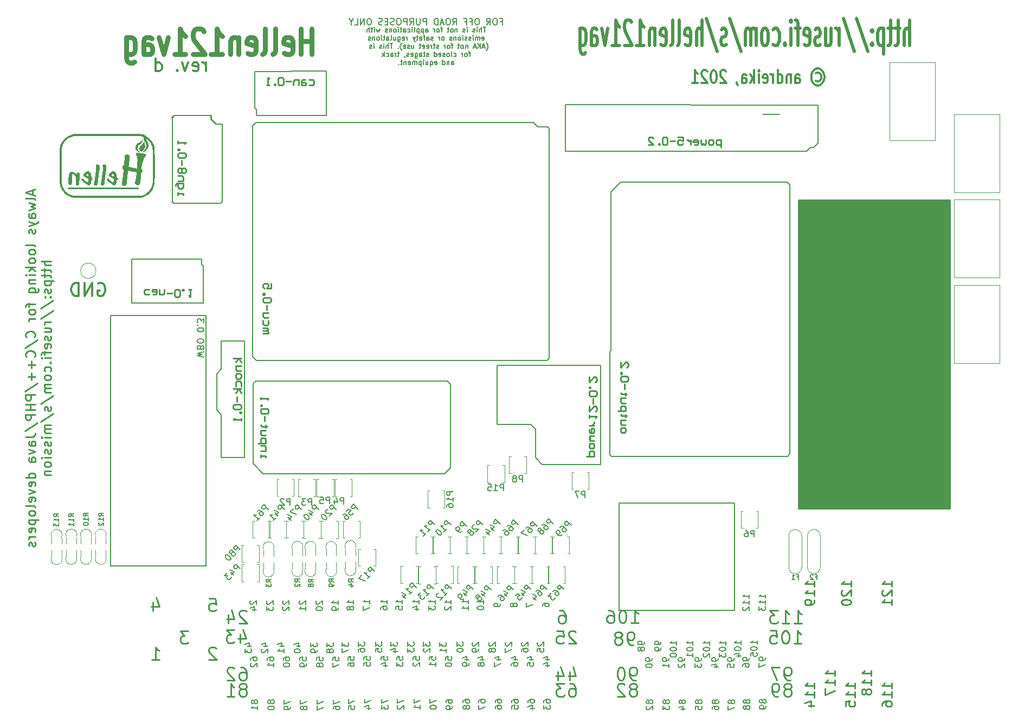
<source format=gbo>
G75*
G70*
%OFA0B0*%
%FSLAX25Y25*%
%IPPOS*%
%LPD*%
%AMOC8*
5,1,8,0,0,1.08239X$1,22.5*
%
%ADD10C,0.00787*%
%ADD100C,0.00000*%
%ADD82C,0.01000*%
%ADD83C,0.01969*%
%ADD84C,0.01181*%
%ADD89C,0.01500*%
%ADD90C,0.00984*%
%ADD91C,0.01200*%
%ADD92C,0.02953*%
%ADD94C,0.00591*%
%ADD96C,0.00500*%
%ADD97C,0.00472*%
%ADD99C,0.00390*%
X0000000Y0000000D02*
%LPD*%
G01*
D89*
X0490945Y0330709D02*
X0583071Y0330709D01*
X0583071Y0141732D01*
X0490945Y0141732D01*
X0490945Y0330709D01*
G36*
X0490945Y0330709D02*
G01*
X0583071Y0330709D01*
X0583071Y0141732D01*
X0490945Y0141732D01*
X0490945Y0330709D01*
G37*
D90*
X0500260Y0093484D02*
X0500260Y0096859D01*
X0500260Y0095172D02*
X0494354Y0095172D01*
X0494354Y0095172D02*
X0495198Y0095734D01*
X0495198Y0095734D02*
X0495760Y0096296D01*
X0495760Y0096296D02*
X0496041Y0096859D01*
X0500260Y0087860D02*
X0500260Y0091235D01*
X0500260Y0089547D02*
X0494354Y0089547D01*
X0494354Y0089547D02*
X0495198Y0090110D01*
X0495198Y0090110D02*
X0495760Y0090672D01*
X0495760Y0090672D02*
X0496041Y0091235D01*
X0500260Y0085048D02*
X0500260Y0083923D01*
X0500260Y0083923D02*
X0499978Y0083361D01*
X0499978Y0083361D02*
X0499697Y0083079D01*
X0499697Y0083079D02*
X0498853Y0082517D01*
X0498853Y0082517D02*
X0497729Y0082236D01*
X0497729Y0082236D02*
X0495479Y0082236D01*
X0495479Y0082236D02*
X0494916Y0082517D01*
X0494916Y0082517D02*
X0494635Y0082798D01*
X0494635Y0082798D02*
X0494354Y0083361D01*
X0494354Y0083361D02*
X0494354Y0084485D01*
X0494354Y0084485D02*
X0494635Y0085048D01*
X0494635Y0085048D02*
X0494916Y0085329D01*
X0494916Y0085329D02*
X0495479Y0085610D01*
X0495479Y0085610D02*
X0496885Y0085610D01*
X0496885Y0085610D02*
X0497447Y0085329D01*
X0497447Y0085329D02*
X0497729Y0085048D01*
X0497729Y0085048D02*
X0498010Y0084485D01*
X0498010Y0084485D02*
X0498010Y0083361D01*
X0498010Y0083361D02*
X0497729Y0082798D01*
X0497729Y0082798D02*
X0497447Y0082517D01*
X0497447Y0082517D02*
X0496885Y0082236D01*
X0547760Y0093484D02*
X0547760Y0096859D01*
X0547760Y0095172D02*
X0541854Y0095172D01*
X0541854Y0095172D02*
X0542698Y0095734D01*
X0542698Y0095734D02*
X0543260Y0096296D01*
X0543260Y0096296D02*
X0543541Y0096859D01*
X0542416Y0091235D02*
X0542135Y0090953D01*
X0542135Y0090953D02*
X0541854Y0090391D01*
X0541854Y0090391D02*
X0541854Y0088985D01*
X0541854Y0088985D02*
X0542135Y0088422D01*
X0542135Y0088422D02*
X0542416Y0088141D01*
X0542416Y0088141D02*
X0542979Y0087860D01*
X0542979Y0087860D02*
X0543541Y0087860D01*
X0543541Y0087860D02*
X0544385Y0088141D01*
X0544385Y0088141D02*
X0547760Y0091516D01*
X0547760Y0091516D02*
X0547760Y0087860D01*
X0547760Y0082236D02*
X0547760Y0085610D01*
X0547760Y0083923D02*
X0541854Y0083923D01*
X0541854Y0083923D02*
X0542698Y0084485D01*
X0542698Y0084485D02*
X0543260Y0085048D01*
X0543260Y0085048D02*
X0543541Y0085610D01*
X0547760Y0030984D02*
X0547760Y0034359D01*
X0547760Y0032672D02*
X0541854Y0032672D01*
X0541854Y0032672D02*
X0542698Y0033234D01*
X0542698Y0033234D02*
X0543260Y0033796D01*
X0543260Y0033796D02*
X0543541Y0034359D01*
X0547760Y0025360D02*
X0547760Y0028735D01*
X0547760Y0027047D02*
X0541854Y0027047D01*
X0541854Y0027047D02*
X0542698Y0027610D01*
X0542698Y0027610D02*
X0543260Y0028172D01*
X0543260Y0028172D02*
X0543541Y0028735D01*
X0541854Y0020298D02*
X0541854Y0021423D01*
X0541854Y0021423D02*
X0542135Y0021985D01*
X0542135Y0021985D02*
X0542416Y0022267D01*
X0542416Y0022267D02*
X0543260Y0022829D01*
X0543260Y0022829D02*
X0544385Y0023110D01*
X0544385Y0023110D02*
X0546635Y0023110D01*
X0546635Y0023110D02*
X0547197Y0022829D01*
X0547197Y0022829D02*
X0547478Y0022548D01*
X0547478Y0022548D02*
X0547760Y0021985D01*
X0547760Y0021985D02*
X0547760Y0020861D01*
X0547760Y0020861D02*
X0547478Y0020298D01*
X0547478Y0020298D02*
X0547197Y0020017D01*
X0547197Y0020017D02*
X0546635Y0019736D01*
X0546635Y0019736D02*
X0545229Y0019736D01*
X0545229Y0019736D02*
X0544666Y0020017D01*
X0544666Y0020017D02*
X0544385Y0020298D01*
X0544385Y0020298D02*
X0544104Y0020861D01*
X0544104Y0020861D02*
X0544104Y0021985D01*
X0544104Y0021985D02*
X0544385Y0022548D01*
X0544385Y0022548D02*
X0544666Y0022829D01*
X0544666Y0022829D02*
X0545229Y0023110D01*
X0525260Y0030984D02*
X0525260Y0034359D01*
X0525260Y0032672D02*
X0519354Y0032672D01*
X0519354Y0032672D02*
X0520198Y0033234D01*
X0520198Y0033234D02*
X0520760Y0033796D01*
X0520760Y0033796D02*
X0521041Y0034359D01*
X0525260Y0025360D02*
X0525260Y0028735D01*
X0525260Y0027047D02*
X0519354Y0027047D01*
X0519354Y0027047D02*
X0520198Y0027610D01*
X0520198Y0027610D02*
X0520760Y0028172D01*
X0520760Y0028172D02*
X0521041Y0028735D01*
X0519354Y0020017D02*
X0519354Y0022829D01*
X0519354Y0022829D02*
X0522166Y0023110D01*
X0522166Y0023110D02*
X0521885Y0022829D01*
X0521885Y0022829D02*
X0521604Y0022267D01*
X0521604Y0022267D02*
X0521604Y0020861D01*
X0521604Y0020861D02*
X0521885Y0020298D01*
X0521885Y0020298D02*
X0522166Y0020017D01*
X0522166Y0020017D02*
X0522729Y0019736D01*
X0522729Y0019736D02*
X0524135Y0019736D01*
X0524135Y0019736D02*
X0524697Y0020017D01*
X0524697Y0020017D02*
X0524978Y0020298D01*
X0524978Y0020298D02*
X0525260Y0020861D01*
X0525260Y0020861D02*
X0525260Y0022267D01*
X0525260Y0022267D02*
X0524978Y0022829D01*
X0524978Y0022829D02*
X0524697Y0023110D01*
X0535260Y0038484D02*
X0535260Y0041859D01*
X0535260Y0040172D02*
X0529354Y0040172D01*
X0529354Y0040172D02*
X0530198Y0040734D01*
X0530198Y0040734D02*
X0530760Y0041296D01*
X0530760Y0041296D02*
X0531041Y0041859D01*
X0535260Y0032860D02*
X0535260Y0036235D01*
X0535260Y0034547D02*
X0529354Y0034547D01*
X0529354Y0034547D02*
X0530198Y0035110D01*
X0530198Y0035110D02*
X0530760Y0035672D01*
X0530760Y0035672D02*
X0531041Y0036235D01*
X0531885Y0029485D02*
X0531604Y0030048D01*
X0531604Y0030048D02*
X0531323Y0030329D01*
X0531323Y0030329D02*
X0530760Y0030610D01*
X0530760Y0030610D02*
X0530479Y0030610D01*
X0530479Y0030610D02*
X0529916Y0030329D01*
X0529916Y0030329D02*
X0529635Y0030048D01*
X0529635Y0030048D02*
X0529354Y0029485D01*
X0529354Y0029485D02*
X0529354Y0028361D01*
X0529354Y0028361D02*
X0529635Y0027798D01*
X0529635Y0027798D02*
X0529916Y0027517D01*
X0529916Y0027517D02*
X0530479Y0027236D01*
X0530479Y0027236D02*
X0530760Y0027236D01*
X0530760Y0027236D02*
X0531323Y0027517D01*
X0531323Y0027517D02*
X0531604Y0027798D01*
X0531604Y0027798D02*
X0531885Y0028361D01*
X0531885Y0028361D02*
X0531885Y0029485D01*
X0531885Y0029485D02*
X0532166Y0030048D01*
X0532166Y0030048D02*
X0532447Y0030329D01*
X0532447Y0030329D02*
X0533010Y0030610D01*
X0533010Y0030610D02*
X0534135Y0030610D01*
X0534135Y0030610D02*
X0534697Y0030329D01*
X0534697Y0030329D02*
X0534978Y0030048D01*
X0534978Y0030048D02*
X0535260Y0029485D01*
X0535260Y0029485D02*
X0535260Y0028361D01*
X0535260Y0028361D02*
X0534978Y0027798D01*
X0534978Y0027798D02*
X0534697Y0027517D01*
X0534697Y0027517D02*
X0534135Y0027236D01*
X0534135Y0027236D02*
X0533010Y0027236D01*
X0533010Y0027236D02*
X0532447Y0027517D01*
X0532447Y0027517D02*
X0532166Y0027798D01*
X0532166Y0027798D02*
X0531885Y0028361D01*
X0522760Y0093484D02*
X0522760Y0096859D01*
X0522760Y0095172D02*
X0516854Y0095172D01*
X0516854Y0095172D02*
X0517698Y0095734D01*
X0517698Y0095734D02*
X0518260Y0096296D01*
X0518260Y0096296D02*
X0518541Y0096859D01*
X0517416Y0091235D02*
X0517135Y0090953D01*
X0517135Y0090953D02*
X0516854Y0090391D01*
X0516854Y0090391D02*
X0516854Y0088985D01*
X0516854Y0088985D02*
X0517135Y0088422D01*
X0517135Y0088422D02*
X0517416Y0088141D01*
X0517416Y0088141D02*
X0517979Y0087860D01*
X0517979Y0087860D02*
X0518541Y0087860D01*
X0518541Y0087860D02*
X0519385Y0088141D01*
X0519385Y0088141D02*
X0522760Y0091516D01*
X0522760Y0091516D02*
X0522760Y0087860D01*
X0516854Y0084204D02*
X0516854Y0083642D01*
X0516854Y0083642D02*
X0517135Y0083079D01*
X0517135Y0083079D02*
X0517416Y0082798D01*
X0517416Y0082798D02*
X0517979Y0082517D01*
X0517979Y0082517D02*
X0519104Y0082236D01*
X0519104Y0082236D02*
X0520510Y0082236D01*
X0520510Y0082236D02*
X0521635Y0082517D01*
X0521635Y0082517D02*
X0522197Y0082798D01*
X0522197Y0082798D02*
X0522478Y0083079D01*
X0522478Y0083079D02*
X0522760Y0083642D01*
X0522760Y0083642D02*
X0522760Y0084204D01*
X0522760Y0084204D02*
X0522478Y0084767D01*
X0522478Y0084767D02*
X0522197Y0085048D01*
X0522197Y0085048D02*
X0521635Y0085329D01*
X0521635Y0085329D02*
X0520510Y0085610D01*
X0520510Y0085610D02*
X0519104Y0085610D01*
X0519104Y0085610D02*
X0517979Y0085329D01*
X0517979Y0085329D02*
X0517416Y0085048D01*
X0517416Y0085048D02*
X0517135Y0084767D01*
X0517135Y0084767D02*
X0516854Y0084204D01*
X0512760Y0038484D02*
X0512760Y0041859D01*
X0512760Y0040172D02*
X0506854Y0040172D01*
X0506854Y0040172D02*
X0507698Y0040734D01*
X0507698Y0040734D02*
X0508260Y0041296D01*
X0508260Y0041296D02*
X0508541Y0041859D01*
X0512760Y0032860D02*
X0512760Y0036235D01*
X0512760Y0034547D02*
X0506854Y0034547D01*
X0506854Y0034547D02*
X0507698Y0035110D01*
X0507698Y0035110D02*
X0508260Y0035672D01*
X0508260Y0035672D02*
X0508541Y0036235D01*
X0506854Y0030891D02*
X0506854Y0026954D01*
X0506854Y0026954D02*
X0512760Y0029485D01*
X0500260Y0030984D02*
X0500260Y0034359D01*
X0500260Y0032672D02*
X0494354Y0032672D01*
X0494354Y0032672D02*
X0495198Y0033234D01*
X0495198Y0033234D02*
X0495760Y0033796D01*
X0495760Y0033796D02*
X0496041Y0034359D01*
X0500260Y0025360D02*
X0500260Y0028735D01*
X0500260Y0027047D02*
X0494354Y0027047D01*
X0494354Y0027047D02*
X0495198Y0027610D01*
X0495198Y0027610D02*
X0495760Y0028172D01*
X0495760Y0028172D02*
X0496041Y0028735D01*
X0496323Y0020298D02*
X0500260Y0020298D01*
X0494073Y0021704D02*
X0498291Y0023110D01*
X0498291Y0023110D02*
X0498291Y0019454D01*
X0484578Y0030455D02*
X0485328Y0030830D01*
X0485328Y0030830D02*
X0485703Y0031205D01*
X0485703Y0031205D02*
X0486078Y0031955D01*
X0486078Y0031955D02*
X0486078Y0032330D01*
X0486078Y0032330D02*
X0485703Y0033080D01*
X0485703Y0033080D02*
X0485328Y0033455D01*
X0485328Y0033455D02*
X0484578Y0033830D01*
X0484578Y0033830D02*
X0483078Y0033830D01*
X0483078Y0033830D02*
X0482328Y0033455D01*
X0482328Y0033455D02*
X0481954Y0033080D01*
X0481954Y0033080D02*
X0481579Y0032330D01*
X0481579Y0032330D02*
X0481579Y0031955D01*
X0481579Y0031955D02*
X0481954Y0031205D01*
X0481954Y0031205D02*
X0482328Y0030830D01*
X0482328Y0030830D02*
X0483078Y0030455D01*
X0483078Y0030455D02*
X0484578Y0030455D01*
X0484578Y0030455D02*
X0485328Y0030080D01*
X0485328Y0030080D02*
X0485703Y0029705D01*
X0485703Y0029705D02*
X0486078Y0028955D01*
X0486078Y0028955D02*
X0486078Y0027456D01*
X0486078Y0027456D02*
X0485703Y0026706D01*
X0485703Y0026706D02*
X0485328Y0026331D01*
X0485328Y0026331D02*
X0484578Y0025956D01*
X0484578Y0025956D02*
X0483078Y0025956D01*
X0483078Y0025956D02*
X0482328Y0026331D01*
X0482328Y0026331D02*
X0481954Y0026706D01*
X0481954Y0026706D02*
X0481579Y0027456D01*
X0481579Y0027456D02*
X0481579Y0028955D01*
X0481579Y0028955D02*
X0481954Y0029705D01*
X0481954Y0029705D02*
X0482328Y0030080D01*
X0482328Y0030080D02*
X0483078Y0030455D01*
X0477829Y0025956D02*
X0476329Y0025956D01*
X0476329Y0025956D02*
X0475579Y0026331D01*
X0475579Y0026331D02*
X0475204Y0026706D01*
X0475204Y0026706D02*
X0474454Y0027831D01*
X0474454Y0027831D02*
X0474079Y0029330D01*
X0474079Y0029330D02*
X0474079Y0032330D01*
X0474079Y0032330D02*
X0474454Y0033080D01*
X0474454Y0033080D02*
X0474829Y0033455D01*
X0474829Y0033455D02*
X0475579Y0033830D01*
X0475579Y0033830D02*
X0477079Y0033830D01*
X0477079Y0033830D02*
X0477829Y0033455D01*
X0477829Y0033455D02*
X0478204Y0033080D01*
X0478204Y0033080D02*
X0478579Y0032330D01*
X0478579Y0032330D02*
X0478579Y0030455D01*
X0478579Y0030455D02*
X0478204Y0029705D01*
X0478204Y0029705D02*
X0477829Y0029330D01*
X0477829Y0029330D02*
X0477079Y0028955D01*
X0477079Y0028955D02*
X0475579Y0028955D01*
X0475579Y0028955D02*
X0474829Y0029330D01*
X0474829Y0029330D02*
X0474454Y0029705D01*
X0474454Y0029705D02*
X0474079Y0030455D01*
X0485328Y0035956D02*
X0483828Y0035956D01*
X0483828Y0035956D02*
X0483078Y0036331D01*
X0483078Y0036331D02*
X0482703Y0036706D01*
X0482703Y0036706D02*
X0481954Y0037831D01*
X0481954Y0037831D02*
X0481579Y0039330D01*
X0481579Y0039330D02*
X0481579Y0042330D01*
X0481579Y0042330D02*
X0481954Y0043080D01*
X0481954Y0043080D02*
X0482328Y0043455D01*
X0482328Y0043455D02*
X0483078Y0043830D01*
X0483078Y0043830D02*
X0484578Y0043830D01*
X0484578Y0043830D02*
X0485328Y0043455D01*
X0485328Y0043455D02*
X0485703Y0043080D01*
X0485703Y0043080D02*
X0486078Y0042330D01*
X0486078Y0042330D02*
X0486078Y0040455D01*
X0486078Y0040455D02*
X0485703Y0039705D01*
X0485703Y0039705D02*
X0485328Y0039330D01*
X0485328Y0039330D02*
X0484578Y0038955D01*
X0484578Y0038955D02*
X0483078Y0038955D01*
X0483078Y0038955D02*
X0482328Y0039330D01*
X0482328Y0039330D02*
X0481954Y0039705D01*
X0481954Y0039705D02*
X0481579Y0040455D01*
X0478954Y0043830D02*
X0473705Y0043830D01*
X0473705Y0043830D02*
X0477079Y0035956D01*
X0487730Y0058515D02*
X0492229Y0058515D01*
X0489979Y0058515D02*
X0489979Y0066389D01*
X0489979Y0066389D02*
X0490729Y0065264D01*
X0490729Y0065264D02*
X0491479Y0064514D01*
X0491479Y0064514D02*
X0492229Y0064139D01*
X0482855Y0066389D02*
X0482105Y0066389D01*
X0482105Y0066389D02*
X0481355Y0066014D01*
X0481355Y0066014D02*
X0480981Y0065639D01*
X0480981Y0065639D02*
X0480606Y0064889D01*
X0480606Y0064889D02*
X0480231Y0063389D01*
X0480231Y0063389D02*
X0480231Y0061514D01*
X0480231Y0061514D02*
X0480606Y0060015D01*
X0480606Y0060015D02*
X0480981Y0059265D01*
X0480981Y0059265D02*
X0481355Y0058890D01*
X0481355Y0058890D02*
X0482105Y0058515D01*
X0482105Y0058515D02*
X0482855Y0058515D01*
X0482855Y0058515D02*
X0483605Y0058890D01*
X0483605Y0058890D02*
X0483980Y0059265D01*
X0483980Y0059265D02*
X0484355Y0060015D01*
X0484355Y0060015D02*
X0484730Y0061514D01*
X0484730Y0061514D02*
X0484730Y0063389D01*
X0484730Y0063389D02*
X0484355Y0064889D01*
X0484355Y0064889D02*
X0483980Y0065639D01*
X0483980Y0065639D02*
X0483605Y0066014D01*
X0483605Y0066014D02*
X0482855Y0066389D01*
X0473106Y0066389D02*
X0476856Y0066389D01*
X0476856Y0066389D02*
X0477231Y0062639D01*
X0477231Y0062639D02*
X0476856Y0063014D01*
X0476856Y0063014D02*
X0476106Y0063389D01*
X0476106Y0063389D02*
X0474231Y0063389D01*
X0474231Y0063389D02*
X0473481Y0063014D01*
X0473481Y0063014D02*
X0473106Y0062639D01*
X0473106Y0062639D02*
X0472732Y0061889D01*
X0472732Y0061889D02*
X0472732Y0060015D01*
X0472732Y0060015D02*
X0473106Y0059265D01*
X0473106Y0059265D02*
X0473481Y0058890D01*
X0473481Y0058890D02*
X0474231Y0058515D01*
X0474231Y0058515D02*
X0476106Y0058515D01*
X0476106Y0058515D02*
X0476856Y0058890D01*
X0476856Y0058890D02*
X0477231Y0059265D01*
X0487828Y0070956D02*
X0492328Y0070956D01*
X0490078Y0070956D02*
X0490078Y0078830D01*
X0490078Y0078830D02*
X0490828Y0077705D01*
X0490828Y0077705D02*
X0491578Y0076955D01*
X0491578Y0076955D02*
X0492328Y0076580D01*
X0480329Y0070956D02*
X0484828Y0070956D01*
X0482579Y0070956D02*
X0482579Y0078830D01*
X0482579Y0078830D02*
X0483329Y0077705D01*
X0483329Y0077705D02*
X0484079Y0076955D01*
X0484079Y0076955D02*
X0484828Y0076580D01*
X0477704Y0078830D02*
X0472830Y0078830D01*
X0472830Y0078830D02*
X0475455Y0075830D01*
X0475455Y0075830D02*
X0474330Y0075830D01*
X0474330Y0075830D02*
X0473580Y0075455D01*
X0473580Y0075455D02*
X0473205Y0075080D01*
X0473205Y0075080D02*
X0472830Y0074330D01*
X0472830Y0074330D02*
X0472830Y0072456D01*
X0472830Y0072456D02*
X0473205Y0071706D01*
X0473205Y0071706D02*
X0473580Y0071331D01*
X0473580Y0071331D02*
X0474330Y0070956D01*
X0474330Y0070956D02*
X0476579Y0070956D01*
X0476579Y0070956D02*
X0477329Y0071331D01*
X0477329Y0071331D02*
X0477704Y0071706D01*
X0389578Y0030455D02*
X0390328Y0030830D01*
X0390328Y0030830D02*
X0390703Y0031205D01*
X0390703Y0031205D02*
X0391078Y0031955D01*
X0391078Y0031955D02*
X0391078Y0032330D01*
X0391078Y0032330D02*
X0390703Y0033080D01*
X0390703Y0033080D02*
X0390328Y0033455D01*
X0390328Y0033455D02*
X0389578Y0033830D01*
X0389578Y0033830D02*
X0388078Y0033830D01*
X0388078Y0033830D02*
X0387328Y0033455D01*
X0387328Y0033455D02*
X0386954Y0033080D01*
X0386954Y0033080D02*
X0386579Y0032330D01*
X0386579Y0032330D02*
X0386579Y0031955D01*
X0386579Y0031955D02*
X0386954Y0031205D01*
X0386954Y0031205D02*
X0387328Y0030830D01*
X0387328Y0030830D02*
X0388078Y0030455D01*
X0388078Y0030455D02*
X0389578Y0030455D01*
X0389578Y0030455D02*
X0390328Y0030080D01*
X0390328Y0030080D02*
X0390703Y0029705D01*
X0390703Y0029705D02*
X0391078Y0028955D01*
X0391078Y0028955D02*
X0391078Y0027456D01*
X0391078Y0027456D02*
X0390703Y0026706D01*
X0390703Y0026706D02*
X0390328Y0026331D01*
X0390328Y0026331D02*
X0389578Y0025956D01*
X0389578Y0025956D02*
X0388078Y0025956D01*
X0388078Y0025956D02*
X0387328Y0026331D01*
X0387328Y0026331D02*
X0386954Y0026706D01*
X0386954Y0026706D02*
X0386579Y0027456D01*
X0386579Y0027456D02*
X0386579Y0028955D01*
X0386579Y0028955D02*
X0386954Y0029705D01*
X0386954Y0029705D02*
X0387328Y0030080D01*
X0387328Y0030080D02*
X0388078Y0030455D01*
X0383579Y0033080D02*
X0383204Y0033455D01*
X0383204Y0033455D02*
X0382454Y0033830D01*
X0382454Y0033830D02*
X0380579Y0033830D01*
X0380579Y0033830D02*
X0379829Y0033455D01*
X0379829Y0033455D02*
X0379454Y0033080D01*
X0379454Y0033080D02*
X0379079Y0032330D01*
X0379079Y0032330D02*
X0379079Y0031580D01*
X0379079Y0031580D02*
X0379454Y0030455D01*
X0379454Y0030455D02*
X0383954Y0025956D01*
X0383954Y0025956D02*
X0379079Y0025956D01*
X0390328Y0035956D02*
X0388828Y0035956D01*
X0388828Y0035956D02*
X0388078Y0036331D01*
X0388078Y0036331D02*
X0387703Y0036706D01*
X0387703Y0036706D02*
X0386954Y0037831D01*
X0386954Y0037831D02*
X0386579Y0039330D01*
X0386579Y0039330D02*
X0386579Y0042330D01*
X0386579Y0042330D02*
X0386954Y0043080D01*
X0386954Y0043080D02*
X0387328Y0043455D01*
X0387328Y0043455D02*
X0388078Y0043830D01*
X0388078Y0043830D02*
X0389578Y0043830D01*
X0389578Y0043830D02*
X0390328Y0043455D01*
X0390328Y0043455D02*
X0390703Y0043080D01*
X0390703Y0043080D02*
X0391078Y0042330D01*
X0391078Y0042330D02*
X0391078Y0040455D01*
X0391078Y0040455D02*
X0390703Y0039705D01*
X0390703Y0039705D02*
X0390328Y0039330D01*
X0390328Y0039330D02*
X0389578Y0038955D01*
X0389578Y0038955D02*
X0388078Y0038955D01*
X0388078Y0038955D02*
X0387328Y0039330D01*
X0387328Y0039330D02*
X0386954Y0039705D01*
X0386954Y0039705D02*
X0386579Y0040455D01*
X0381704Y0043830D02*
X0380954Y0043830D01*
X0380954Y0043830D02*
X0380204Y0043455D01*
X0380204Y0043455D02*
X0379829Y0043080D01*
X0379829Y0043080D02*
X0379454Y0042330D01*
X0379454Y0042330D02*
X0379079Y0040830D01*
X0379079Y0040830D02*
X0379079Y0038955D01*
X0379079Y0038955D02*
X0379454Y0037456D01*
X0379454Y0037456D02*
X0379829Y0036706D01*
X0379829Y0036706D02*
X0380204Y0036331D01*
X0380204Y0036331D02*
X0380954Y0035956D01*
X0380954Y0035956D02*
X0381704Y0035956D01*
X0381704Y0035956D02*
X0382454Y0036331D01*
X0382454Y0036331D02*
X0382829Y0036706D01*
X0382829Y0036706D02*
X0383204Y0037456D01*
X0383204Y0037456D02*
X0383579Y0038955D01*
X0383579Y0038955D02*
X0383579Y0040830D01*
X0383579Y0040830D02*
X0383204Y0042330D01*
X0383204Y0042330D02*
X0382829Y0043080D01*
X0382829Y0043080D02*
X0382454Y0043455D01*
X0382454Y0043455D02*
X0381704Y0043830D01*
X0388753Y0057668D02*
X0387253Y0057668D01*
X0387253Y0057668D02*
X0386504Y0058043D01*
X0386504Y0058043D02*
X0386129Y0058418D01*
X0386129Y0058418D02*
X0385379Y0059543D01*
X0385379Y0059543D02*
X0385004Y0061043D01*
X0385004Y0061043D02*
X0385004Y0064043D01*
X0385004Y0064043D02*
X0385379Y0064792D01*
X0385379Y0064792D02*
X0385754Y0065167D01*
X0385754Y0065167D02*
X0386504Y0065542D01*
X0386504Y0065542D02*
X0388003Y0065542D01*
X0388003Y0065542D02*
X0388753Y0065167D01*
X0388753Y0065167D02*
X0389128Y0064792D01*
X0389128Y0064792D02*
X0389503Y0064043D01*
X0389503Y0064043D02*
X0389503Y0062168D01*
X0389503Y0062168D02*
X0389128Y0061418D01*
X0389128Y0061418D02*
X0388753Y0061043D01*
X0388753Y0061043D02*
X0388003Y0060668D01*
X0388003Y0060668D02*
X0386504Y0060668D01*
X0386504Y0060668D02*
X0385754Y0061043D01*
X0385754Y0061043D02*
X0385379Y0061418D01*
X0385379Y0061418D02*
X0385004Y0062168D01*
X0380504Y0062168D02*
X0381254Y0062543D01*
X0381254Y0062543D02*
X0381629Y0062918D01*
X0381629Y0062918D02*
X0382004Y0063668D01*
X0382004Y0063668D02*
X0382004Y0064043D01*
X0382004Y0064043D02*
X0381629Y0064792D01*
X0381629Y0064792D02*
X0381254Y0065167D01*
X0381254Y0065167D02*
X0380504Y0065542D01*
X0380504Y0065542D02*
X0379004Y0065542D01*
X0379004Y0065542D02*
X0378255Y0065167D01*
X0378255Y0065167D02*
X0377880Y0064792D01*
X0377880Y0064792D02*
X0377505Y0064043D01*
X0377505Y0064043D02*
X0377505Y0063668D01*
X0377505Y0063668D02*
X0377880Y0062918D01*
X0377880Y0062918D02*
X0378255Y0062543D01*
X0378255Y0062543D02*
X0379004Y0062168D01*
X0379004Y0062168D02*
X0380504Y0062168D01*
X0380504Y0062168D02*
X0381254Y0061793D01*
X0381254Y0061793D02*
X0381629Y0061418D01*
X0381629Y0061418D02*
X0382004Y0060668D01*
X0382004Y0060668D02*
X0382004Y0059168D01*
X0382004Y0059168D02*
X0381629Y0058418D01*
X0381629Y0058418D02*
X0381254Y0058043D01*
X0381254Y0058043D02*
X0380504Y0057668D01*
X0380504Y0057668D02*
X0379004Y0057668D01*
X0379004Y0057668D02*
X0378255Y0058043D01*
X0378255Y0058043D02*
X0377880Y0058418D01*
X0377880Y0058418D02*
X0377505Y0059168D01*
X0377505Y0059168D02*
X0377505Y0060668D01*
X0377505Y0060668D02*
X0377880Y0061418D01*
X0377880Y0061418D02*
X0378255Y0061793D01*
X0378255Y0061793D02*
X0379004Y0062168D01*
X0387628Y0071156D02*
X0392128Y0071156D01*
X0389878Y0071156D02*
X0389878Y0079030D01*
X0389878Y0079030D02*
X0390628Y0077905D01*
X0390628Y0077905D02*
X0391378Y0077155D01*
X0391378Y0077155D02*
X0392128Y0076780D01*
X0382754Y0079030D02*
X0382004Y0079030D01*
X0382004Y0079030D02*
X0381254Y0078655D01*
X0381254Y0078655D02*
X0380879Y0078280D01*
X0380879Y0078280D02*
X0380504Y0077530D01*
X0380504Y0077530D02*
X0380129Y0076030D01*
X0380129Y0076030D02*
X0380129Y0074155D01*
X0380129Y0074155D02*
X0380504Y0072656D01*
X0380504Y0072656D02*
X0380879Y0071906D01*
X0380879Y0071906D02*
X0381254Y0071531D01*
X0381254Y0071531D02*
X0382004Y0071156D01*
X0382004Y0071156D02*
X0382754Y0071156D01*
X0382754Y0071156D02*
X0383504Y0071531D01*
X0383504Y0071531D02*
X0383879Y0071906D01*
X0383879Y0071906D02*
X0384254Y0072656D01*
X0384254Y0072656D02*
X0384628Y0074155D01*
X0384628Y0074155D02*
X0384628Y0076030D01*
X0384628Y0076030D02*
X0384254Y0077530D01*
X0384254Y0077530D02*
X0383879Y0078280D01*
X0383879Y0078280D02*
X0383504Y0078655D01*
X0383504Y0078655D02*
X0382754Y0079030D01*
X0373380Y0079030D02*
X0374880Y0079030D01*
X0374880Y0079030D02*
X0375630Y0078655D01*
X0375630Y0078655D02*
X0376005Y0078280D01*
X0376005Y0078280D02*
X0376754Y0077155D01*
X0376754Y0077155D02*
X0377129Y0075655D01*
X0377129Y0075655D02*
X0377129Y0072656D01*
X0377129Y0072656D02*
X0376754Y0071906D01*
X0376754Y0071906D02*
X0376379Y0071531D01*
X0376379Y0071531D02*
X0375630Y0071156D01*
X0375630Y0071156D02*
X0374130Y0071156D01*
X0374130Y0071156D02*
X0373380Y0071531D01*
X0373380Y0071531D02*
X0373005Y0071906D01*
X0373005Y0071906D02*
X0372630Y0072656D01*
X0372630Y0072656D02*
X0372630Y0074530D01*
X0372630Y0074530D02*
X0373005Y0075280D01*
X0373005Y0075280D02*
X0373380Y0075655D01*
X0373380Y0075655D02*
X0374130Y0076030D01*
X0374130Y0076030D02*
X0375630Y0076030D01*
X0375630Y0076030D02*
X0376379Y0075655D01*
X0376379Y0075655D02*
X0376754Y0075280D01*
X0376754Y0075280D02*
X0377129Y0074530D01*
X0349828Y0033830D02*
X0351328Y0033830D01*
X0351328Y0033830D02*
X0352078Y0033455D01*
X0352078Y0033455D02*
X0352453Y0033080D01*
X0352453Y0033080D02*
X0353203Y0031955D01*
X0353203Y0031955D02*
X0353578Y0030455D01*
X0353578Y0030455D02*
X0353578Y0027456D01*
X0353578Y0027456D02*
X0353203Y0026706D01*
X0353203Y0026706D02*
X0352828Y0026331D01*
X0352828Y0026331D02*
X0352078Y0025956D01*
X0352078Y0025956D02*
X0350578Y0025956D01*
X0350578Y0025956D02*
X0349828Y0026331D01*
X0349828Y0026331D02*
X0349454Y0026706D01*
X0349454Y0026706D02*
X0349079Y0027456D01*
X0349079Y0027456D02*
X0349079Y0029330D01*
X0349079Y0029330D02*
X0349454Y0030080D01*
X0349454Y0030080D02*
X0349828Y0030455D01*
X0349828Y0030455D02*
X0350578Y0030830D01*
X0350578Y0030830D02*
X0352078Y0030830D01*
X0352078Y0030830D02*
X0352828Y0030455D01*
X0352828Y0030455D02*
X0353203Y0030080D01*
X0353203Y0030080D02*
X0353578Y0029330D01*
X0346454Y0033830D02*
X0341579Y0033830D01*
X0341579Y0033830D02*
X0344204Y0030830D01*
X0344204Y0030830D02*
X0343079Y0030830D01*
X0343079Y0030830D02*
X0342329Y0030455D01*
X0342329Y0030455D02*
X0341954Y0030080D01*
X0341954Y0030080D02*
X0341579Y0029330D01*
X0341579Y0029330D02*
X0341579Y0027456D01*
X0341579Y0027456D02*
X0341954Y0026706D01*
X0341954Y0026706D02*
X0342329Y0026331D01*
X0342329Y0026331D02*
X0343079Y0025956D01*
X0343079Y0025956D02*
X0345329Y0025956D01*
X0345329Y0025956D02*
X0346079Y0026331D01*
X0346079Y0026331D02*
X0346454Y0026706D01*
X0349828Y0041205D02*
X0349828Y0035956D01*
X0351703Y0044205D02*
X0353578Y0038580D01*
X0353578Y0038580D02*
X0348704Y0038580D01*
X0342329Y0041205D02*
X0342329Y0035956D01*
X0344204Y0044205D02*
X0346079Y0038580D01*
X0346079Y0038580D02*
X0341205Y0038580D01*
X0353578Y0065580D02*
X0353203Y0065955D01*
X0353203Y0065955D02*
X0352453Y0066330D01*
X0352453Y0066330D02*
X0350578Y0066330D01*
X0350578Y0066330D02*
X0349828Y0065955D01*
X0349828Y0065955D02*
X0349454Y0065580D01*
X0349454Y0065580D02*
X0349079Y0064830D01*
X0349079Y0064830D02*
X0349079Y0064080D01*
X0349079Y0064080D02*
X0349454Y0062955D01*
X0349454Y0062955D02*
X0353953Y0058456D01*
X0353953Y0058456D02*
X0349079Y0058456D01*
X0341954Y0066330D02*
X0345704Y0066330D01*
X0345704Y0066330D02*
X0346079Y0062580D01*
X0346079Y0062580D02*
X0345704Y0062955D01*
X0345704Y0062955D02*
X0344954Y0063330D01*
X0344954Y0063330D02*
X0343079Y0063330D01*
X0343079Y0063330D02*
X0342329Y0062955D01*
X0342329Y0062955D02*
X0341954Y0062580D01*
X0341954Y0062580D02*
X0341579Y0061830D01*
X0341579Y0061830D02*
X0341579Y0059956D01*
X0341579Y0059956D02*
X0341954Y0059206D01*
X0341954Y0059206D02*
X0342329Y0058831D01*
X0342329Y0058831D02*
X0343079Y0058456D01*
X0343079Y0058456D02*
X0344954Y0058456D01*
X0344954Y0058456D02*
X0345704Y0058831D01*
X0345704Y0058831D02*
X0346079Y0059206D01*
X0343579Y0078830D02*
X0345079Y0078830D01*
X0345079Y0078830D02*
X0345829Y0078455D01*
X0345829Y0078455D02*
X0346204Y0078080D01*
X0346204Y0078080D02*
X0346954Y0076955D01*
X0346954Y0076955D02*
X0347328Y0075455D01*
X0347328Y0075455D02*
X0347328Y0072456D01*
X0347328Y0072456D02*
X0346954Y0071706D01*
X0346954Y0071706D02*
X0346579Y0071331D01*
X0346579Y0071331D02*
X0345829Y0070956D01*
X0345829Y0070956D02*
X0344329Y0070956D01*
X0344329Y0070956D02*
X0343579Y0071331D01*
X0343579Y0071331D02*
X0343204Y0071706D01*
X0343204Y0071706D02*
X0342829Y0072456D01*
X0342829Y0072456D02*
X0342829Y0074330D01*
X0342829Y0074330D02*
X0343204Y0075080D01*
X0343204Y0075080D02*
X0343579Y0075455D01*
X0343579Y0075455D02*
X0344329Y0075830D01*
X0344329Y0075830D02*
X0345829Y0075830D01*
X0345829Y0075830D02*
X0346579Y0075455D01*
X0346579Y0075455D02*
X0346954Y0075080D01*
X0346954Y0075080D02*
X0347328Y0074330D01*
X0128204Y0086330D02*
X0131954Y0086330D01*
X0131954Y0086330D02*
X0132328Y0082580D01*
X0132328Y0082580D02*
X0131954Y0082955D01*
X0131954Y0082955D02*
X0131204Y0083330D01*
X0131204Y0083330D02*
X0129329Y0083330D01*
X0129329Y0083330D02*
X0128579Y0082955D01*
X0128579Y0082955D02*
X0128204Y0082580D01*
X0128204Y0082580D02*
X0127829Y0081830D01*
X0127829Y0081830D02*
X0127829Y0079956D01*
X0127829Y0079956D02*
X0128204Y0079206D01*
X0128204Y0079206D02*
X0128579Y0078831D01*
X0128579Y0078831D02*
X0129329Y0078456D01*
X0129329Y0078456D02*
X0131204Y0078456D01*
X0131204Y0078456D02*
X0131954Y0078831D01*
X0131954Y0078831D02*
X0132328Y0079206D01*
X0093579Y0083705D02*
X0093579Y0078456D01*
X0095454Y0086705D02*
X0097328Y0081080D01*
X0097328Y0081080D02*
X0092454Y0081080D01*
X0115203Y0066330D02*
X0110329Y0066330D01*
X0110329Y0066330D02*
X0112954Y0063330D01*
X0112954Y0063330D02*
X0111829Y0063330D01*
X0111829Y0063330D02*
X0111079Y0062955D01*
X0111079Y0062955D02*
X0110704Y0062580D01*
X0110704Y0062580D02*
X0110329Y0061830D01*
X0110329Y0061830D02*
X0110329Y0059956D01*
X0110329Y0059956D02*
X0110704Y0059206D01*
X0110704Y0059206D02*
X0111079Y0058831D01*
X0111079Y0058831D02*
X0111829Y0058456D01*
X0111829Y0058456D02*
X0114079Y0058456D01*
X0114079Y0058456D02*
X0114828Y0058831D01*
X0114828Y0058831D02*
X0115203Y0059206D01*
X0132328Y0055580D02*
X0131954Y0055955D01*
X0131954Y0055955D02*
X0131204Y0056330D01*
X0131204Y0056330D02*
X0129329Y0056330D01*
X0129329Y0056330D02*
X0128579Y0055955D01*
X0128579Y0055955D02*
X0128204Y0055580D01*
X0128204Y0055580D02*
X0127829Y0054830D01*
X0127829Y0054830D02*
X0127829Y0054080D01*
X0127829Y0054080D02*
X0128204Y0052955D01*
X0128204Y0052955D02*
X0132703Y0048456D01*
X0132703Y0048456D02*
X0127829Y0048456D01*
X0092829Y0048456D02*
X0097328Y0048456D01*
X0095079Y0048456D02*
X0095079Y0056330D01*
X0095079Y0056330D02*
X0095829Y0055205D01*
X0095829Y0055205D02*
X0096579Y0054455D01*
X0096579Y0054455D02*
X0097328Y0054080D01*
X0149578Y0030455D02*
X0150328Y0030830D01*
X0150328Y0030830D02*
X0150703Y0031205D01*
X0150703Y0031205D02*
X0151078Y0031955D01*
X0151078Y0031955D02*
X0151078Y0032330D01*
X0151078Y0032330D02*
X0150703Y0033080D01*
X0150703Y0033080D02*
X0150328Y0033455D01*
X0150328Y0033455D02*
X0149578Y0033830D01*
X0149578Y0033830D02*
X0148078Y0033830D01*
X0148078Y0033830D02*
X0147328Y0033455D01*
X0147328Y0033455D02*
X0146954Y0033080D01*
X0146954Y0033080D02*
X0146579Y0032330D01*
X0146579Y0032330D02*
X0146579Y0031955D01*
X0146579Y0031955D02*
X0146954Y0031205D01*
X0146954Y0031205D02*
X0147328Y0030830D01*
X0147328Y0030830D02*
X0148078Y0030455D01*
X0148078Y0030455D02*
X0149578Y0030455D01*
X0149578Y0030455D02*
X0150328Y0030080D01*
X0150328Y0030080D02*
X0150703Y0029705D01*
X0150703Y0029705D02*
X0151078Y0028955D01*
X0151078Y0028955D02*
X0151078Y0027456D01*
X0151078Y0027456D02*
X0150703Y0026706D01*
X0150703Y0026706D02*
X0150328Y0026331D01*
X0150328Y0026331D02*
X0149578Y0025956D01*
X0149578Y0025956D02*
X0148078Y0025956D01*
X0148078Y0025956D02*
X0147328Y0026331D01*
X0147328Y0026331D02*
X0146954Y0026706D01*
X0146954Y0026706D02*
X0146579Y0027456D01*
X0146579Y0027456D02*
X0146579Y0028955D01*
X0146579Y0028955D02*
X0146954Y0029705D01*
X0146954Y0029705D02*
X0147328Y0030080D01*
X0147328Y0030080D02*
X0148078Y0030455D01*
X0139079Y0025956D02*
X0143579Y0025956D01*
X0141329Y0025956D02*
X0141329Y0033830D01*
X0141329Y0033830D02*
X0142079Y0032705D01*
X0142079Y0032705D02*
X0142829Y0031955D01*
X0142829Y0031955D02*
X0143579Y0031580D01*
X0147328Y0043830D02*
X0148828Y0043830D01*
X0148828Y0043830D02*
X0149578Y0043455D01*
X0149578Y0043455D02*
X0149953Y0043080D01*
X0149953Y0043080D02*
X0150703Y0041955D01*
X0150703Y0041955D02*
X0151078Y0040455D01*
X0151078Y0040455D02*
X0151078Y0037456D01*
X0151078Y0037456D02*
X0150703Y0036706D01*
X0150703Y0036706D02*
X0150328Y0036331D01*
X0150328Y0036331D02*
X0149578Y0035956D01*
X0149578Y0035956D02*
X0148078Y0035956D01*
X0148078Y0035956D02*
X0147328Y0036331D01*
X0147328Y0036331D02*
X0146954Y0036706D01*
X0146954Y0036706D02*
X0146579Y0037456D01*
X0146579Y0037456D02*
X0146579Y0039330D01*
X0146579Y0039330D02*
X0146954Y0040080D01*
X0146954Y0040080D02*
X0147328Y0040455D01*
X0147328Y0040455D02*
X0148078Y0040830D01*
X0148078Y0040830D02*
X0149578Y0040830D01*
X0149578Y0040830D02*
X0150328Y0040455D01*
X0150328Y0040455D02*
X0150703Y0040080D01*
X0150703Y0040080D02*
X0151078Y0039330D01*
X0143579Y0043080D02*
X0143204Y0043455D01*
X0143204Y0043455D02*
X0142454Y0043830D01*
X0142454Y0043830D02*
X0140579Y0043830D01*
X0140579Y0043830D02*
X0139829Y0043455D01*
X0139829Y0043455D02*
X0139454Y0043080D01*
X0139454Y0043080D02*
X0139079Y0042330D01*
X0139079Y0042330D02*
X0139079Y0041580D01*
X0139079Y0041580D02*
X0139454Y0040455D01*
X0139454Y0040455D02*
X0143954Y0035956D01*
X0143954Y0035956D02*
X0139079Y0035956D01*
X0146982Y0064174D02*
X0146982Y0058924D01*
X0148857Y0067173D02*
X0150732Y0061549D01*
X0150732Y0061549D02*
X0145857Y0061549D01*
X0143607Y0066798D02*
X0138733Y0066798D01*
X0138733Y0066798D02*
X0141358Y0063799D01*
X0141358Y0063799D02*
X0140233Y0063799D01*
X0140233Y0063799D02*
X0139483Y0063424D01*
X0139483Y0063424D02*
X0139108Y0063049D01*
X0139108Y0063049D02*
X0138733Y0062299D01*
X0138733Y0062299D02*
X0138733Y0060424D01*
X0138733Y0060424D02*
X0139108Y0059674D01*
X0139108Y0059674D02*
X0139483Y0059299D01*
X0139483Y0059299D02*
X0140233Y0058924D01*
X0140233Y0058924D02*
X0142483Y0058924D01*
X0142483Y0058924D02*
X0143232Y0059299D01*
X0143232Y0059299D02*
X0143607Y0059674D01*
X0151078Y0078080D02*
X0150703Y0078455D01*
X0150703Y0078455D02*
X0149953Y0078830D01*
X0149953Y0078830D02*
X0148078Y0078830D01*
X0148078Y0078830D02*
X0147328Y0078455D01*
X0147328Y0078455D02*
X0146954Y0078080D01*
X0146954Y0078080D02*
X0146579Y0077330D01*
X0146579Y0077330D02*
X0146579Y0076580D01*
X0146579Y0076580D02*
X0146954Y0075455D01*
X0146954Y0075455D02*
X0151453Y0070956D01*
X0151453Y0070956D02*
X0146579Y0070956D01*
X0139829Y0076205D02*
X0139829Y0070956D01*
X0141704Y0079205D02*
X0143579Y0073580D01*
X0143579Y0073580D02*
X0138705Y0073580D01*
D10*
X0209773Y0059250D02*
X0209773Y0056813D01*
X0209773Y0056813D02*
X0211272Y0058125D01*
X0211272Y0058125D02*
X0211272Y0057563D01*
X0211272Y0057563D02*
X0211460Y0057188D01*
X0211460Y0057188D02*
X0211647Y0057000D01*
X0211647Y0057000D02*
X0212022Y0056813D01*
X0212022Y0056813D02*
X0212960Y0056813D01*
X0212960Y0056813D02*
X0213335Y0057000D01*
X0213335Y0057000D02*
X0213522Y0057188D01*
X0213522Y0057188D02*
X0213710Y0057563D01*
X0213710Y0057563D02*
X0213710Y0058688D01*
X0213710Y0058688D02*
X0213522Y0059063D01*
X0213522Y0059063D02*
X0213335Y0059250D01*
X0209773Y0055501D02*
X0209773Y0052876D01*
X0209773Y0052876D02*
X0213710Y0054563D01*
X0207536Y0082557D02*
X0207536Y0084807D01*
X0207536Y0083682D02*
X0203599Y0083682D01*
X0203599Y0083682D02*
X0204162Y0084057D01*
X0204162Y0084057D02*
X0204537Y0084432D01*
X0204537Y0084432D02*
X0204724Y0084807D01*
X0207536Y0080682D02*
X0207536Y0079932D01*
X0207536Y0079932D02*
X0207349Y0079557D01*
X0207349Y0079557D02*
X0207161Y0079370D01*
X0207161Y0079370D02*
X0206599Y0078995D01*
X0206599Y0078995D02*
X0205849Y0078807D01*
X0205849Y0078807D02*
X0204349Y0078807D01*
X0204349Y0078807D02*
X0203974Y0078995D01*
X0203974Y0078995D02*
X0203787Y0079182D01*
X0203787Y0079182D02*
X0203599Y0079557D01*
X0203599Y0079557D02*
X0203599Y0080307D01*
X0203599Y0080307D02*
X0203787Y0080682D01*
X0203787Y0080682D02*
X0203974Y0080870D01*
X0203974Y0080870D02*
X0204349Y0081057D01*
X0204349Y0081057D02*
X0205287Y0081057D01*
X0205287Y0081057D02*
X0205662Y0080870D01*
X0205662Y0080870D02*
X0205849Y0080682D01*
X0205849Y0080682D02*
X0206036Y0080307D01*
X0206036Y0080307D02*
X0206036Y0079557D01*
X0206036Y0079557D02*
X0205849Y0079182D01*
X0205849Y0079182D02*
X0205662Y0078995D01*
X0205662Y0078995D02*
X0205287Y0078807D01*
X0455048Y0057900D02*
X0455048Y0060150D01*
X0455048Y0059025D02*
X0451111Y0059025D01*
X0451111Y0059025D02*
X0451674Y0059400D01*
X0451674Y0059400D02*
X0452048Y0059775D01*
X0452048Y0059775D02*
X0452236Y0060150D01*
X0451111Y0055463D02*
X0451111Y0055088D01*
X0451111Y0055088D02*
X0451299Y0054713D01*
X0451299Y0054713D02*
X0451486Y0054526D01*
X0451486Y0054526D02*
X0451861Y0054338D01*
X0451861Y0054338D02*
X0452611Y0054151D01*
X0452611Y0054151D02*
X0453548Y0054151D01*
X0453548Y0054151D02*
X0454298Y0054338D01*
X0454298Y0054338D02*
X0454673Y0054526D01*
X0454673Y0054526D02*
X0454861Y0054713D01*
X0454861Y0054713D02*
X0455048Y0055088D01*
X0455048Y0055088D02*
X0455048Y0055463D01*
X0455048Y0055463D02*
X0454861Y0055838D01*
X0454861Y0055838D02*
X0454673Y0056025D01*
X0454673Y0056025D02*
X0454298Y0056213D01*
X0454298Y0056213D02*
X0453548Y0056400D01*
X0453548Y0056400D02*
X0452611Y0056400D01*
X0452611Y0056400D02*
X0451861Y0056213D01*
X0451861Y0056213D02*
X0451486Y0056025D01*
X0451486Y0056025D02*
X0451299Y0055838D01*
X0451299Y0055838D02*
X0451111Y0055463D01*
X0452423Y0050776D02*
X0455048Y0050776D01*
X0450924Y0051714D02*
X0453736Y0052651D01*
X0453736Y0052651D02*
X0453736Y0050214D01*
X0171447Y0056948D02*
X0174072Y0056948D01*
X0169947Y0057885D02*
X0172759Y0058822D01*
X0172759Y0058822D02*
X0172759Y0056385D01*
X0174072Y0052823D02*
X0174072Y0055073D01*
X0174072Y0053948D02*
X0170135Y0053948D01*
X0170135Y0053948D02*
X0170697Y0054323D01*
X0170697Y0054323D02*
X0171072Y0054698D01*
X0171072Y0054698D02*
X0171260Y0055073D01*
D84*
X0126003Y0410494D02*
X0126003Y0415743D01*
X0126003Y0414243D02*
X0125628Y0414993D01*
X0125628Y0414993D02*
X0125253Y0415368D01*
X0125253Y0415368D02*
X0124503Y0415743D01*
X0124503Y0415743D02*
X0123753Y0415743D01*
X0118129Y0410869D02*
X0118879Y0410494D01*
X0118879Y0410494D02*
X0120379Y0410494D01*
X0120379Y0410494D02*
X0121129Y0410869D01*
X0121129Y0410869D02*
X0121504Y0411618D01*
X0121504Y0411618D02*
X0121504Y0414618D01*
X0121504Y0414618D02*
X0121129Y0415368D01*
X0121129Y0415368D02*
X0120379Y0415743D01*
X0120379Y0415743D02*
X0118879Y0415743D01*
X0118879Y0415743D02*
X0118129Y0415368D01*
X0118129Y0415368D02*
X0117754Y0414618D01*
X0117754Y0414618D02*
X0117754Y0413868D01*
X0117754Y0413868D02*
X0121504Y0413118D01*
X0115129Y0415743D02*
X0113255Y0410494D01*
X0113255Y0410494D02*
X0111380Y0415743D01*
X0108380Y0411243D02*
X0108005Y0410869D01*
X0108005Y0410869D02*
X0108380Y0410494D01*
X0108380Y0410494D02*
X0108755Y0410869D01*
X0108755Y0410869D02*
X0108380Y0411243D01*
X0108380Y0411243D02*
X0108380Y0410494D01*
X0095257Y0410494D02*
X0095257Y0418368D01*
X0095257Y0410869D02*
X0096007Y0410494D01*
X0096007Y0410494D02*
X0097507Y0410494D01*
X0097507Y0410494D02*
X0098256Y0410869D01*
X0098256Y0410869D02*
X0098631Y0411243D01*
X0098631Y0411243D02*
X0099006Y0411993D01*
X0099006Y0411993D02*
X0099006Y0414243D01*
X0099006Y0414243D02*
X0098631Y0414993D01*
X0098631Y0414993D02*
X0098256Y0415368D01*
X0098256Y0415368D02*
X0097507Y0415743D01*
X0097507Y0415743D02*
X0096007Y0415743D01*
X0096007Y0415743D02*
X0095257Y0415368D01*
D10*
X0458310Y0023273D02*
X0458123Y0023648D01*
X0458123Y0023648D02*
X0457935Y0023836D01*
X0457935Y0023836D02*
X0457560Y0024023D01*
X0457560Y0024023D02*
X0457373Y0024023D01*
X0457373Y0024023D02*
X0456998Y0023836D01*
X0456998Y0023836D02*
X0456810Y0023648D01*
X0456810Y0023648D02*
X0456623Y0023273D01*
X0456623Y0023273D02*
X0456623Y0022523D01*
X0456623Y0022523D02*
X0456810Y0022148D01*
X0456810Y0022148D02*
X0456998Y0021961D01*
X0456998Y0021961D02*
X0457373Y0021774D01*
X0457373Y0021774D02*
X0457560Y0021774D01*
X0457560Y0021774D02*
X0457935Y0021961D01*
X0457935Y0021961D02*
X0458123Y0022148D01*
X0458123Y0022148D02*
X0458310Y0022523D01*
X0458310Y0022523D02*
X0458310Y0023273D01*
X0458310Y0023273D02*
X0458498Y0023648D01*
X0458498Y0023648D02*
X0458685Y0023836D01*
X0458685Y0023836D02*
X0459060Y0024023D01*
X0459060Y0024023D02*
X0459810Y0024023D01*
X0459810Y0024023D02*
X0460185Y0023836D01*
X0460185Y0023836D02*
X0460372Y0023648D01*
X0460372Y0023648D02*
X0460560Y0023273D01*
X0460560Y0023273D02*
X0460560Y0022523D01*
X0460560Y0022523D02*
X0460372Y0022148D01*
X0460372Y0022148D02*
X0460185Y0021961D01*
X0460185Y0021961D02*
X0459810Y0021774D01*
X0459810Y0021774D02*
X0459060Y0021774D01*
X0459060Y0021774D02*
X0458685Y0021961D01*
X0458685Y0021961D02*
X0458498Y0022148D01*
X0458498Y0022148D02*
X0458310Y0022523D01*
X0458310Y0019524D02*
X0458123Y0019899D01*
X0458123Y0019899D02*
X0457935Y0020086D01*
X0457935Y0020086D02*
X0457560Y0020274D01*
X0457560Y0020274D02*
X0457373Y0020274D01*
X0457373Y0020274D02*
X0456998Y0020086D01*
X0456998Y0020086D02*
X0456810Y0019899D01*
X0456810Y0019899D02*
X0456623Y0019524D01*
X0456623Y0019524D02*
X0456623Y0018774D01*
X0456623Y0018774D02*
X0456810Y0018399D01*
X0456810Y0018399D02*
X0456998Y0018211D01*
X0456998Y0018211D02*
X0457373Y0018024D01*
X0457373Y0018024D02*
X0457560Y0018024D01*
X0457560Y0018024D02*
X0457935Y0018211D01*
X0457935Y0018211D02*
X0458123Y0018399D01*
X0458123Y0018399D02*
X0458310Y0018774D01*
X0458310Y0018774D02*
X0458310Y0019524D01*
X0458310Y0019524D02*
X0458498Y0019899D01*
X0458498Y0019899D02*
X0458685Y0020086D01*
X0458685Y0020086D02*
X0459060Y0020274D01*
X0459060Y0020274D02*
X0459810Y0020274D01*
X0459810Y0020274D02*
X0460185Y0020086D01*
X0460185Y0020086D02*
X0460372Y0019899D01*
X0460372Y0019899D02*
X0460560Y0019524D01*
X0460560Y0019524D02*
X0460560Y0018774D01*
X0460560Y0018774D02*
X0460372Y0018399D01*
X0460372Y0018399D02*
X0460185Y0018211D01*
X0460185Y0018211D02*
X0459810Y0018024D01*
X0459810Y0018024D02*
X0459060Y0018024D01*
X0459060Y0018024D02*
X0458685Y0018211D01*
X0458685Y0018211D02*
X0458498Y0018399D01*
X0458498Y0018399D02*
X0458310Y0018774D01*
X0173659Y0084807D02*
X0173472Y0084619D01*
X0173472Y0084619D02*
X0173284Y0084244D01*
X0173284Y0084244D02*
X0173284Y0083307D01*
X0173284Y0083307D02*
X0173472Y0082932D01*
X0173472Y0082932D02*
X0173659Y0082744D01*
X0173659Y0082744D02*
X0174034Y0082557D01*
X0174034Y0082557D02*
X0174409Y0082557D01*
X0174409Y0082557D02*
X0174972Y0082744D01*
X0174972Y0082744D02*
X0177221Y0084994D01*
X0177221Y0084994D02*
X0177221Y0082557D01*
X0173659Y0081057D02*
X0173472Y0080870D01*
X0173472Y0080870D02*
X0173284Y0080495D01*
X0173284Y0080495D02*
X0173284Y0079557D01*
X0173284Y0079557D02*
X0173472Y0079182D01*
X0173472Y0079182D02*
X0173659Y0078995D01*
X0173659Y0078995D02*
X0174034Y0078807D01*
X0174034Y0078807D02*
X0174409Y0078807D01*
X0174409Y0078807D02*
X0174972Y0078995D01*
X0174972Y0078995D02*
X0177221Y0081245D01*
X0177221Y0081245D02*
X0177221Y0078807D01*
X0233914Y0048493D02*
X0233914Y0050367D01*
X0233914Y0050367D02*
X0235789Y0050555D01*
X0235789Y0050555D02*
X0235602Y0050367D01*
X0235602Y0050367D02*
X0235414Y0049992D01*
X0235414Y0049992D02*
X0235414Y0049055D01*
X0235414Y0049055D02*
X0235602Y0048680D01*
X0235602Y0048680D02*
X0235789Y0048493D01*
X0235789Y0048493D02*
X0236164Y0048305D01*
X0236164Y0048305D02*
X0237101Y0048305D01*
X0237101Y0048305D02*
X0237476Y0048493D01*
X0237476Y0048493D02*
X0237664Y0048680D01*
X0237664Y0048680D02*
X0237851Y0049055D01*
X0237851Y0049055D02*
X0237851Y0049992D01*
X0237851Y0049992D02*
X0237664Y0050367D01*
X0237664Y0050367D02*
X0237476Y0050555D01*
X0235227Y0044930D02*
X0237851Y0044930D01*
X0233727Y0045868D02*
X0236539Y0046805D01*
X0236539Y0046805D02*
X0236539Y0044368D01*
X0400450Y0049392D02*
X0400450Y0048642D01*
X0400450Y0048642D02*
X0400262Y0048268D01*
X0400262Y0048268D02*
X0400075Y0048080D01*
X0400075Y0048080D02*
X0399512Y0047705D01*
X0399512Y0047705D02*
X0398762Y0047518D01*
X0398762Y0047518D02*
X0397263Y0047518D01*
X0397263Y0047518D02*
X0396888Y0047705D01*
X0396888Y0047705D02*
X0396700Y0047893D01*
X0396700Y0047893D02*
X0396513Y0048268D01*
X0396513Y0048268D02*
X0396513Y0049017D01*
X0396513Y0049017D02*
X0396700Y0049392D01*
X0396700Y0049392D02*
X0396888Y0049580D01*
X0396888Y0049580D02*
X0397263Y0049767D01*
X0397263Y0049767D02*
X0398200Y0049767D01*
X0398200Y0049767D02*
X0398575Y0049580D01*
X0398575Y0049580D02*
X0398762Y0049392D01*
X0398762Y0049392D02*
X0398950Y0049017D01*
X0398950Y0049017D02*
X0398950Y0048268D01*
X0398950Y0048268D02*
X0398762Y0047893D01*
X0398762Y0047893D02*
X0398575Y0047705D01*
X0398575Y0047705D02*
X0398200Y0047518D01*
X0396513Y0045080D02*
X0396513Y0044705D01*
X0396513Y0044705D02*
X0396700Y0044331D01*
X0396700Y0044331D02*
X0396888Y0044143D01*
X0396888Y0044143D02*
X0397263Y0043956D01*
X0397263Y0043956D02*
X0398012Y0043768D01*
X0398012Y0043768D02*
X0398950Y0043768D01*
X0398950Y0043768D02*
X0399700Y0043956D01*
X0399700Y0043956D02*
X0400075Y0044143D01*
X0400075Y0044143D02*
X0400262Y0044331D01*
X0400262Y0044331D02*
X0400450Y0044705D01*
X0400450Y0044705D02*
X0400450Y0045080D01*
X0400450Y0045080D02*
X0400262Y0045455D01*
X0400262Y0045455D02*
X0400075Y0045643D01*
X0400075Y0045643D02*
X0399700Y0045830D01*
X0399700Y0045830D02*
X0398950Y0046018D01*
X0398950Y0046018D02*
X0398012Y0046018D01*
X0398012Y0046018D02*
X0397263Y0045830D01*
X0397263Y0045830D02*
X0396888Y0045643D01*
X0396888Y0045643D02*
X0396700Y0045455D01*
X0396700Y0045455D02*
X0396513Y0045080D01*
X0294675Y0048680D02*
X0297300Y0048680D01*
X0293176Y0049617D02*
X0295988Y0050555D01*
X0295988Y0050555D02*
X0295988Y0048118D01*
X0295050Y0046055D02*
X0294863Y0046430D01*
X0294863Y0046430D02*
X0294675Y0046618D01*
X0294675Y0046618D02*
X0294300Y0046805D01*
X0294300Y0046805D02*
X0294113Y0046805D01*
X0294113Y0046805D02*
X0293738Y0046618D01*
X0293738Y0046618D02*
X0293551Y0046430D01*
X0293551Y0046430D02*
X0293363Y0046055D01*
X0293363Y0046055D02*
X0293363Y0045305D01*
X0293363Y0045305D02*
X0293551Y0044930D01*
X0293551Y0044930D02*
X0293738Y0044743D01*
X0293738Y0044743D02*
X0294113Y0044555D01*
X0294113Y0044555D02*
X0294300Y0044555D01*
X0294300Y0044555D02*
X0294675Y0044743D01*
X0294675Y0044743D02*
X0294863Y0044930D01*
X0294863Y0044930D02*
X0295050Y0045305D01*
X0295050Y0045305D02*
X0295050Y0046055D01*
X0295050Y0046055D02*
X0295238Y0046430D01*
X0295238Y0046430D02*
X0295425Y0046618D01*
X0295425Y0046618D02*
X0295800Y0046805D01*
X0295800Y0046805D02*
X0296550Y0046805D01*
X0296550Y0046805D02*
X0296925Y0046618D01*
X0296925Y0046618D02*
X0297113Y0046430D01*
X0297113Y0046430D02*
X0297300Y0046055D01*
X0297300Y0046055D02*
X0297300Y0045305D01*
X0297300Y0045305D02*
X0297113Y0044930D01*
X0297113Y0044930D02*
X0296925Y0044743D01*
X0296925Y0044743D02*
X0296550Y0044555D01*
X0296550Y0044555D02*
X0295800Y0044555D01*
X0295800Y0044555D02*
X0295425Y0044743D01*
X0295425Y0044743D02*
X0295238Y0044930D01*
X0295238Y0044930D02*
X0295050Y0045305D01*
X0441001Y0049392D02*
X0441001Y0048642D01*
X0441001Y0048642D02*
X0440813Y0048268D01*
X0440813Y0048268D02*
X0440626Y0048080D01*
X0440626Y0048080D02*
X0440063Y0047705D01*
X0440063Y0047705D02*
X0439314Y0047518D01*
X0439314Y0047518D02*
X0437814Y0047518D01*
X0437814Y0047518D02*
X0437439Y0047705D01*
X0437439Y0047705D02*
X0437251Y0047893D01*
X0437251Y0047893D02*
X0437064Y0048268D01*
X0437064Y0048268D02*
X0437064Y0049017D01*
X0437064Y0049017D02*
X0437251Y0049392D01*
X0437251Y0049392D02*
X0437439Y0049580D01*
X0437439Y0049580D02*
X0437814Y0049767D01*
X0437814Y0049767D02*
X0438751Y0049767D01*
X0438751Y0049767D02*
X0439126Y0049580D01*
X0439126Y0049580D02*
X0439314Y0049392D01*
X0439314Y0049392D02*
X0439501Y0049017D01*
X0439501Y0049017D02*
X0439501Y0048268D01*
X0439501Y0048268D02*
X0439314Y0047893D01*
X0439314Y0047893D02*
X0439126Y0047705D01*
X0439126Y0047705D02*
X0438751Y0047518D01*
X0438376Y0044143D02*
X0441001Y0044143D01*
X0436876Y0045080D02*
X0439689Y0046018D01*
X0439689Y0046018D02*
X0439689Y0043581D01*
D92*
X0191165Y0420715D02*
X0191165Y0436463D01*
X0191165Y0428964D02*
X0184416Y0428964D01*
X0184416Y0420715D02*
X0184416Y0436463D01*
X0174292Y0421465D02*
X0175417Y0420715D01*
X0175417Y0420715D02*
X0177667Y0420715D01*
X0177667Y0420715D02*
X0178792Y0421465D01*
X0178792Y0421465D02*
X0179354Y0422965D01*
X0179354Y0422965D02*
X0179354Y0428964D01*
X0179354Y0428964D02*
X0178792Y0430464D01*
X0178792Y0430464D02*
X0177667Y0431214D01*
X0177667Y0431214D02*
X0175417Y0431214D01*
X0175417Y0431214D02*
X0174292Y0430464D01*
X0174292Y0430464D02*
X0173730Y0428964D01*
X0173730Y0428964D02*
X0173730Y0427465D01*
X0173730Y0427465D02*
X0179354Y0425965D01*
X0166981Y0420715D02*
X0168106Y0421465D01*
X0168106Y0421465D02*
X0168668Y0422965D01*
X0168668Y0422965D02*
X0168668Y0436463D01*
X0160794Y0420715D02*
X0161919Y0421465D01*
X0161919Y0421465D02*
X0162481Y0422965D01*
X0162481Y0422965D02*
X0162481Y0436463D01*
X0151795Y0421465D02*
X0152920Y0420715D01*
X0152920Y0420715D02*
X0155170Y0420715D01*
X0155170Y0420715D02*
X0156295Y0421465D01*
X0156295Y0421465D02*
X0156857Y0422965D01*
X0156857Y0422965D02*
X0156857Y0428964D01*
X0156857Y0428964D02*
X0156295Y0430464D01*
X0156295Y0430464D02*
X0155170Y0431214D01*
X0155170Y0431214D02*
X0152920Y0431214D01*
X0152920Y0431214D02*
X0151795Y0430464D01*
X0151795Y0430464D02*
X0151233Y0428964D01*
X0151233Y0428964D02*
X0151233Y0427465D01*
X0151233Y0427465D02*
X0156857Y0425965D01*
X0146171Y0431214D02*
X0146171Y0420715D01*
X0146171Y0429714D02*
X0145609Y0430464D01*
X0145609Y0430464D02*
X0144484Y0431214D01*
X0144484Y0431214D02*
X0142796Y0431214D01*
X0142796Y0431214D02*
X0141672Y0430464D01*
X0141672Y0430464D02*
X0141109Y0428964D01*
X0141109Y0428964D02*
X0141109Y0420715D01*
X0129298Y0420715D02*
X0136047Y0420715D01*
X0132673Y0420715D02*
X0132673Y0436463D01*
X0132673Y0436463D02*
X0133798Y0434214D01*
X0133798Y0434214D02*
X0134922Y0432714D01*
X0134922Y0432714D02*
X0136047Y0431964D01*
X0124799Y0434964D02*
X0124236Y0435714D01*
X0124236Y0435714D02*
X0123111Y0436463D01*
X0123111Y0436463D02*
X0120299Y0436463D01*
X0120299Y0436463D02*
X0119174Y0435714D01*
X0119174Y0435714D02*
X0118612Y0434964D01*
X0118612Y0434964D02*
X0118049Y0433464D01*
X0118049Y0433464D02*
X0118049Y0431964D01*
X0118049Y0431964D02*
X0118612Y0429714D01*
X0118612Y0429714D02*
X0125361Y0420715D01*
X0125361Y0420715D02*
X0118049Y0420715D01*
X0106801Y0420715D02*
X0113550Y0420715D01*
X0110175Y0420715D02*
X0110175Y0436463D01*
X0110175Y0436463D02*
X0111300Y0434214D01*
X0111300Y0434214D02*
X0112425Y0432714D01*
X0112425Y0432714D02*
X0113550Y0431964D01*
X0102864Y0431214D02*
X0100052Y0420715D01*
X0100052Y0420715D02*
X0097240Y0431214D01*
X0087678Y0420715D02*
X0087678Y0428964D01*
X0087678Y0428964D02*
X0088241Y0430464D01*
X0088241Y0430464D02*
X0089366Y0431214D01*
X0089366Y0431214D02*
X0091615Y0431214D01*
X0091615Y0431214D02*
X0092740Y0430464D01*
X0087678Y0421465D02*
X0088803Y0420715D01*
X0088803Y0420715D02*
X0091615Y0420715D01*
X0091615Y0420715D02*
X0092740Y0421465D01*
X0092740Y0421465D02*
X0093303Y0422965D01*
X0093303Y0422965D02*
X0093303Y0424465D01*
X0093303Y0424465D02*
X0092740Y0425965D01*
X0092740Y0425965D02*
X0091615Y0426715D01*
X0091615Y0426715D02*
X0088803Y0426715D01*
X0088803Y0426715D02*
X0087678Y0427465D01*
X0076992Y0431214D02*
X0076992Y0418466D01*
X0076992Y0418466D02*
X0077555Y0416966D01*
X0077555Y0416966D02*
X0078117Y0416216D01*
X0078117Y0416216D02*
X0079242Y0415466D01*
X0079242Y0415466D02*
X0080929Y0415466D01*
X0080929Y0415466D02*
X0082054Y0416216D01*
X0076992Y0421465D02*
X0078117Y0420715D01*
X0078117Y0420715D02*
X0080367Y0420715D01*
X0080367Y0420715D02*
X0081492Y0421465D01*
X0081492Y0421465D02*
X0082054Y0422215D01*
X0082054Y0422215D02*
X0082616Y0423715D01*
X0082616Y0423715D02*
X0082616Y0428215D01*
X0082616Y0428215D02*
X0082054Y0429714D01*
X0082054Y0429714D02*
X0081492Y0430464D01*
X0081492Y0430464D02*
X0080367Y0431214D01*
X0080367Y0431214D02*
X0078117Y0431214D01*
X0078117Y0431214D02*
X0076992Y0430464D01*
D84*
X0059787Y0279819D02*
X0060537Y0280194D01*
X0060537Y0280194D02*
X0061661Y0280194D01*
X0061661Y0280194D02*
X0062786Y0279819D01*
X0062786Y0279819D02*
X0063536Y0279069D01*
X0063536Y0279069D02*
X0063911Y0278320D01*
X0063911Y0278320D02*
X0064286Y0276820D01*
X0064286Y0276820D02*
X0064286Y0275695D01*
X0064286Y0275695D02*
X0063911Y0274195D01*
X0063911Y0274195D02*
X0063536Y0273445D01*
X0063536Y0273445D02*
X0062786Y0272695D01*
X0062786Y0272695D02*
X0061661Y0272320D01*
X0061661Y0272320D02*
X0060912Y0272320D01*
X0060912Y0272320D02*
X0059787Y0272695D01*
X0059787Y0272695D02*
X0059412Y0273070D01*
X0059412Y0273070D02*
X0059412Y0275695D01*
X0059412Y0275695D02*
X0060912Y0275695D01*
X0056037Y0272320D02*
X0056037Y0280194D01*
X0056037Y0280194D02*
X0051538Y0272320D01*
X0051538Y0272320D02*
X0051538Y0280194D01*
X0047788Y0272320D02*
X0047788Y0280194D01*
X0047788Y0280194D02*
X0045913Y0280194D01*
X0045913Y0280194D02*
X0044789Y0279819D01*
X0044789Y0279819D02*
X0044039Y0279069D01*
X0044039Y0279069D02*
X0043664Y0278320D01*
X0043664Y0278320D02*
X0043289Y0276820D01*
X0043289Y0276820D02*
X0043289Y0275695D01*
X0043289Y0275695D02*
X0043664Y0274195D01*
X0043664Y0274195D02*
X0044039Y0273445D01*
X0044039Y0273445D02*
X0044789Y0272695D01*
X0044789Y0272695D02*
X0045913Y0272320D01*
X0045913Y0272320D02*
X0047788Y0272320D01*
D90*
X0019468Y0337388D02*
X0019468Y0334575D01*
X0021155Y0337950D02*
X0015250Y0335981D01*
X0015250Y0335981D02*
X0021155Y0334013D01*
X0021155Y0331201D02*
X0020874Y0331763D01*
X0020874Y0331763D02*
X0020312Y0332044D01*
X0020312Y0332044D02*
X0015250Y0332044D01*
X0017218Y0329514D02*
X0021155Y0328389D01*
X0021155Y0328389D02*
X0018343Y0327264D01*
X0018343Y0327264D02*
X0021155Y0326139D01*
X0021155Y0326139D02*
X0017218Y0325014D01*
X0021155Y0320233D02*
X0018062Y0320233D01*
X0018062Y0320233D02*
X0017500Y0320515D01*
X0017500Y0320515D02*
X0017218Y0321077D01*
X0017218Y0321077D02*
X0017218Y0322202D01*
X0017218Y0322202D02*
X0017500Y0322764D01*
X0020874Y0320233D02*
X0021155Y0320796D01*
X0021155Y0320796D02*
X0021155Y0322202D01*
X0021155Y0322202D02*
X0020874Y0322764D01*
X0020874Y0322764D02*
X0020312Y0323046D01*
X0020312Y0323046D02*
X0019749Y0323046D01*
X0019749Y0323046D02*
X0019187Y0322764D01*
X0019187Y0322764D02*
X0018906Y0322202D01*
X0018906Y0322202D02*
X0018906Y0320796D01*
X0018906Y0320796D02*
X0018624Y0320233D01*
X0017218Y0317984D02*
X0021155Y0316578D01*
X0017218Y0315172D02*
X0021155Y0316578D01*
X0021155Y0316578D02*
X0022561Y0317140D01*
X0022561Y0317140D02*
X0022843Y0317421D01*
X0022843Y0317421D02*
X0023124Y0317984D01*
X0020874Y0313203D02*
X0021155Y0312641D01*
X0021155Y0312641D02*
X0021155Y0311516D01*
X0021155Y0311516D02*
X0020874Y0310953D01*
X0020874Y0310953D02*
X0020312Y0310672D01*
X0020312Y0310672D02*
X0020031Y0310672D01*
X0020031Y0310672D02*
X0019468Y0310953D01*
X0019468Y0310953D02*
X0019187Y0311516D01*
X0019187Y0311516D02*
X0019187Y0312359D01*
X0019187Y0312359D02*
X0018906Y0312922D01*
X0018906Y0312922D02*
X0018343Y0313203D01*
X0018343Y0313203D02*
X0018062Y0313203D01*
X0018062Y0313203D02*
X0017500Y0312922D01*
X0017500Y0312922D02*
X0017218Y0312359D01*
X0017218Y0312359D02*
X0017218Y0311516D01*
X0017218Y0311516D02*
X0017500Y0310953D01*
X0021155Y0302798D02*
X0020874Y0303361D01*
X0020874Y0303361D02*
X0020312Y0303642D01*
X0020312Y0303642D02*
X0015250Y0303642D01*
X0021155Y0299705D02*
X0020874Y0300267D01*
X0020874Y0300267D02*
X0020593Y0300548D01*
X0020593Y0300548D02*
X0020031Y0300830D01*
X0020031Y0300830D02*
X0018343Y0300830D01*
X0018343Y0300830D02*
X0017781Y0300548D01*
X0017781Y0300548D02*
X0017500Y0300267D01*
X0017500Y0300267D02*
X0017218Y0299705D01*
X0017218Y0299705D02*
X0017218Y0298861D01*
X0017218Y0298861D02*
X0017500Y0298299D01*
X0017500Y0298299D02*
X0017781Y0298017D01*
X0017781Y0298017D02*
X0018343Y0297736D01*
X0018343Y0297736D02*
X0020031Y0297736D01*
X0020031Y0297736D02*
X0020593Y0298017D01*
X0020593Y0298017D02*
X0020874Y0298299D01*
X0020874Y0298299D02*
X0021155Y0298861D01*
X0021155Y0298861D02*
X0021155Y0299705D01*
X0021155Y0294362D02*
X0020874Y0294924D01*
X0020874Y0294924D02*
X0020593Y0295205D01*
X0020593Y0295205D02*
X0020031Y0295487D01*
X0020031Y0295487D02*
X0018343Y0295487D01*
X0018343Y0295487D02*
X0017781Y0295205D01*
X0017781Y0295205D02*
X0017500Y0294924D01*
X0017500Y0294924D02*
X0017218Y0294362D01*
X0017218Y0294362D02*
X0017218Y0293518D01*
X0017218Y0293518D02*
X0017500Y0292956D01*
X0017500Y0292956D02*
X0017781Y0292674D01*
X0017781Y0292674D02*
X0018343Y0292393D01*
X0018343Y0292393D02*
X0020031Y0292393D01*
X0020031Y0292393D02*
X0020593Y0292674D01*
X0020593Y0292674D02*
X0020874Y0292956D01*
X0020874Y0292956D02*
X0021155Y0293518D01*
X0021155Y0293518D02*
X0021155Y0294362D01*
X0021155Y0289862D02*
X0015250Y0289862D01*
X0018906Y0289300D02*
X0021155Y0287612D01*
X0017218Y0287612D02*
X0019468Y0289862D01*
X0021155Y0285082D02*
X0017218Y0285082D01*
X0015250Y0285082D02*
X0015531Y0285363D01*
X0015531Y0285363D02*
X0015812Y0285082D01*
X0015812Y0285082D02*
X0015531Y0284800D01*
X0015531Y0284800D02*
X0015250Y0285082D01*
X0015250Y0285082D02*
X0015812Y0285082D01*
X0017218Y0282269D02*
X0021155Y0282269D01*
X0017781Y0282269D02*
X0017500Y0281988D01*
X0017500Y0281988D02*
X0017218Y0281426D01*
X0017218Y0281426D02*
X0017218Y0280582D01*
X0017218Y0280582D02*
X0017500Y0280020D01*
X0017500Y0280020D02*
X0018062Y0279738D01*
X0018062Y0279738D02*
X0021155Y0279738D01*
X0017218Y0274395D02*
X0021999Y0274395D01*
X0021999Y0274395D02*
X0022561Y0274677D01*
X0022561Y0274677D02*
X0022843Y0274958D01*
X0022843Y0274958D02*
X0023124Y0275520D01*
X0023124Y0275520D02*
X0023124Y0276364D01*
X0023124Y0276364D02*
X0022843Y0276926D01*
X0020874Y0274395D02*
X0021155Y0274958D01*
X0021155Y0274958D02*
X0021155Y0276083D01*
X0021155Y0276083D02*
X0020874Y0276645D01*
X0020874Y0276645D02*
X0020593Y0276926D01*
X0020593Y0276926D02*
X0020031Y0277208D01*
X0020031Y0277208D02*
X0018343Y0277208D01*
X0018343Y0277208D02*
X0017781Y0276926D01*
X0017781Y0276926D02*
X0017500Y0276645D01*
X0017500Y0276645D02*
X0017218Y0276083D01*
X0017218Y0276083D02*
X0017218Y0274958D01*
X0017218Y0274958D02*
X0017500Y0274395D01*
X0017218Y0267927D02*
X0017218Y0265678D01*
X0021155Y0267084D02*
X0016094Y0267084D01*
X0016094Y0267084D02*
X0015531Y0266803D01*
X0015531Y0266803D02*
X0015250Y0266240D01*
X0015250Y0266240D02*
X0015250Y0265678D01*
X0021155Y0262866D02*
X0020874Y0263428D01*
X0020874Y0263428D02*
X0020593Y0263709D01*
X0020593Y0263709D02*
X0020031Y0263990D01*
X0020031Y0263990D02*
X0018343Y0263990D01*
X0018343Y0263990D02*
X0017781Y0263709D01*
X0017781Y0263709D02*
X0017500Y0263428D01*
X0017500Y0263428D02*
X0017218Y0262866D01*
X0017218Y0262866D02*
X0017218Y0262022D01*
X0017218Y0262022D02*
X0017500Y0261460D01*
X0017500Y0261460D02*
X0017781Y0261178D01*
X0017781Y0261178D02*
X0018343Y0260897D01*
X0018343Y0260897D02*
X0020031Y0260897D01*
X0020031Y0260897D02*
X0020593Y0261178D01*
X0020593Y0261178D02*
X0020874Y0261460D01*
X0020874Y0261460D02*
X0021155Y0262022D01*
X0021155Y0262022D02*
X0021155Y0262866D01*
X0021155Y0258366D02*
X0017218Y0258366D01*
X0018343Y0258366D02*
X0017781Y0258085D01*
X0017781Y0258085D02*
X0017500Y0257804D01*
X0017500Y0257804D02*
X0017218Y0257241D01*
X0017218Y0257241D02*
X0017218Y0256679D01*
X0020593Y0246836D02*
X0020874Y0247118D01*
X0020874Y0247118D02*
X0021155Y0247961D01*
X0021155Y0247961D02*
X0021155Y0248524D01*
X0021155Y0248524D02*
X0020874Y0249367D01*
X0020874Y0249367D02*
X0020312Y0249930D01*
X0020312Y0249930D02*
X0019749Y0250211D01*
X0019749Y0250211D02*
X0018624Y0250492D01*
X0018624Y0250492D02*
X0017781Y0250492D01*
X0017781Y0250492D02*
X0016656Y0250211D01*
X0016656Y0250211D02*
X0016094Y0249930D01*
X0016094Y0249930D02*
X0015531Y0249367D01*
X0015531Y0249367D02*
X0015250Y0248524D01*
X0015250Y0248524D02*
X0015250Y0247961D01*
X0015250Y0247961D02*
X0015531Y0247118D01*
X0015531Y0247118D02*
X0015812Y0246836D01*
X0014969Y0240087D02*
X0022561Y0245149D01*
X0020593Y0234744D02*
X0020874Y0235025D01*
X0020874Y0235025D02*
X0021155Y0235869D01*
X0021155Y0235869D02*
X0021155Y0236431D01*
X0021155Y0236431D02*
X0020874Y0237275D01*
X0020874Y0237275D02*
X0020312Y0237837D01*
X0020312Y0237837D02*
X0019749Y0238119D01*
X0019749Y0238119D02*
X0018624Y0238400D01*
X0018624Y0238400D02*
X0017781Y0238400D01*
X0017781Y0238400D02*
X0016656Y0238119D01*
X0016656Y0238119D02*
X0016094Y0237837D01*
X0016094Y0237837D02*
X0015531Y0237275D01*
X0015531Y0237275D02*
X0015250Y0236431D01*
X0015250Y0236431D02*
X0015250Y0235869D01*
X0015250Y0235869D02*
X0015531Y0235025D01*
X0015531Y0235025D02*
X0015812Y0234744D01*
X0018906Y0232213D02*
X0018906Y0227714D01*
X0021155Y0229963D02*
X0016656Y0229963D01*
X0018906Y0224902D02*
X0018906Y0220402D01*
X0021155Y0222652D02*
X0016656Y0222652D01*
X0014969Y0213372D02*
X0022561Y0218434D01*
X0021155Y0211403D02*
X0015250Y0211403D01*
X0015250Y0211403D02*
X0015250Y0209154D01*
X0015250Y0209154D02*
X0015531Y0208591D01*
X0015531Y0208591D02*
X0015812Y0208310D01*
X0015812Y0208310D02*
X0016375Y0208029D01*
X0016375Y0208029D02*
X0017218Y0208029D01*
X0017218Y0208029D02*
X0017781Y0208310D01*
X0017781Y0208310D02*
X0018062Y0208591D01*
X0018062Y0208591D02*
X0018343Y0209154D01*
X0018343Y0209154D02*
X0018343Y0211403D01*
X0021155Y0205498D02*
X0015250Y0205498D01*
X0018062Y0205498D02*
X0018062Y0202123D01*
X0021155Y0202123D02*
X0015250Y0202123D01*
X0021155Y0199311D02*
X0015250Y0199311D01*
X0015250Y0199311D02*
X0015250Y0197061D01*
X0015250Y0197061D02*
X0015531Y0196499D01*
X0015531Y0196499D02*
X0015812Y0196218D01*
X0015812Y0196218D02*
X0016375Y0195936D01*
X0016375Y0195936D02*
X0017218Y0195936D01*
X0017218Y0195936D02*
X0017781Y0196218D01*
X0017781Y0196218D02*
X0018062Y0196499D01*
X0018062Y0196499D02*
X0018343Y0197061D01*
X0018343Y0197061D02*
X0018343Y0199311D01*
X0014969Y0189187D02*
X0022561Y0194249D01*
X0015250Y0185531D02*
X0019468Y0185531D01*
X0019468Y0185531D02*
X0020312Y0185813D01*
X0020312Y0185813D02*
X0020874Y0186375D01*
X0020874Y0186375D02*
X0021155Y0187219D01*
X0021155Y0187219D02*
X0021155Y0187781D01*
X0021155Y0180188D02*
X0018062Y0180188D01*
X0018062Y0180188D02*
X0017500Y0180470D01*
X0017500Y0180470D02*
X0017218Y0181032D01*
X0017218Y0181032D02*
X0017218Y0182157D01*
X0017218Y0182157D02*
X0017500Y0182719D01*
X0020874Y0180188D02*
X0021155Y0180751D01*
X0021155Y0180751D02*
X0021155Y0182157D01*
X0021155Y0182157D02*
X0020874Y0182719D01*
X0020874Y0182719D02*
X0020312Y0183001D01*
X0020312Y0183001D02*
X0019749Y0183001D01*
X0019749Y0183001D02*
X0019187Y0182719D01*
X0019187Y0182719D02*
X0018906Y0182157D01*
X0018906Y0182157D02*
X0018906Y0180751D01*
X0018906Y0180751D02*
X0018624Y0180188D01*
X0017218Y0177939D02*
X0021155Y0176533D01*
X0021155Y0176533D02*
X0017218Y0175127D01*
X0021155Y0170346D02*
X0018062Y0170346D01*
X0018062Y0170346D02*
X0017500Y0170627D01*
X0017500Y0170627D02*
X0017218Y0171190D01*
X0017218Y0171190D02*
X0017218Y0172314D01*
X0017218Y0172314D02*
X0017500Y0172877D01*
X0020874Y0170346D02*
X0021155Y0170908D01*
X0021155Y0170908D02*
X0021155Y0172314D01*
X0021155Y0172314D02*
X0020874Y0172877D01*
X0020874Y0172877D02*
X0020312Y0173158D01*
X0020312Y0173158D02*
X0019749Y0173158D01*
X0019749Y0173158D02*
X0019187Y0172877D01*
X0019187Y0172877D02*
X0018906Y0172314D01*
X0018906Y0172314D02*
X0018906Y0170908D01*
X0018906Y0170908D02*
X0018624Y0170346D01*
X0021155Y0160503D02*
X0015250Y0160503D01*
X0020874Y0160503D02*
X0021155Y0161066D01*
X0021155Y0161066D02*
X0021155Y0162191D01*
X0021155Y0162191D02*
X0020874Y0162753D01*
X0020874Y0162753D02*
X0020593Y0163034D01*
X0020593Y0163034D02*
X0020031Y0163316D01*
X0020031Y0163316D02*
X0018343Y0163316D01*
X0018343Y0163316D02*
X0017781Y0163034D01*
X0017781Y0163034D02*
X0017500Y0162753D01*
X0017500Y0162753D02*
X0017218Y0162191D01*
X0017218Y0162191D02*
X0017218Y0161066D01*
X0017218Y0161066D02*
X0017500Y0160503D01*
X0020874Y0155442D02*
X0021155Y0156004D01*
X0021155Y0156004D02*
X0021155Y0157129D01*
X0021155Y0157129D02*
X0020874Y0157691D01*
X0020874Y0157691D02*
X0020312Y0157972D01*
X0020312Y0157972D02*
X0018062Y0157972D01*
X0018062Y0157972D02*
X0017500Y0157691D01*
X0017500Y0157691D02*
X0017218Y0157129D01*
X0017218Y0157129D02*
X0017218Y0156004D01*
X0017218Y0156004D02*
X0017500Y0155442D01*
X0017500Y0155442D02*
X0018062Y0155160D01*
X0018062Y0155160D02*
X0018624Y0155160D01*
X0018624Y0155160D02*
X0019187Y0157972D01*
X0017218Y0153192D02*
X0021155Y0151786D01*
X0021155Y0151786D02*
X0017218Y0150380D01*
X0020874Y0145880D02*
X0021155Y0146443D01*
X0021155Y0146443D02*
X0021155Y0147567D01*
X0021155Y0147567D02*
X0020874Y0148130D01*
X0020874Y0148130D02*
X0020312Y0148411D01*
X0020312Y0148411D02*
X0018062Y0148411D01*
X0018062Y0148411D02*
X0017500Y0148130D01*
X0017500Y0148130D02*
X0017218Y0147567D01*
X0017218Y0147567D02*
X0017218Y0146443D01*
X0017218Y0146443D02*
X0017500Y0145880D01*
X0017500Y0145880D02*
X0018062Y0145599D01*
X0018062Y0145599D02*
X0018624Y0145599D01*
X0018624Y0145599D02*
X0019187Y0148411D01*
X0021155Y0142224D02*
X0020874Y0142787D01*
X0020874Y0142787D02*
X0020312Y0143068D01*
X0020312Y0143068D02*
X0015250Y0143068D01*
X0021155Y0139131D02*
X0020874Y0139693D01*
X0020874Y0139693D02*
X0020593Y0139975D01*
X0020593Y0139975D02*
X0020031Y0140256D01*
X0020031Y0140256D02*
X0018343Y0140256D01*
X0018343Y0140256D02*
X0017781Y0139975D01*
X0017781Y0139975D02*
X0017500Y0139693D01*
X0017500Y0139693D02*
X0017218Y0139131D01*
X0017218Y0139131D02*
X0017218Y0138287D01*
X0017218Y0138287D02*
X0017500Y0137725D01*
X0017500Y0137725D02*
X0017781Y0137444D01*
X0017781Y0137444D02*
X0018343Y0137163D01*
X0018343Y0137163D02*
X0020031Y0137163D01*
X0020031Y0137163D02*
X0020593Y0137444D01*
X0020593Y0137444D02*
X0020874Y0137725D01*
X0020874Y0137725D02*
X0021155Y0138287D01*
X0021155Y0138287D02*
X0021155Y0139131D01*
X0017218Y0134632D02*
X0023124Y0134632D01*
X0017500Y0134632D02*
X0017218Y0134069D01*
X0017218Y0134069D02*
X0017218Y0132944D01*
X0017218Y0132944D02*
X0017500Y0132382D01*
X0017500Y0132382D02*
X0017781Y0132101D01*
X0017781Y0132101D02*
X0018343Y0131819D01*
X0018343Y0131819D02*
X0020031Y0131819D01*
X0020031Y0131819D02*
X0020593Y0132101D01*
X0020593Y0132101D02*
X0020874Y0132382D01*
X0020874Y0132382D02*
X0021155Y0132944D01*
X0021155Y0132944D02*
X0021155Y0134069D01*
X0021155Y0134069D02*
X0020874Y0134632D01*
X0020874Y0127039D02*
X0021155Y0127601D01*
X0021155Y0127601D02*
X0021155Y0128726D01*
X0021155Y0128726D02*
X0020874Y0129289D01*
X0020874Y0129289D02*
X0020312Y0129570D01*
X0020312Y0129570D02*
X0018062Y0129570D01*
X0018062Y0129570D02*
X0017500Y0129289D01*
X0017500Y0129289D02*
X0017218Y0128726D01*
X0017218Y0128726D02*
X0017218Y0127601D01*
X0017218Y0127601D02*
X0017500Y0127039D01*
X0017500Y0127039D02*
X0018062Y0126758D01*
X0018062Y0126758D02*
X0018624Y0126758D01*
X0018624Y0126758D02*
X0019187Y0129570D01*
X0021155Y0124227D02*
X0017218Y0124227D01*
X0018343Y0124227D02*
X0017781Y0123945D01*
X0017781Y0123945D02*
X0017500Y0123664D01*
X0017500Y0123664D02*
X0017218Y0123102D01*
X0017218Y0123102D02*
X0017218Y0122539D01*
X0020874Y0120852D02*
X0021155Y0120290D01*
X0021155Y0120290D02*
X0021155Y0119165D01*
X0021155Y0119165D02*
X0020874Y0118602D01*
X0020874Y0118602D02*
X0020312Y0118321D01*
X0020312Y0118321D02*
X0020031Y0118321D01*
X0020031Y0118321D02*
X0019468Y0118602D01*
X0019468Y0118602D02*
X0019187Y0119165D01*
X0019187Y0119165D02*
X0019187Y0120008D01*
X0019187Y0120008D02*
X0018906Y0120571D01*
X0018906Y0120571D02*
X0018343Y0120852D01*
X0018343Y0120852D02*
X0018062Y0120852D01*
X0018062Y0120852D02*
X0017500Y0120571D01*
X0017500Y0120571D02*
X0017218Y0120008D01*
X0017218Y0120008D02*
X0017218Y0119165D01*
X0017218Y0119165D02*
X0017500Y0118602D01*
X0030663Y0293659D02*
X0024757Y0293659D01*
X0030663Y0291128D02*
X0027570Y0291128D01*
X0027570Y0291128D02*
X0027007Y0291409D01*
X0027007Y0291409D02*
X0026726Y0291971D01*
X0026726Y0291971D02*
X0026726Y0292815D01*
X0026726Y0292815D02*
X0027007Y0293377D01*
X0027007Y0293377D02*
X0027288Y0293659D01*
X0026726Y0289159D02*
X0026726Y0286909D01*
X0024757Y0288316D02*
X0029819Y0288316D01*
X0029819Y0288316D02*
X0030382Y0288034D01*
X0030382Y0288034D02*
X0030663Y0287472D01*
X0030663Y0287472D02*
X0030663Y0286909D01*
X0026726Y0285785D02*
X0026726Y0283535D01*
X0024757Y0284941D02*
X0029819Y0284941D01*
X0029819Y0284941D02*
X0030382Y0284660D01*
X0030382Y0284660D02*
X0030663Y0284097D01*
X0030663Y0284097D02*
X0030663Y0283535D01*
X0026726Y0281566D02*
X0032631Y0281566D01*
X0027007Y0281566D02*
X0026726Y0281004D01*
X0026726Y0281004D02*
X0026726Y0279879D01*
X0026726Y0279879D02*
X0027007Y0279317D01*
X0027007Y0279317D02*
X0027288Y0279035D01*
X0027288Y0279035D02*
X0027851Y0278754D01*
X0027851Y0278754D02*
X0029538Y0278754D01*
X0029538Y0278754D02*
X0030101Y0279035D01*
X0030101Y0279035D02*
X0030382Y0279317D01*
X0030382Y0279317D02*
X0030663Y0279879D01*
X0030663Y0279879D02*
X0030663Y0281004D01*
X0030663Y0281004D02*
X0030382Y0281566D01*
X0030382Y0276505D02*
X0030663Y0275942D01*
X0030663Y0275942D02*
X0030663Y0274817D01*
X0030663Y0274817D02*
X0030382Y0274255D01*
X0030382Y0274255D02*
X0029819Y0273974D01*
X0029819Y0273974D02*
X0029538Y0273974D01*
X0029538Y0273974D02*
X0028976Y0274255D01*
X0028976Y0274255D02*
X0028694Y0274817D01*
X0028694Y0274817D02*
X0028694Y0275661D01*
X0028694Y0275661D02*
X0028413Y0276223D01*
X0028413Y0276223D02*
X0027851Y0276505D01*
X0027851Y0276505D02*
X0027570Y0276505D01*
X0027570Y0276505D02*
X0027007Y0276223D01*
X0027007Y0276223D02*
X0026726Y0275661D01*
X0026726Y0275661D02*
X0026726Y0274817D01*
X0026726Y0274817D02*
X0027007Y0274255D01*
X0030101Y0271443D02*
X0030382Y0271161D01*
X0030382Y0271161D02*
X0030663Y0271443D01*
X0030663Y0271443D02*
X0030382Y0271724D01*
X0030382Y0271724D02*
X0030101Y0271443D01*
X0030101Y0271443D02*
X0030663Y0271443D01*
X0027007Y0271443D02*
X0027288Y0271161D01*
X0027288Y0271161D02*
X0027570Y0271443D01*
X0027570Y0271443D02*
X0027288Y0271724D01*
X0027288Y0271724D02*
X0027007Y0271443D01*
X0027007Y0271443D02*
X0027570Y0271443D01*
X0024476Y0264412D02*
X0032069Y0269474D01*
X0024476Y0258226D02*
X0032069Y0263287D01*
X0030663Y0256257D02*
X0026726Y0256257D01*
X0027851Y0256257D02*
X0027288Y0255976D01*
X0027288Y0255976D02*
X0027007Y0255695D01*
X0027007Y0255695D02*
X0026726Y0255132D01*
X0026726Y0255132D02*
X0026726Y0254570D01*
X0026726Y0250070D02*
X0030663Y0250070D01*
X0026726Y0252601D02*
X0029819Y0252601D01*
X0029819Y0252601D02*
X0030382Y0252320D01*
X0030382Y0252320D02*
X0030663Y0251758D01*
X0030663Y0251758D02*
X0030663Y0250914D01*
X0030663Y0250914D02*
X0030382Y0250352D01*
X0030382Y0250352D02*
X0030101Y0250070D01*
X0030382Y0247539D02*
X0030663Y0246977D01*
X0030663Y0246977D02*
X0030663Y0245852D01*
X0030663Y0245852D02*
X0030382Y0245290D01*
X0030382Y0245290D02*
X0029819Y0245008D01*
X0029819Y0245008D02*
X0029538Y0245008D01*
X0029538Y0245008D02*
X0028976Y0245290D01*
X0028976Y0245290D02*
X0028694Y0245852D01*
X0028694Y0245852D02*
X0028694Y0246696D01*
X0028694Y0246696D02*
X0028413Y0247258D01*
X0028413Y0247258D02*
X0027851Y0247539D01*
X0027851Y0247539D02*
X0027570Y0247539D01*
X0027570Y0247539D02*
X0027007Y0247258D01*
X0027007Y0247258D02*
X0026726Y0246696D01*
X0026726Y0246696D02*
X0026726Y0245852D01*
X0026726Y0245852D02*
X0027007Y0245290D01*
X0030382Y0240228D02*
X0030663Y0240790D01*
X0030663Y0240790D02*
X0030663Y0241915D01*
X0030663Y0241915D02*
X0030382Y0242478D01*
X0030382Y0242478D02*
X0029819Y0242759D01*
X0029819Y0242759D02*
X0027570Y0242759D01*
X0027570Y0242759D02*
X0027007Y0242478D01*
X0027007Y0242478D02*
X0026726Y0241915D01*
X0026726Y0241915D02*
X0026726Y0240790D01*
X0026726Y0240790D02*
X0027007Y0240228D01*
X0027007Y0240228D02*
X0027570Y0239947D01*
X0027570Y0239947D02*
X0028132Y0239947D01*
X0028132Y0239947D02*
X0028694Y0242759D01*
X0026726Y0238259D02*
X0026726Y0236010D01*
X0030663Y0237416D02*
X0025601Y0237416D01*
X0025601Y0237416D02*
X0025039Y0237134D01*
X0025039Y0237134D02*
X0024757Y0236572D01*
X0024757Y0236572D02*
X0024757Y0236010D01*
X0030663Y0234041D02*
X0026726Y0234041D01*
X0024757Y0234041D02*
X0025039Y0234322D01*
X0025039Y0234322D02*
X0025320Y0234041D01*
X0025320Y0234041D02*
X0025039Y0233760D01*
X0025039Y0233760D02*
X0024757Y0234041D01*
X0024757Y0234041D02*
X0025320Y0234041D01*
X0030101Y0231229D02*
X0030382Y0230948D01*
X0030382Y0230948D02*
X0030663Y0231229D01*
X0030663Y0231229D02*
X0030382Y0231510D01*
X0030382Y0231510D02*
X0030101Y0231229D01*
X0030101Y0231229D02*
X0030663Y0231229D01*
X0030382Y0225886D02*
X0030663Y0226448D01*
X0030663Y0226448D02*
X0030663Y0227573D01*
X0030663Y0227573D02*
X0030382Y0228136D01*
X0030382Y0228136D02*
X0030101Y0228417D01*
X0030101Y0228417D02*
X0029538Y0228698D01*
X0029538Y0228698D02*
X0027851Y0228698D01*
X0027851Y0228698D02*
X0027288Y0228417D01*
X0027288Y0228417D02*
X0027007Y0228136D01*
X0027007Y0228136D02*
X0026726Y0227573D01*
X0026726Y0227573D02*
X0026726Y0226448D01*
X0026726Y0226448D02*
X0027007Y0225886D01*
X0030663Y0222511D02*
X0030382Y0223074D01*
X0030382Y0223074D02*
X0030101Y0223355D01*
X0030101Y0223355D02*
X0029538Y0223636D01*
X0029538Y0223636D02*
X0027851Y0223636D01*
X0027851Y0223636D02*
X0027288Y0223355D01*
X0027288Y0223355D02*
X0027007Y0223074D01*
X0027007Y0223074D02*
X0026726Y0222511D01*
X0026726Y0222511D02*
X0026726Y0221668D01*
X0026726Y0221668D02*
X0027007Y0221105D01*
X0027007Y0221105D02*
X0027288Y0220824D01*
X0027288Y0220824D02*
X0027851Y0220543D01*
X0027851Y0220543D02*
X0029538Y0220543D01*
X0029538Y0220543D02*
X0030101Y0220824D01*
X0030101Y0220824D02*
X0030382Y0221105D01*
X0030382Y0221105D02*
X0030663Y0221668D01*
X0030663Y0221668D02*
X0030663Y0222511D01*
X0030663Y0218012D02*
X0026726Y0218012D01*
X0027288Y0218012D02*
X0027007Y0217731D01*
X0027007Y0217731D02*
X0026726Y0217168D01*
X0026726Y0217168D02*
X0026726Y0216325D01*
X0026726Y0216325D02*
X0027007Y0215762D01*
X0027007Y0215762D02*
X0027570Y0215481D01*
X0027570Y0215481D02*
X0030663Y0215481D01*
X0027570Y0215481D02*
X0027007Y0215200D01*
X0027007Y0215200D02*
X0026726Y0214637D01*
X0026726Y0214637D02*
X0026726Y0213794D01*
X0026726Y0213794D02*
X0027007Y0213231D01*
X0027007Y0213231D02*
X0027570Y0212950D01*
X0027570Y0212950D02*
X0030663Y0212950D01*
X0024476Y0205920D02*
X0032069Y0210981D01*
X0030382Y0204232D02*
X0030663Y0203670D01*
X0030663Y0203670D02*
X0030663Y0202545D01*
X0030663Y0202545D02*
X0030382Y0201983D01*
X0030382Y0201983D02*
X0029819Y0201701D01*
X0029819Y0201701D02*
X0029538Y0201701D01*
X0029538Y0201701D02*
X0028976Y0201983D01*
X0028976Y0201983D02*
X0028694Y0202545D01*
X0028694Y0202545D02*
X0028694Y0203389D01*
X0028694Y0203389D02*
X0028413Y0203951D01*
X0028413Y0203951D02*
X0027851Y0204232D01*
X0027851Y0204232D02*
X0027570Y0204232D01*
X0027570Y0204232D02*
X0027007Y0203951D01*
X0027007Y0203951D02*
X0026726Y0203389D01*
X0026726Y0203389D02*
X0026726Y0202545D01*
X0026726Y0202545D02*
X0027007Y0201983D01*
X0024476Y0194952D02*
X0032069Y0200014D01*
X0030663Y0192984D02*
X0026726Y0192984D01*
X0027288Y0192984D02*
X0027007Y0192702D01*
X0027007Y0192702D02*
X0026726Y0192140D01*
X0026726Y0192140D02*
X0026726Y0191296D01*
X0026726Y0191296D02*
X0027007Y0190734D01*
X0027007Y0190734D02*
X0027570Y0190453D01*
X0027570Y0190453D02*
X0030663Y0190453D01*
X0027570Y0190453D02*
X0027007Y0190172D01*
X0027007Y0190172D02*
X0026726Y0189609D01*
X0026726Y0189609D02*
X0026726Y0188765D01*
X0026726Y0188765D02*
X0027007Y0188203D01*
X0027007Y0188203D02*
X0027570Y0187922D01*
X0027570Y0187922D02*
X0030663Y0187922D01*
X0030663Y0185110D02*
X0026726Y0185110D01*
X0024757Y0185110D02*
X0025039Y0185391D01*
X0025039Y0185391D02*
X0025320Y0185110D01*
X0025320Y0185110D02*
X0025039Y0184828D01*
X0025039Y0184828D02*
X0024757Y0185110D01*
X0024757Y0185110D02*
X0025320Y0185110D01*
X0030382Y0182579D02*
X0030663Y0182016D01*
X0030663Y0182016D02*
X0030663Y0180891D01*
X0030663Y0180891D02*
X0030382Y0180329D01*
X0030382Y0180329D02*
X0029819Y0180048D01*
X0029819Y0180048D02*
X0029538Y0180048D01*
X0029538Y0180048D02*
X0028976Y0180329D01*
X0028976Y0180329D02*
X0028694Y0180891D01*
X0028694Y0180891D02*
X0028694Y0181735D01*
X0028694Y0181735D02*
X0028413Y0182298D01*
X0028413Y0182298D02*
X0027851Y0182579D01*
X0027851Y0182579D02*
X0027570Y0182579D01*
X0027570Y0182579D02*
X0027007Y0182298D01*
X0027007Y0182298D02*
X0026726Y0181735D01*
X0026726Y0181735D02*
X0026726Y0180891D01*
X0026726Y0180891D02*
X0027007Y0180329D01*
X0030382Y0177798D02*
X0030663Y0177236D01*
X0030663Y0177236D02*
X0030663Y0176111D01*
X0030663Y0176111D02*
X0030382Y0175548D01*
X0030382Y0175548D02*
X0029819Y0175267D01*
X0029819Y0175267D02*
X0029538Y0175267D01*
X0029538Y0175267D02*
X0028976Y0175548D01*
X0028976Y0175548D02*
X0028694Y0176111D01*
X0028694Y0176111D02*
X0028694Y0176954D01*
X0028694Y0176954D02*
X0028413Y0177517D01*
X0028413Y0177517D02*
X0027851Y0177798D01*
X0027851Y0177798D02*
X0027570Y0177798D01*
X0027570Y0177798D02*
X0027007Y0177517D01*
X0027007Y0177517D02*
X0026726Y0176954D01*
X0026726Y0176954D02*
X0026726Y0176111D01*
X0026726Y0176111D02*
X0027007Y0175548D01*
X0030663Y0172736D02*
X0026726Y0172736D01*
X0024757Y0172736D02*
X0025039Y0173017D01*
X0025039Y0173017D02*
X0025320Y0172736D01*
X0025320Y0172736D02*
X0025039Y0172455D01*
X0025039Y0172455D02*
X0024757Y0172736D01*
X0024757Y0172736D02*
X0025320Y0172736D01*
X0030663Y0169080D02*
X0030382Y0169643D01*
X0030382Y0169643D02*
X0030101Y0169924D01*
X0030101Y0169924D02*
X0029538Y0170205D01*
X0029538Y0170205D02*
X0027851Y0170205D01*
X0027851Y0170205D02*
X0027288Y0169924D01*
X0027288Y0169924D02*
X0027007Y0169643D01*
X0027007Y0169643D02*
X0026726Y0169080D01*
X0026726Y0169080D02*
X0026726Y0168237D01*
X0026726Y0168237D02*
X0027007Y0167674D01*
X0027007Y0167674D02*
X0027288Y0167393D01*
X0027288Y0167393D02*
X0027851Y0167112D01*
X0027851Y0167112D02*
X0029538Y0167112D01*
X0029538Y0167112D02*
X0030101Y0167393D01*
X0030101Y0167393D02*
X0030382Y0167674D01*
X0030382Y0167674D02*
X0030663Y0168237D01*
X0030663Y0168237D02*
X0030663Y0169080D01*
X0026726Y0164581D02*
X0030663Y0164581D01*
X0027288Y0164581D02*
X0027007Y0164300D01*
X0027007Y0164300D02*
X0026726Y0163737D01*
X0026726Y0163737D02*
X0026726Y0162894D01*
X0026726Y0162894D02*
X0027007Y0162331D01*
X0027007Y0162331D02*
X0027570Y0162050D01*
X0027570Y0162050D02*
X0030663Y0162050D01*
D10*
X0296906Y0082951D02*
X0296906Y0085200D01*
X0296906Y0084076D02*
X0292969Y0084076D01*
X0292969Y0084076D02*
X0293532Y0084451D01*
X0293532Y0084451D02*
X0293907Y0084825D01*
X0293907Y0084825D02*
X0294094Y0085200D01*
X0292969Y0080514D02*
X0292969Y0080139D01*
X0292969Y0080139D02*
X0293157Y0079764D01*
X0293157Y0079764D02*
X0293344Y0079576D01*
X0293344Y0079576D02*
X0293719Y0079389D01*
X0293719Y0079389D02*
X0294469Y0079201D01*
X0294469Y0079201D02*
X0295407Y0079201D01*
X0295407Y0079201D02*
X0296156Y0079389D01*
X0296156Y0079389D02*
X0296531Y0079576D01*
X0296531Y0079576D02*
X0296719Y0079764D01*
X0296719Y0079764D02*
X0296906Y0080139D01*
X0296906Y0080139D02*
X0296906Y0080514D01*
X0296906Y0080514D02*
X0296719Y0080888D01*
X0296719Y0080888D02*
X0296531Y0081076D01*
X0296531Y0081076D02*
X0296156Y0081263D01*
X0296156Y0081263D02*
X0295407Y0081451D01*
X0295407Y0081451D02*
X0294469Y0081451D01*
X0294469Y0081451D02*
X0293719Y0081263D01*
X0293719Y0081263D02*
X0293344Y0081076D01*
X0293344Y0081076D02*
X0293157Y0080888D01*
X0293157Y0080888D02*
X0292969Y0080514D01*
X0151368Y0056948D02*
X0153993Y0056948D01*
X0149869Y0057885D02*
X0152681Y0058822D01*
X0152681Y0058822D02*
X0152681Y0056385D01*
X0150056Y0055260D02*
X0150056Y0052823D01*
X0150056Y0052823D02*
X0151556Y0054136D01*
X0151556Y0054136D02*
X0151556Y0053573D01*
X0151556Y0053573D02*
X0151743Y0053198D01*
X0151743Y0053198D02*
X0151931Y0053011D01*
X0151931Y0053011D02*
X0152306Y0052823D01*
X0152306Y0052823D02*
X0153243Y0052823D01*
X0153243Y0052823D02*
X0153618Y0053011D01*
X0153618Y0053011D02*
X0153806Y0053198D01*
X0153806Y0053198D02*
X0153993Y0053573D01*
X0153993Y0053573D02*
X0153993Y0054698D01*
X0153993Y0054698D02*
X0153806Y0055073D01*
X0153806Y0055073D02*
X0153618Y0055260D01*
X0323284Y0083513D02*
X0323284Y0080888D01*
X0323284Y0080888D02*
X0327221Y0082576D01*
X0183914Y0048099D02*
X0183914Y0049974D01*
X0183914Y0049974D02*
X0185789Y0050161D01*
X0185789Y0050161D02*
X0185602Y0049974D01*
X0185602Y0049974D02*
X0185414Y0049599D01*
X0185414Y0049599D02*
X0185414Y0048661D01*
X0185414Y0048661D02*
X0185602Y0048286D01*
X0185602Y0048286D02*
X0185789Y0048099D01*
X0185789Y0048099D02*
X0186164Y0047911D01*
X0186164Y0047911D02*
X0187101Y0047911D01*
X0187101Y0047911D02*
X0187476Y0048099D01*
X0187476Y0048099D02*
X0187664Y0048286D01*
X0187664Y0048286D02*
X0187851Y0048661D01*
X0187851Y0048661D02*
X0187851Y0049599D01*
X0187851Y0049599D02*
X0187664Y0049974D01*
X0187664Y0049974D02*
X0187476Y0050161D01*
X0187851Y0046037D02*
X0187851Y0045287D01*
X0187851Y0045287D02*
X0187664Y0044912D01*
X0187664Y0044912D02*
X0187476Y0044724D01*
X0187476Y0044724D02*
X0186914Y0044349D01*
X0186914Y0044349D02*
X0186164Y0044162D01*
X0186164Y0044162D02*
X0184664Y0044162D01*
X0184664Y0044162D02*
X0184289Y0044349D01*
X0184289Y0044349D02*
X0184102Y0044537D01*
X0184102Y0044537D02*
X0183914Y0044912D01*
X0183914Y0044912D02*
X0183914Y0045662D01*
X0183914Y0045662D02*
X0184102Y0046037D01*
X0184102Y0046037D02*
X0184289Y0046224D01*
X0184289Y0046224D02*
X0184664Y0046412D01*
X0184664Y0046412D02*
X0185602Y0046412D01*
X0185602Y0046412D02*
X0185976Y0046224D01*
X0185976Y0046224D02*
X0186164Y0046037D01*
X0186164Y0046037D02*
X0186351Y0045662D01*
X0186351Y0045662D02*
X0186351Y0044912D01*
X0186351Y0044912D02*
X0186164Y0044537D01*
X0186164Y0044537D02*
X0185976Y0044349D01*
X0185976Y0044349D02*
X0185602Y0044162D01*
X0226828Y0082951D02*
X0226828Y0085200D01*
X0226828Y0084076D02*
X0222891Y0084076D01*
X0222891Y0084076D02*
X0223453Y0084451D01*
X0223453Y0084451D02*
X0223828Y0084825D01*
X0223828Y0084825D02*
X0224015Y0085200D01*
X0222891Y0081638D02*
X0222891Y0079014D01*
X0222891Y0079014D02*
X0226828Y0080701D01*
X0285227Y0048680D02*
X0287851Y0048680D01*
X0283727Y0049617D02*
X0286539Y0050555D01*
X0286539Y0050555D02*
X0286539Y0048118D01*
X0287851Y0046430D02*
X0287851Y0045680D01*
X0287851Y0045680D02*
X0287664Y0045305D01*
X0287664Y0045305D02*
X0287476Y0045118D01*
X0287476Y0045118D02*
X0286914Y0044743D01*
X0286914Y0044743D02*
X0286164Y0044555D01*
X0286164Y0044555D02*
X0284664Y0044555D01*
X0284664Y0044555D02*
X0284289Y0044743D01*
X0284289Y0044743D02*
X0284102Y0044930D01*
X0284102Y0044930D02*
X0283914Y0045305D01*
X0283914Y0045305D02*
X0283914Y0046055D01*
X0283914Y0046055D02*
X0284102Y0046430D01*
X0284102Y0046430D02*
X0284289Y0046618D01*
X0284289Y0046618D02*
X0284664Y0046805D01*
X0284664Y0046805D02*
X0285602Y0046805D01*
X0285602Y0046805D02*
X0285976Y0046618D01*
X0285976Y0046618D02*
X0286164Y0046430D01*
X0286164Y0046430D02*
X0286351Y0046055D01*
X0286351Y0046055D02*
X0286351Y0045305D01*
X0286351Y0045305D02*
X0286164Y0044930D01*
X0286164Y0044930D02*
X0285976Y0044743D01*
X0285976Y0044743D02*
X0285602Y0044555D01*
X0246906Y0082951D02*
X0246906Y0085200D01*
X0246906Y0084076D02*
X0242969Y0084076D01*
X0242969Y0084076D02*
X0243532Y0084451D01*
X0243532Y0084451D02*
X0243907Y0084825D01*
X0243907Y0084825D02*
X0244094Y0085200D01*
X0242969Y0079389D02*
X0242969Y0081263D01*
X0242969Y0081263D02*
X0244844Y0081451D01*
X0244844Y0081451D02*
X0244657Y0081263D01*
X0244657Y0081263D02*
X0244469Y0080888D01*
X0244469Y0080888D02*
X0244469Y0079951D01*
X0244469Y0079951D02*
X0244657Y0079576D01*
X0244657Y0079576D02*
X0244844Y0079389D01*
X0244844Y0079389D02*
X0245219Y0079201D01*
X0245219Y0079201D02*
X0246156Y0079201D01*
X0246156Y0079201D02*
X0246531Y0079389D01*
X0246531Y0079389D02*
X0246719Y0079576D01*
X0246719Y0079576D02*
X0246906Y0079951D01*
X0246906Y0079951D02*
X0246906Y0080888D01*
X0246906Y0080888D02*
X0246719Y0081263D01*
X0246719Y0081263D02*
X0246531Y0081451D01*
X0460166Y0049633D02*
X0460166Y0048883D01*
X0460166Y0048883D02*
X0459979Y0048508D01*
X0459979Y0048508D02*
X0459791Y0048320D01*
X0459791Y0048320D02*
X0459229Y0047945D01*
X0459229Y0047945D02*
X0458479Y0047758D01*
X0458479Y0047758D02*
X0456979Y0047758D01*
X0456979Y0047758D02*
X0456604Y0047945D01*
X0456604Y0047945D02*
X0456417Y0048133D01*
X0456417Y0048133D02*
X0456229Y0048508D01*
X0456229Y0048508D02*
X0456229Y0049258D01*
X0456229Y0049258D02*
X0456417Y0049633D01*
X0456417Y0049633D02*
X0456604Y0049820D01*
X0456604Y0049820D02*
X0456979Y0050008D01*
X0456979Y0050008D02*
X0457916Y0050008D01*
X0457916Y0050008D02*
X0458291Y0049820D01*
X0458291Y0049820D02*
X0458479Y0049633D01*
X0458479Y0049633D02*
X0458666Y0049258D01*
X0458666Y0049258D02*
X0458666Y0048508D01*
X0458666Y0048508D02*
X0458479Y0048133D01*
X0458479Y0048133D02*
X0458291Y0047945D01*
X0458291Y0047945D02*
X0457916Y0047758D01*
X0456229Y0044383D02*
X0456229Y0045133D01*
X0456229Y0045133D02*
X0456417Y0045508D01*
X0456417Y0045508D02*
X0456604Y0045696D01*
X0456604Y0045696D02*
X0457167Y0046070D01*
X0457167Y0046070D02*
X0457916Y0046258D01*
X0457916Y0046258D02*
X0459416Y0046258D01*
X0459416Y0046258D02*
X0459791Y0046070D01*
X0459791Y0046070D02*
X0459979Y0045883D01*
X0459979Y0045883D02*
X0460166Y0045508D01*
X0460166Y0045508D02*
X0460166Y0044758D01*
X0460166Y0044758D02*
X0459979Y0044383D01*
X0459979Y0044383D02*
X0459791Y0044196D01*
X0459791Y0044196D02*
X0459416Y0044008D01*
X0459416Y0044008D02*
X0458479Y0044008D01*
X0458479Y0044008D02*
X0458104Y0044196D01*
X0458104Y0044196D02*
X0457916Y0044383D01*
X0457916Y0044383D02*
X0457729Y0044758D01*
X0457729Y0044758D02*
X0457729Y0045508D01*
X0457729Y0045508D02*
X0457916Y0045883D01*
X0457916Y0045883D02*
X0458104Y0046070D01*
X0458104Y0046070D02*
X0458479Y0046258D01*
X0300431Y0059216D02*
X0300243Y0059029D01*
X0300243Y0059029D02*
X0300056Y0058654D01*
X0300056Y0058654D02*
X0300056Y0057716D01*
X0300056Y0057716D02*
X0300243Y0057341D01*
X0300243Y0057341D02*
X0300431Y0057154D01*
X0300431Y0057154D02*
X0300806Y0056966D01*
X0300806Y0056966D02*
X0301181Y0056966D01*
X0301181Y0056966D02*
X0301743Y0057154D01*
X0301743Y0057154D02*
X0303993Y0059404D01*
X0303993Y0059404D02*
X0303993Y0056966D01*
X0301743Y0054717D02*
X0301556Y0055092D01*
X0301556Y0055092D02*
X0301368Y0055279D01*
X0301368Y0055279D02*
X0300993Y0055467D01*
X0300993Y0055467D02*
X0300806Y0055467D01*
X0300806Y0055467D02*
X0300431Y0055279D01*
X0300431Y0055279D02*
X0300243Y0055092D01*
X0300243Y0055092D02*
X0300056Y0054717D01*
X0300056Y0054717D02*
X0300056Y0053967D01*
X0300056Y0053967D02*
X0300243Y0053592D01*
X0300243Y0053592D02*
X0300431Y0053404D01*
X0300431Y0053404D02*
X0300806Y0053217D01*
X0300806Y0053217D02*
X0300993Y0053217D01*
X0300993Y0053217D02*
X0301368Y0053404D01*
X0301368Y0053404D02*
X0301556Y0053592D01*
X0301556Y0053592D02*
X0301743Y0053967D01*
X0301743Y0053967D02*
X0301743Y0054717D01*
X0301743Y0054717D02*
X0301931Y0055092D01*
X0301931Y0055092D02*
X0302118Y0055279D01*
X0302118Y0055279D02*
X0302493Y0055467D01*
X0302493Y0055467D02*
X0303243Y0055467D01*
X0303243Y0055467D02*
X0303618Y0055279D01*
X0303618Y0055279D02*
X0303806Y0055092D01*
X0303806Y0055092D02*
X0303993Y0054717D01*
X0303993Y0054717D02*
X0303993Y0053967D01*
X0303993Y0053967D02*
X0303806Y0053592D01*
X0303806Y0053592D02*
X0303618Y0053404D01*
X0303618Y0053404D02*
X0303243Y0053217D01*
X0303243Y0053217D02*
X0302493Y0053217D01*
X0302493Y0053217D02*
X0302118Y0053404D01*
X0302118Y0053404D02*
X0301931Y0053592D01*
X0301931Y0053592D02*
X0301743Y0053967D01*
X0200450Y0059010D02*
X0200450Y0056573D01*
X0200450Y0056573D02*
X0201949Y0057885D01*
X0201949Y0057885D02*
X0201949Y0057323D01*
X0201949Y0057323D02*
X0202137Y0056948D01*
X0202137Y0056948D02*
X0202324Y0056760D01*
X0202324Y0056760D02*
X0202699Y0056573D01*
X0202699Y0056573D02*
X0203637Y0056573D01*
X0203637Y0056573D02*
X0204012Y0056760D01*
X0204012Y0056760D02*
X0204199Y0056948D01*
X0204199Y0056948D02*
X0204387Y0057323D01*
X0204387Y0057323D02*
X0204387Y0058448D01*
X0204387Y0058448D02*
X0204199Y0058822D01*
X0204199Y0058822D02*
X0204012Y0059010D01*
X0202137Y0054323D02*
X0201949Y0054698D01*
X0201949Y0054698D02*
X0201762Y0054885D01*
X0201762Y0054885D02*
X0201387Y0055073D01*
X0201387Y0055073D02*
X0201200Y0055073D01*
X0201200Y0055073D02*
X0200825Y0054885D01*
X0200825Y0054885D02*
X0200637Y0054698D01*
X0200637Y0054698D02*
X0200450Y0054323D01*
X0200450Y0054323D02*
X0200450Y0053573D01*
X0200450Y0053573D02*
X0200637Y0053198D01*
X0200637Y0053198D02*
X0200825Y0053011D01*
X0200825Y0053011D02*
X0201200Y0052823D01*
X0201200Y0052823D02*
X0201387Y0052823D01*
X0201387Y0052823D02*
X0201762Y0053011D01*
X0201762Y0053011D02*
X0201949Y0053198D01*
X0201949Y0053198D02*
X0202137Y0053573D01*
X0202137Y0053573D02*
X0202137Y0054323D01*
X0202137Y0054323D02*
X0202324Y0054698D01*
X0202324Y0054698D02*
X0202512Y0054885D01*
X0202512Y0054885D02*
X0202887Y0055073D01*
X0202887Y0055073D02*
X0203637Y0055073D01*
X0203637Y0055073D02*
X0204012Y0054885D01*
X0204012Y0054885D02*
X0204199Y0054698D01*
X0204199Y0054698D02*
X0204387Y0054323D01*
X0204387Y0054323D02*
X0204387Y0053573D01*
X0204387Y0053573D02*
X0204199Y0053198D01*
X0204199Y0053198D02*
X0204012Y0053011D01*
X0204012Y0053011D02*
X0203637Y0052823D01*
X0203637Y0052823D02*
X0202887Y0052823D01*
X0202887Y0052823D02*
X0202512Y0053011D01*
X0202512Y0053011D02*
X0202324Y0053198D01*
X0202324Y0053198D02*
X0202137Y0053573D01*
X0273316Y0048339D02*
X0273316Y0050214D01*
X0273316Y0050214D02*
X0275191Y0050401D01*
X0275191Y0050401D02*
X0275003Y0050214D01*
X0275003Y0050214D02*
X0274816Y0049839D01*
X0274816Y0049839D02*
X0274816Y0048901D01*
X0274816Y0048901D02*
X0275003Y0048526D01*
X0275003Y0048526D02*
X0275191Y0048339D01*
X0275191Y0048339D02*
X0275566Y0048151D01*
X0275566Y0048151D02*
X0276503Y0048151D01*
X0276503Y0048151D02*
X0276878Y0048339D01*
X0276878Y0048339D02*
X0277065Y0048526D01*
X0277065Y0048526D02*
X0277253Y0048901D01*
X0277253Y0048901D02*
X0277253Y0049839D01*
X0277253Y0049839D02*
X0277065Y0050214D01*
X0277065Y0050214D02*
X0276878Y0050401D01*
X0273316Y0045714D02*
X0273316Y0045339D01*
X0273316Y0045339D02*
X0273503Y0044964D01*
X0273503Y0044964D02*
X0273691Y0044777D01*
X0273691Y0044777D02*
X0274066Y0044589D01*
X0274066Y0044589D02*
X0274816Y0044402D01*
X0274816Y0044402D02*
X0275753Y0044402D01*
X0275753Y0044402D02*
X0276503Y0044589D01*
X0276503Y0044589D02*
X0276878Y0044777D01*
X0276878Y0044777D02*
X0277065Y0044964D01*
X0277065Y0044964D02*
X0277253Y0045339D01*
X0277253Y0045339D02*
X0277253Y0045714D01*
X0277253Y0045714D02*
X0277065Y0046089D01*
X0277065Y0046089D02*
X0276878Y0046277D01*
X0276878Y0046277D02*
X0276503Y0046464D01*
X0276503Y0046464D02*
X0275753Y0046652D01*
X0275753Y0046652D02*
X0274816Y0046652D01*
X0274816Y0046652D02*
X0274066Y0046464D01*
X0274066Y0046464D02*
X0273691Y0046277D01*
X0273691Y0046277D02*
X0273503Y0046089D01*
X0273503Y0046089D02*
X0273316Y0045714D01*
X0450843Y0049392D02*
X0450843Y0048642D01*
X0450843Y0048642D02*
X0450656Y0048268D01*
X0450656Y0048268D02*
X0450468Y0048080D01*
X0450468Y0048080D02*
X0449906Y0047705D01*
X0449906Y0047705D02*
X0449156Y0047518D01*
X0449156Y0047518D02*
X0447656Y0047518D01*
X0447656Y0047518D02*
X0447281Y0047705D01*
X0447281Y0047705D02*
X0447094Y0047893D01*
X0447094Y0047893D02*
X0446906Y0048268D01*
X0446906Y0048268D02*
X0446906Y0049017D01*
X0446906Y0049017D02*
X0447094Y0049392D01*
X0447094Y0049392D02*
X0447281Y0049580D01*
X0447281Y0049580D02*
X0447656Y0049767D01*
X0447656Y0049767D02*
X0448594Y0049767D01*
X0448594Y0049767D02*
X0448969Y0049580D01*
X0448969Y0049580D02*
X0449156Y0049392D01*
X0449156Y0049392D02*
X0449344Y0049017D01*
X0449344Y0049017D02*
X0449344Y0048268D01*
X0449344Y0048268D02*
X0449156Y0047893D01*
X0449156Y0047893D02*
X0448969Y0047705D01*
X0448969Y0047705D02*
X0448594Y0047518D01*
X0446906Y0043956D02*
X0446906Y0045830D01*
X0446906Y0045830D02*
X0448781Y0046018D01*
X0448781Y0046018D02*
X0448594Y0045830D01*
X0448594Y0045830D02*
X0448406Y0045455D01*
X0448406Y0045455D02*
X0448406Y0044518D01*
X0448406Y0044518D02*
X0448594Y0044143D01*
X0448594Y0044143D02*
X0448781Y0043956D01*
X0448781Y0043956D02*
X0449156Y0043768D01*
X0449156Y0043768D02*
X0450093Y0043768D01*
X0450093Y0043768D02*
X0450468Y0043956D01*
X0450468Y0043956D02*
X0450656Y0044143D01*
X0450656Y0044143D02*
X0450843Y0044518D01*
X0450843Y0044518D02*
X0450843Y0045455D01*
X0450843Y0045455D02*
X0450656Y0045830D01*
X0450656Y0045830D02*
X0450468Y0046018D01*
X0435883Y0057660D02*
X0435883Y0059910D01*
X0435883Y0058785D02*
X0431946Y0058785D01*
X0431946Y0058785D02*
X0432508Y0059160D01*
X0432508Y0059160D02*
X0432883Y0059535D01*
X0432883Y0059535D02*
X0433071Y0059910D01*
X0431946Y0055223D02*
X0431946Y0054848D01*
X0431946Y0054848D02*
X0432133Y0054473D01*
X0432133Y0054473D02*
X0432321Y0054286D01*
X0432321Y0054286D02*
X0432696Y0054098D01*
X0432696Y0054098D02*
X0433446Y0053911D01*
X0433446Y0053911D02*
X0434383Y0053911D01*
X0434383Y0053911D02*
X0435133Y0054098D01*
X0435133Y0054098D02*
X0435508Y0054286D01*
X0435508Y0054286D02*
X0435695Y0054473D01*
X0435695Y0054473D02*
X0435883Y0054848D01*
X0435883Y0054848D02*
X0435883Y0055223D01*
X0435883Y0055223D02*
X0435695Y0055598D01*
X0435695Y0055598D02*
X0435508Y0055785D01*
X0435508Y0055785D02*
X0435133Y0055973D01*
X0435133Y0055973D02*
X0434383Y0056160D01*
X0434383Y0056160D02*
X0433446Y0056160D01*
X0433446Y0056160D02*
X0432696Y0055973D01*
X0432696Y0055973D02*
X0432321Y0055785D01*
X0432321Y0055785D02*
X0432133Y0055598D01*
X0432133Y0055598D02*
X0431946Y0055223D01*
X0432321Y0052411D02*
X0432133Y0052223D01*
X0432133Y0052223D02*
X0431946Y0051848D01*
X0431946Y0051848D02*
X0431946Y0050911D01*
X0431946Y0050911D02*
X0432133Y0050536D01*
X0432133Y0050536D02*
X0432321Y0050349D01*
X0432321Y0050349D02*
X0432696Y0050161D01*
X0432696Y0050161D02*
X0433071Y0050161D01*
X0433071Y0050161D02*
X0433633Y0050349D01*
X0433633Y0050349D02*
X0435883Y0052598D01*
X0435883Y0052598D02*
X0435883Y0050161D01*
D91*
X0501177Y0409150D02*
X0501748Y0409531D01*
X0501748Y0409531D02*
X0502891Y0409531D01*
X0502891Y0409531D02*
X0503462Y0409150D01*
X0503462Y0409150D02*
X0504034Y0408388D01*
X0504034Y0408388D02*
X0504319Y0407626D01*
X0504319Y0407626D02*
X0504319Y0406102D01*
X0504319Y0406102D02*
X0504034Y0405340D01*
X0504034Y0405340D02*
X0503462Y0404578D01*
X0503462Y0404578D02*
X0502891Y0404197D01*
X0502891Y0404197D02*
X0501748Y0404197D01*
X0501748Y0404197D02*
X0501177Y0404578D01*
X0502319Y0412197D02*
X0503748Y0411816D01*
X0503748Y0411816D02*
X0505177Y0410673D01*
X0505177Y0410673D02*
X0506034Y0408769D01*
X0506034Y0408769D02*
X0506319Y0406864D01*
X0506319Y0406864D02*
X0506034Y0404959D01*
X0506034Y0404959D02*
X0505177Y0403054D01*
X0505177Y0403054D02*
X0503748Y0401912D01*
X0503748Y0401912D02*
X0502319Y0401531D01*
X0502319Y0401531D02*
X0500891Y0401912D01*
X0500891Y0401912D02*
X0499462Y0403054D01*
X0499462Y0403054D02*
X0498605Y0404959D01*
X0498605Y0404959D02*
X0498319Y0406864D01*
X0498319Y0406864D02*
X0498605Y0408769D01*
X0498605Y0408769D02*
X0499462Y0410673D01*
X0499462Y0410673D02*
X0500891Y0411816D01*
X0500891Y0411816D02*
X0502319Y0412197D01*
X0488605Y0403054D02*
X0488605Y0407245D01*
X0488605Y0407245D02*
X0488891Y0408007D01*
X0488891Y0408007D02*
X0489462Y0408388D01*
X0489462Y0408388D02*
X0490605Y0408388D01*
X0490605Y0408388D02*
X0491177Y0408007D01*
X0488605Y0403435D02*
X0489177Y0403054D01*
X0489177Y0403054D02*
X0490605Y0403054D01*
X0490605Y0403054D02*
X0491177Y0403435D01*
X0491177Y0403435D02*
X0491462Y0404197D01*
X0491462Y0404197D02*
X0491462Y0404959D01*
X0491462Y0404959D02*
X0491177Y0405721D01*
X0491177Y0405721D02*
X0490605Y0406102D01*
X0490605Y0406102D02*
X0489177Y0406102D01*
X0489177Y0406102D02*
X0488605Y0406483D01*
X0485748Y0408388D02*
X0485748Y0403054D01*
X0485748Y0407626D02*
X0485462Y0408007D01*
X0485462Y0408007D02*
X0484891Y0408388D01*
X0484891Y0408388D02*
X0484034Y0408388D01*
X0484034Y0408388D02*
X0483462Y0408007D01*
X0483462Y0408007D02*
X0483177Y0407245D01*
X0483177Y0407245D02*
X0483177Y0403054D01*
X0477748Y0403054D02*
X0477748Y0411054D01*
X0477748Y0403435D02*
X0478319Y0403054D01*
X0478319Y0403054D02*
X0479462Y0403054D01*
X0479462Y0403054D02*
X0480034Y0403435D01*
X0480034Y0403435D02*
X0480319Y0403816D01*
X0480319Y0403816D02*
X0480605Y0404578D01*
X0480605Y0404578D02*
X0480605Y0406864D01*
X0480605Y0406864D02*
X0480319Y0407626D01*
X0480319Y0407626D02*
X0480034Y0408007D01*
X0480034Y0408007D02*
X0479462Y0408388D01*
X0479462Y0408388D02*
X0478319Y0408388D01*
X0478319Y0408388D02*
X0477748Y0408007D01*
X0474891Y0403054D02*
X0474891Y0408388D01*
X0474891Y0406864D02*
X0474605Y0407626D01*
X0474605Y0407626D02*
X0474319Y0408007D01*
X0474319Y0408007D02*
X0473748Y0408388D01*
X0473748Y0408388D02*
X0473177Y0408388D01*
X0468891Y0403435D02*
X0469462Y0403054D01*
X0469462Y0403054D02*
X0470605Y0403054D01*
X0470605Y0403054D02*
X0471177Y0403435D01*
X0471177Y0403435D02*
X0471462Y0404197D01*
X0471462Y0404197D02*
X0471462Y0407245D01*
X0471462Y0407245D02*
X0471177Y0408007D01*
X0471177Y0408007D02*
X0470605Y0408388D01*
X0470605Y0408388D02*
X0469462Y0408388D01*
X0469462Y0408388D02*
X0468891Y0408007D01*
X0468891Y0408007D02*
X0468605Y0407245D01*
X0468605Y0407245D02*
X0468605Y0406483D01*
X0468605Y0406483D02*
X0471462Y0405721D01*
X0466034Y0403054D02*
X0466034Y0408388D01*
X0466034Y0411054D02*
X0466319Y0410673D01*
X0466319Y0410673D02*
X0466034Y0410292D01*
X0466034Y0410292D02*
X0465748Y0410673D01*
X0465748Y0410673D02*
X0466034Y0411054D01*
X0466034Y0411054D02*
X0466034Y0410292D01*
X0463177Y0403054D02*
X0463177Y0411054D01*
X0462605Y0406102D02*
X0460891Y0403054D01*
X0460891Y0408388D02*
X0463177Y0405340D01*
X0455748Y0403054D02*
X0455748Y0407245D01*
X0455748Y0407245D02*
X0456034Y0408007D01*
X0456034Y0408007D02*
X0456605Y0408388D01*
X0456605Y0408388D02*
X0457748Y0408388D01*
X0457748Y0408388D02*
X0458319Y0408007D01*
X0455748Y0403435D02*
X0456319Y0403054D01*
X0456319Y0403054D02*
X0457748Y0403054D01*
X0457748Y0403054D02*
X0458319Y0403435D01*
X0458319Y0403435D02*
X0458605Y0404197D01*
X0458605Y0404197D02*
X0458605Y0404959D01*
X0458605Y0404959D02*
X0458319Y0405721D01*
X0458319Y0405721D02*
X0457748Y0406102D01*
X0457748Y0406102D02*
X0456319Y0406102D01*
X0456319Y0406102D02*
X0455748Y0406483D01*
X0452605Y0403435D02*
X0452605Y0403054D01*
X0452605Y0403054D02*
X0452891Y0402292D01*
X0452891Y0402292D02*
X0453177Y0401912D01*
X0445748Y0410292D02*
X0445462Y0410673D01*
X0445462Y0410673D02*
X0444891Y0411054D01*
X0444891Y0411054D02*
X0443462Y0411054D01*
X0443462Y0411054D02*
X0442891Y0410673D01*
X0442891Y0410673D02*
X0442605Y0410292D01*
X0442605Y0410292D02*
X0442319Y0409531D01*
X0442319Y0409531D02*
X0442319Y0408769D01*
X0442319Y0408769D02*
X0442605Y0407626D01*
X0442605Y0407626D02*
X0446034Y0403054D01*
X0446034Y0403054D02*
X0442319Y0403054D01*
X0438605Y0411054D02*
X0438034Y0411054D01*
X0438034Y0411054D02*
X0437462Y0410673D01*
X0437462Y0410673D02*
X0437177Y0410292D01*
X0437177Y0410292D02*
X0436891Y0409531D01*
X0436891Y0409531D02*
X0436605Y0408007D01*
X0436605Y0408007D02*
X0436605Y0406102D01*
X0436605Y0406102D02*
X0436891Y0404578D01*
X0436891Y0404578D02*
X0437177Y0403816D01*
X0437177Y0403816D02*
X0437462Y0403435D01*
X0437462Y0403435D02*
X0438034Y0403054D01*
X0438034Y0403054D02*
X0438605Y0403054D01*
X0438605Y0403054D02*
X0439177Y0403435D01*
X0439177Y0403435D02*
X0439462Y0403816D01*
X0439462Y0403816D02*
X0439748Y0404578D01*
X0439748Y0404578D02*
X0440034Y0406102D01*
X0440034Y0406102D02*
X0440034Y0408007D01*
X0440034Y0408007D02*
X0439748Y0409531D01*
X0439748Y0409531D02*
X0439462Y0410292D01*
X0439462Y0410292D02*
X0439177Y0410673D01*
X0439177Y0410673D02*
X0438605Y0411054D01*
X0434319Y0410292D02*
X0434034Y0410673D01*
X0434034Y0410673D02*
X0433462Y0411054D01*
X0433462Y0411054D02*
X0432034Y0411054D01*
X0432034Y0411054D02*
X0431462Y0410673D01*
X0431462Y0410673D02*
X0431177Y0410292D01*
X0431177Y0410292D02*
X0430891Y0409531D01*
X0430891Y0409531D02*
X0430891Y0408769D01*
X0430891Y0408769D02*
X0431177Y0407626D01*
X0431177Y0407626D02*
X0434605Y0403054D01*
X0434605Y0403054D02*
X0430891Y0403054D01*
X0425177Y0403054D02*
X0428605Y0403054D01*
X0426891Y0403054D02*
X0426891Y0411054D01*
X0426891Y0411054D02*
X0427462Y0409912D01*
X0427462Y0409912D02*
X0428034Y0409150D01*
X0428034Y0409150D02*
X0428605Y0408769D01*
D10*
X0237458Y0082951D02*
X0237458Y0085200D01*
X0237458Y0084076D02*
X0233521Y0084076D01*
X0233521Y0084076D02*
X0234083Y0084451D01*
X0234083Y0084451D02*
X0234458Y0084825D01*
X0234458Y0084825D02*
X0234645Y0085200D01*
X0233521Y0079576D02*
X0233521Y0080326D01*
X0233521Y0080326D02*
X0233708Y0080701D01*
X0233708Y0080701D02*
X0233896Y0080888D01*
X0233896Y0080888D02*
X0234458Y0081263D01*
X0234458Y0081263D02*
X0235208Y0081451D01*
X0235208Y0081451D02*
X0236708Y0081451D01*
X0236708Y0081451D02*
X0237083Y0081263D01*
X0237083Y0081263D02*
X0237270Y0081076D01*
X0237270Y0081076D02*
X0237458Y0080701D01*
X0237458Y0080701D02*
X0237458Y0079951D01*
X0237458Y0079951D02*
X0237270Y0079576D01*
X0237270Y0079576D02*
X0237083Y0079389D01*
X0237083Y0079389D02*
X0236708Y0079201D01*
X0236708Y0079201D02*
X0235770Y0079201D01*
X0235770Y0079201D02*
X0235395Y0079389D01*
X0235395Y0079389D02*
X0235208Y0079576D01*
X0235208Y0079576D02*
X0235020Y0079951D01*
X0235020Y0079951D02*
X0235020Y0080701D01*
X0235020Y0080701D02*
X0235208Y0081076D01*
X0235208Y0081076D02*
X0235395Y0081263D01*
X0235395Y0081263D02*
X0235770Y0081451D01*
X0324072Y0022302D02*
X0324072Y0023052D01*
X0324072Y0023052D02*
X0324259Y0023427D01*
X0324259Y0023427D02*
X0324447Y0023614D01*
X0324447Y0023614D02*
X0325009Y0023989D01*
X0325009Y0023989D02*
X0325759Y0024177D01*
X0325759Y0024177D02*
X0327259Y0024177D01*
X0327259Y0024177D02*
X0327634Y0023989D01*
X0327634Y0023989D02*
X0327821Y0023802D01*
X0327821Y0023802D02*
X0328009Y0023427D01*
X0328009Y0023427D02*
X0328009Y0022677D01*
X0328009Y0022677D02*
X0327821Y0022302D01*
X0327821Y0022302D02*
X0327634Y0022115D01*
X0327634Y0022115D02*
X0327259Y0021927D01*
X0327259Y0021927D02*
X0326321Y0021927D01*
X0326321Y0021927D02*
X0325946Y0022115D01*
X0325946Y0022115D02*
X0325759Y0022302D01*
X0325759Y0022302D02*
X0325572Y0022677D01*
X0325572Y0022677D02*
X0325572Y0023427D01*
X0325572Y0023427D02*
X0325759Y0023802D01*
X0325759Y0023802D02*
X0325946Y0023989D01*
X0325946Y0023989D02*
X0326321Y0024177D01*
X0325384Y0018552D02*
X0328009Y0018552D01*
X0323884Y0019490D02*
X0326696Y0020427D01*
X0326696Y0020427D02*
X0326696Y0017990D01*
X0439145Y0023033D02*
X0438957Y0023408D01*
X0438957Y0023408D02*
X0438770Y0023596D01*
X0438770Y0023596D02*
X0438395Y0023783D01*
X0438395Y0023783D02*
X0438207Y0023783D01*
X0438207Y0023783D02*
X0437833Y0023596D01*
X0437833Y0023596D02*
X0437645Y0023408D01*
X0437645Y0023408D02*
X0437458Y0023033D01*
X0437458Y0023033D02*
X0437458Y0022283D01*
X0437458Y0022283D02*
X0437645Y0021908D01*
X0437645Y0021908D02*
X0437833Y0021721D01*
X0437833Y0021721D02*
X0438207Y0021533D01*
X0438207Y0021533D02*
X0438395Y0021533D01*
X0438395Y0021533D02*
X0438770Y0021721D01*
X0438770Y0021721D02*
X0438957Y0021908D01*
X0438957Y0021908D02*
X0439145Y0022283D01*
X0439145Y0022283D02*
X0439145Y0023033D01*
X0439145Y0023033D02*
X0439332Y0023408D01*
X0439332Y0023408D02*
X0439520Y0023596D01*
X0439520Y0023596D02*
X0439895Y0023783D01*
X0439895Y0023783D02*
X0440645Y0023783D01*
X0440645Y0023783D02*
X0441020Y0023596D01*
X0441020Y0023596D02*
X0441207Y0023408D01*
X0441207Y0023408D02*
X0441395Y0023033D01*
X0441395Y0023033D02*
X0441395Y0022283D01*
X0441395Y0022283D02*
X0441207Y0021908D01*
X0441207Y0021908D02*
X0441020Y0021721D01*
X0441020Y0021721D02*
X0440645Y0021533D01*
X0440645Y0021533D02*
X0439895Y0021533D01*
X0439895Y0021533D02*
X0439520Y0021721D01*
X0439520Y0021721D02*
X0439332Y0021908D01*
X0439332Y0021908D02*
X0439145Y0022283D01*
X0437458Y0018159D02*
X0437458Y0018909D01*
X0437458Y0018909D02*
X0437645Y0019284D01*
X0437645Y0019284D02*
X0437833Y0019471D01*
X0437833Y0019471D02*
X0438395Y0019846D01*
X0438395Y0019846D02*
X0439145Y0020034D01*
X0439145Y0020034D02*
X0440645Y0020034D01*
X0440645Y0020034D02*
X0441020Y0019846D01*
X0441020Y0019846D02*
X0441207Y0019659D01*
X0441207Y0019659D02*
X0441395Y0019284D01*
X0441395Y0019284D02*
X0441395Y0018534D01*
X0441395Y0018534D02*
X0441207Y0018159D01*
X0441207Y0018159D02*
X0441020Y0017971D01*
X0441020Y0017971D02*
X0440645Y0017784D01*
X0440645Y0017784D02*
X0439707Y0017784D01*
X0439707Y0017784D02*
X0439332Y0017971D01*
X0439332Y0017971D02*
X0439145Y0018159D01*
X0439145Y0018159D02*
X0438957Y0018534D01*
X0438957Y0018534D02*
X0438957Y0019284D01*
X0438957Y0019284D02*
X0439145Y0019659D01*
X0439145Y0019659D02*
X0439332Y0019846D01*
X0439332Y0019846D02*
X0439707Y0020034D01*
X0410686Y0049392D02*
X0410686Y0048642D01*
X0410686Y0048642D02*
X0410498Y0048268D01*
X0410498Y0048268D02*
X0410311Y0048080D01*
X0410311Y0048080D02*
X0409749Y0047705D01*
X0409749Y0047705D02*
X0408999Y0047518D01*
X0408999Y0047518D02*
X0407499Y0047518D01*
X0407499Y0047518D02*
X0407124Y0047705D01*
X0407124Y0047705D02*
X0406936Y0047893D01*
X0406936Y0047893D02*
X0406749Y0048268D01*
X0406749Y0048268D02*
X0406749Y0049017D01*
X0406749Y0049017D02*
X0406936Y0049392D01*
X0406936Y0049392D02*
X0407124Y0049580D01*
X0407124Y0049580D02*
X0407499Y0049767D01*
X0407499Y0049767D02*
X0408436Y0049767D01*
X0408436Y0049767D02*
X0408811Y0049580D01*
X0408811Y0049580D02*
X0408999Y0049392D01*
X0408999Y0049392D02*
X0409186Y0049017D01*
X0409186Y0049017D02*
X0409186Y0048268D01*
X0409186Y0048268D02*
X0408999Y0047893D01*
X0408999Y0047893D02*
X0408811Y0047705D01*
X0408811Y0047705D02*
X0408436Y0047518D01*
X0410686Y0043768D02*
X0410686Y0046018D01*
X0410686Y0044893D02*
X0406749Y0044893D01*
X0406749Y0044893D02*
X0407311Y0045268D01*
X0407311Y0045268D02*
X0407686Y0045643D01*
X0407686Y0045643D02*
X0407874Y0046018D01*
X0465017Y0058054D02*
X0465017Y0060304D01*
X0465017Y0059179D02*
X0461080Y0059179D01*
X0461080Y0059179D02*
X0461642Y0059554D01*
X0461642Y0059554D02*
X0462017Y0059929D01*
X0462017Y0059929D02*
X0462204Y0060304D01*
X0461080Y0055617D02*
X0461080Y0055242D01*
X0461080Y0055242D02*
X0461267Y0054867D01*
X0461267Y0054867D02*
X0461455Y0054679D01*
X0461455Y0054679D02*
X0461830Y0054492D01*
X0461830Y0054492D02*
X0462579Y0054304D01*
X0462579Y0054304D02*
X0463517Y0054304D01*
X0463517Y0054304D02*
X0464267Y0054492D01*
X0464267Y0054492D02*
X0464642Y0054679D01*
X0464642Y0054679D02*
X0464829Y0054867D01*
X0464829Y0054867D02*
X0465017Y0055242D01*
X0465017Y0055242D02*
X0465017Y0055617D01*
X0465017Y0055617D02*
X0464829Y0055992D01*
X0464829Y0055992D02*
X0464642Y0056179D01*
X0464642Y0056179D02*
X0464267Y0056367D01*
X0464267Y0056367D02*
X0463517Y0056554D01*
X0463517Y0056554D02*
X0462579Y0056554D01*
X0462579Y0056554D02*
X0461830Y0056367D01*
X0461830Y0056367D02*
X0461455Y0056179D01*
X0461455Y0056179D02*
X0461267Y0055992D01*
X0461267Y0055992D02*
X0461080Y0055617D01*
X0461080Y0050742D02*
X0461080Y0052617D01*
X0461080Y0052617D02*
X0462954Y0052804D01*
X0462954Y0052804D02*
X0462767Y0052617D01*
X0462767Y0052617D02*
X0462579Y0052242D01*
X0462579Y0052242D02*
X0462579Y0051305D01*
X0462579Y0051305D02*
X0462767Y0050930D01*
X0462767Y0050930D02*
X0462954Y0050742D01*
X0462954Y0050742D02*
X0463329Y0050555D01*
X0463329Y0050555D02*
X0464267Y0050555D01*
X0464267Y0050555D02*
X0464642Y0050742D01*
X0464642Y0050742D02*
X0464829Y0050930D01*
X0464829Y0050930D02*
X0465017Y0051305D01*
X0465017Y0051305D02*
X0465017Y0052242D01*
X0465017Y0052242D02*
X0464829Y0052617D01*
X0464829Y0052617D02*
X0464642Y0052804D01*
X0470135Y0086400D02*
X0470135Y0088650D01*
X0470135Y0087525D02*
X0466198Y0087525D01*
X0466198Y0087525D02*
X0466760Y0087900D01*
X0466760Y0087900D02*
X0467135Y0088275D01*
X0467135Y0088275D02*
X0467323Y0088650D01*
X0470135Y0082651D02*
X0470135Y0084900D01*
X0470135Y0083776D02*
X0466198Y0083776D01*
X0466198Y0083776D02*
X0466760Y0084151D01*
X0466760Y0084151D02*
X0467135Y0084525D01*
X0467135Y0084525D02*
X0467323Y0084900D01*
X0466198Y0081338D02*
X0466198Y0078901D01*
X0466198Y0078901D02*
X0467698Y0080214D01*
X0467698Y0080214D02*
X0467698Y0079651D01*
X0467698Y0079651D02*
X0467885Y0079276D01*
X0467885Y0079276D02*
X0468072Y0079089D01*
X0468072Y0079089D02*
X0468447Y0078901D01*
X0468447Y0078901D02*
X0469385Y0078901D01*
X0469385Y0078901D02*
X0469760Y0079089D01*
X0469760Y0079089D02*
X0469947Y0079276D01*
X0469947Y0079276D02*
X0470135Y0079651D01*
X0470135Y0079651D02*
X0470135Y0080776D01*
X0470135Y0080776D02*
X0469947Y0081151D01*
X0469947Y0081151D02*
X0469760Y0081338D01*
X0425647Y0057660D02*
X0425647Y0059910D01*
X0425647Y0058785D02*
X0421710Y0058785D01*
X0421710Y0058785D02*
X0422272Y0059160D01*
X0422272Y0059160D02*
X0422647Y0059535D01*
X0422647Y0059535D02*
X0422834Y0059910D01*
X0421710Y0055223D02*
X0421710Y0054848D01*
X0421710Y0054848D02*
X0421897Y0054473D01*
X0421897Y0054473D02*
X0422084Y0054286D01*
X0422084Y0054286D02*
X0422459Y0054098D01*
X0422459Y0054098D02*
X0423209Y0053911D01*
X0423209Y0053911D02*
X0424147Y0053911D01*
X0424147Y0053911D02*
X0424897Y0054098D01*
X0424897Y0054098D02*
X0425272Y0054286D01*
X0425272Y0054286D02*
X0425459Y0054473D01*
X0425459Y0054473D02*
X0425647Y0054848D01*
X0425647Y0054848D02*
X0425647Y0055223D01*
X0425647Y0055223D02*
X0425459Y0055598D01*
X0425459Y0055598D02*
X0425272Y0055785D01*
X0425272Y0055785D02*
X0424897Y0055973D01*
X0424897Y0055973D02*
X0424147Y0056160D01*
X0424147Y0056160D02*
X0423209Y0056160D01*
X0423209Y0056160D02*
X0422459Y0055973D01*
X0422459Y0055973D02*
X0422084Y0055785D01*
X0422084Y0055785D02*
X0421897Y0055598D01*
X0421897Y0055598D02*
X0421710Y0055223D01*
X0425647Y0050161D02*
X0425647Y0052411D01*
X0425647Y0051286D02*
X0421710Y0051286D01*
X0421710Y0051286D02*
X0422272Y0051661D01*
X0422272Y0051661D02*
X0422647Y0052036D01*
X0422647Y0052036D02*
X0422834Y0052411D01*
X0204387Y0023971D02*
X0204387Y0021346D01*
X0204387Y0021346D02*
X0208324Y0023033D01*
X0204387Y0018159D02*
X0204387Y0018909D01*
X0204387Y0018909D02*
X0204574Y0019284D01*
X0204574Y0019284D02*
X0204762Y0019471D01*
X0204762Y0019471D02*
X0205324Y0019846D01*
X0205324Y0019846D02*
X0206074Y0020034D01*
X0206074Y0020034D02*
X0207574Y0020034D01*
X0207574Y0020034D02*
X0207949Y0019846D01*
X0207949Y0019846D02*
X0208136Y0019659D01*
X0208136Y0019659D02*
X0208324Y0019284D01*
X0208324Y0019284D02*
X0208324Y0018534D01*
X0208324Y0018534D02*
X0208136Y0018159D01*
X0208136Y0018159D02*
X0207949Y0017971D01*
X0207949Y0017971D02*
X0207574Y0017784D01*
X0207574Y0017784D02*
X0206636Y0017784D01*
X0206636Y0017784D02*
X0206261Y0017971D01*
X0206261Y0017971D02*
X0206074Y0018159D01*
X0206074Y0018159D02*
X0205887Y0018534D01*
X0205887Y0018534D02*
X0205887Y0019284D01*
X0205887Y0019284D02*
X0206074Y0019659D01*
X0206074Y0019659D02*
X0206261Y0019846D01*
X0206261Y0019846D02*
X0206636Y0020034D01*
X0165916Y0023033D02*
X0165729Y0023408D01*
X0165729Y0023408D02*
X0165542Y0023596D01*
X0165542Y0023596D02*
X0165167Y0023783D01*
X0165167Y0023783D02*
X0164979Y0023783D01*
X0164979Y0023783D02*
X0164604Y0023596D01*
X0164604Y0023596D02*
X0164417Y0023408D01*
X0164417Y0023408D02*
X0164229Y0023033D01*
X0164229Y0023033D02*
X0164229Y0022283D01*
X0164229Y0022283D02*
X0164417Y0021908D01*
X0164417Y0021908D02*
X0164604Y0021721D01*
X0164604Y0021721D02*
X0164979Y0021533D01*
X0164979Y0021533D02*
X0165167Y0021533D01*
X0165167Y0021533D02*
X0165542Y0021721D01*
X0165542Y0021721D02*
X0165729Y0021908D01*
X0165729Y0021908D02*
X0165916Y0022283D01*
X0165916Y0022283D02*
X0165916Y0023033D01*
X0165916Y0023033D02*
X0166104Y0023408D01*
X0166104Y0023408D02*
X0166291Y0023596D01*
X0166291Y0023596D02*
X0166666Y0023783D01*
X0166666Y0023783D02*
X0167416Y0023783D01*
X0167416Y0023783D02*
X0167791Y0023596D01*
X0167791Y0023596D02*
X0167979Y0023408D01*
X0167979Y0023408D02*
X0168166Y0023033D01*
X0168166Y0023033D02*
X0168166Y0022283D01*
X0168166Y0022283D02*
X0167979Y0021908D01*
X0167979Y0021908D02*
X0167791Y0021721D01*
X0167791Y0021721D02*
X0167416Y0021533D01*
X0167416Y0021533D02*
X0166666Y0021533D01*
X0166666Y0021533D02*
X0166291Y0021721D01*
X0166291Y0021721D02*
X0166104Y0021908D01*
X0166104Y0021908D02*
X0165916Y0022283D01*
X0164229Y0019096D02*
X0164229Y0018721D01*
X0164229Y0018721D02*
X0164417Y0018346D01*
X0164417Y0018346D02*
X0164604Y0018159D01*
X0164604Y0018159D02*
X0164979Y0017971D01*
X0164979Y0017971D02*
X0165729Y0017784D01*
X0165729Y0017784D02*
X0166666Y0017784D01*
X0166666Y0017784D02*
X0167416Y0017971D01*
X0167416Y0017971D02*
X0167791Y0018159D01*
X0167791Y0018159D02*
X0167979Y0018346D01*
X0167979Y0018346D02*
X0168166Y0018721D01*
X0168166Y0018721D02*
X0168166Y0019096D01*
X0168166Y0019096D02*
X0167979Y0019471D01*
X0167979Y0019471D02*
X0167791Y0019659D01*
X0167791Y0019659D02*
X0167416Y0019846D01*
X0167416Y0019846D02*
X0166666Y0020034D01*
X0166666Y0020034D02*
X0165729Y0020034D01*
X0165729Y0020034D02*
X0164979Y0019846D01*
X0164979Y0019846D02*
X0164604Y0019659D01*
X0164604Y0019659D02*
X0164417Y0019471D01*
X0164417Y0019471D02*
X0164229Y0019096D01*
X0468279Y0023427D02*
X0468091Y0023802D01*
X0468091Y0023802D02*
X0467904Y0023989D01*
X0467904Y0023989D02*
X0467529Y0024177D01*
X0467529Y0024177D02*
X0467341Y0024177D01*
X0467341Y0024177D02*
X0466966Y0023989D01*
X0466966Y0023989D02*
X0466779Y0023802D01*
X0466779Y0023802D02*
X0466591Y0023427D01*
X0466591Y0023427D02*
X0466591Y0022677D01*
X0466591Y0022677D02*
X0466779Y0022302D01*
X0466779Y0022302D02*
X0466966Y0022115D01*
X0466966Y0022115D02*
X0467341Y0021927D01*
X0467341Y0021927D02*
X0467529Y0021927D01*
X0467529Y0021927D02*
X0467904Y0022115D01*
X0467904Y0022115D02*
X0468091Y0022302D01*
X0468091Y0022302D02*
X0468279Y0022677D01*
X0468279Y0022677D02*
X0468279Y0023427D01*
X0468279Y0023427D02*
X0468466Y0023802D01*
X0468466Y0023802D02*
X0468654Y0023989D01*
X0468654Y0023989D02*
X0469029Y0024177D01*
X0469029Y0024177D02*
X0469779Y0024177D01*
X0469779Y0024177D02*
X0470153Y0023989D01*
X0470153Y0023989D02*
X0470341Y0023802D01*
X0470341Y0023802D02*
X0470528Y0023427D01*
X0470528Y0023427D02*
X0470528Y0022677D01*
X0470528Y0022677D02*
X0470341Y0022302D01*
X0470341Y0022302D02*
X0470153Y0022115D01*
X0470153Y0022115D02*
X0469779Y0021927D01*
X0469779Y0021927D02*
X0469029Y0021927D01*
X0469029Y0021927D02*
X0468654Y0022115D01*
X0468654Y0022115D02*
X0468466Y0022302D01*
X0468466Y0022302D02*
X0468279Y0022677D01*
X0470528Y0020052D02*
X0470528Y0019302D01*
X0470528Y0019302D02*
X0470341Y0018927D01*
X0470341Y0018927D02*
X0470153Y0018740D01*
X0470153Y0018740D02*
X0469591Y0018365D01*
X0469591Y0018365D02*
X0468841Y0018178D01*
X0468841Y0018178D02*
X0467341Y0018178D01*
X0467341Y0018178D02*
X0466966Y0018365D01*
X0466966Y0018365D02*
X0466779Y0018552D01*
X0466779Y0018552D02*
X0466591Y0018927D01*
X0466591Y0018927D02*
X0466591Y0019677D01*
X0466591Y0019677D02*
X0466779Y0020052D01*
X0466779Y0020052D02*
X0466966Y0020240D01*
X0466966Y0020240D02*
X0467341Y0020427D01*
X0467341Y0020427D02*
X0468279Y0020427D01*
X0468279Y0020427D02*
X0468654Y0020240D01*
X0468654Y0020240D02*
X0468841Y0020052D01*
X0468841Y0020052D02*
X0469029Y0019677D01*
X0469029Y0019677D02*
X0469029Y0018927D01*
X0469029Y0018927D02*
X0468841Y0018552D01*
X0468841Y0018552D02*
X0468654Y0018365D01*
X0468654Y0018365D02*
X0468279Y0018178D01*
X0315129Y0082576D02*
X0314942Y0082951D01*
X0314942Y0082951D02*
X0314754Y0083138D01*
X0314754Y0083138D02*
X0314379Y0083326D01*
X0314379Y0083326D02*
X0314192Y0083326D01*
X0314192Y0083326D02*
X0313817Y0083138D01*
X0313817Y0083138D02*
X0313629Y0082951D01*
X0313629Y0082951D02*
X0313442Y0082576D01*
X0313442Y0082576D02*
X0313442Y0081826D01*
X0313442Y0081826D02*
X0313629Y0081451D01*
X0313629Y0081451D02*
X0313817Y0081263D01*
X0313817Y0081263D02*
X0314192Y0081076D01*
X0314192Y0081076D02*
X0314379Y0081076D01*
X0314379Y0081076D02*
X0314754Y0081263D01*
X0314754Y0081263D02*
X0314942Y0081451D01*
X0314942Y0081451D02*
X0315129Y0081826D01*
X0315129Y0081826D02*
X0315129Y0082576D01*
X0315129Y0082576D02*
X0315317Y0082951D01*
X0315317Y0082951D02*
X0315504Y0083138D01*
X0315504Y0083138D02*
X0315879Y0083326D01*
X0315879Y0083326D02*
X0316629Y0083326D01*
X0316629Y0083326D02*
X0317004Y0083138D01*
X0317004Y0083138D02*
X0317191Y0082951D01*
X0317191Y0082951D02*
X0317379Y0082576D01*
X0317379Y0082576D02*
X0317379Y0081826D01*
X0317379Y0081826D02*
X0317191Y0081451D01*
X0317191Y0081451D02*
X0317004Y0081263D01*
X0317004Y0081263D02*
X0316629Y0081076D01*
X0316629Y0081076D02*
X0315879Y0081076D01*
X0315879Y0081076D02*
X0315504Y0081263D01*
X0315504Y0081263D02*
X0315317Y0081451D01*
X0315317Y0081451D02*
X0315129Y0081826D01*
X0320510Y0059216D02*
X0320322Y0059029D01*
X0320322Y0059029D02*
X0320135Y0058654D01*
X0320135Y0058654D02*
X0320135Y0057716D01*
X0320135Y0057716D02*
X0320322Y0057341D01*
X0320322Y0057341D02*
X0320510Y0057154D01*
X0320510Y0057154D02*
X0320885Y0056966D01*
X0320885Y0056966D02*
X0321260Y0056966D01*
X0321260Y0056966D02*
X0321822Y0057154D01*
X0321822Y0057154D02*
X0324072Y0059404D01*
X0324072Y0059404D02*
X0324072Y0056966D01*
X0320135Y0053592D02*
X0320135Y0054342D01*
X0320135Y0054342D02*
X0320322Y0054717D01*
X0320322Y0054717D02*
X0320510Y0054904D01*
X0320510Y0054904D02*
X0321072Y0055279D01*
X0321072Y0055279D02*
X0321822Y0055467D01*
X0321822Y0055467D02*
X0323322Y0055467D01*
X0323322Y0055467D02*
X0323697Y0055279D01*
X0323697Y0055279D02*
X0323884Y0055092D01*
X0323884Y0055092D02*
X0324072Y0054717D01*
X0324072Y0054717D02*
X0324072Y0053967D01*
X0324072Y0053967D02*
X0323884Y0053592D01*
X0323884Y0053592D02*
X0323697Y0053404D01*
X0323697Y0053404D02*
X0323322Y0053217D01*
X0323322Y0053217D02*
X0322384Y0053217D01*
X0322384Y0053217D02*
X0322009Y0053404D01*
X0322009Y0053404D02*
X0321822Y0053592D01*
X0321822Y0053592D02*
X0321635Y0053967D01*
X0321635Y0053967D02*
X0321635Y0054717D01*
X0321635Y0054717D02*
X0321822Y0055092D01*
X0321822Y0055092D02*
X0322009Y0055279D01*
X0322009Y0055279D02*
X0322384Y0055467D01*
X0174072Y0023971D02*
X0174072Y0021346D01*
X0174072Y0021346D02*
X0178009Y0023033D01*
X0178009Y0019659D02*
X0178009Y0018909D01*
X0178009Y0018909D02*
X0177821Y0018534D01*
X0177821Y0018534D02*
X0177634Y0018346D01*
X0177634Y0018346D02*
X0177071Y0017971D01*
X0177071Y0017971D02*
X0176321Y0017784D01*
X0176321Y0017784D02*
X0174822Y0017784D01*
X0174822Y0017784D02*
X0174447Y0017971D01*
X0174447Y0017971D02*
X0174259Y0018159D01*
X0174259Y0018159D02*
X0174072Y0018534D01*
X0174072Y0018534D02*
X0174072Y0019284D01*
X0174072Y0019284D02*
X0174259Y0019659D01*
X0174259Y0019659D02*
X0174447Y0019846D01*
X0174447Y0019846D02*
X0174822Y0020034D01*
X0174822Y0020034D02*
X0175759Y0020034D01*
X0175759Y0020034D02*
X0176134Y0019846D01*
X0176134Y0019846D02*
X0176321Y0019659D01*
X0176321Y0019659D02*
X0176509Y0019284D01*
X0176509Y0019284D02*
X0176509Y0018534D01*
X0176509Y0018534D02*
X0176321Y0018159D01*
X0176321Y0018159D02*
X0176134Y0017971D01*
X0176134Y0017971D02*
X0175759Y0017784D01*
X0420528Y0049392D02*
X0420528Y0048642D01*
X0420528Y0048642D02*
X0420341Y0048268D01*
X0420341Y0048268D02*
X0420153Y0048080D01*
X0420153Y0048080D02*
X0419591Y0047705D01*
X0419591Y0047705D02*
X0418841Y0047518D01*
X0418841Y0047518D02*
X0417341Y0047518D01*
X0417341Y0047518D02*
X0416966Y0047705D01*
X0416966Y0047705D02*
X0416779Y0047893D01*
X0416779Y0047893D02*
X0416591Y0048268D01*
X0416591Y0048268D02*
X0416591Y0049017D01*
X0416591Y0049017D02*
X0416779Y0049392D01*
X0416779Y0049392D02*
X0416966Y0049580D01*
X0416966Y0049580D02*
X0417341Y0049767D01*
X0417341Y0049767D02*
X0418279Y0049767D01*
X0418279Y0049767D02*
X0418654Y0049580D01*
X0418654Y0049580D02*
X0418841Y0049392D01*
X0418841Y0049392D02*
X0419029Y0049017D01*
X0419029Y0049017D02*
X0419029Y0048268D01*
X0419029Y0048268D02*
X0418841Y0047893D01*
X0418841Y0047893D02*
X0418654Y0047705D01*
X0418654Y0047705D02*
X0418279Y0047518D01*
X0416966Y0046018D02*
X0416779Y0045830D01*
X0416779Y0045830D02*
X0416591Y0045455D01*
X0416591Y0045455D02*
X0416591Y0044518D01*
X0416591Y0044518D02*
X0416779Y0044143D01*
X0416779Y0044143D02*
X0416966Y0043956D01*
X0416966Y0043956D02*
X0417341Y0043768D01*
X0417341Y0043768D02*
X0417716Y0043768D01*
X0417716Y0043768D02*
X0418279Y0043956D01*
X0418279Y0043956D02*
X0420528Y0046205D01*
X0420528Y0046205D02*
X0420528Y0043768D01*
X0223284Y0048493D02*
X0223284Y0050367D01*
X0223284Y0050367D02*
X0225159Y0050555D01*
X0225159Y0050555D02*
X0224972Y0050367D01*
X0224972Y0050367D02*
X0224784Y0049992D01*
X0224784Y0049992D02*
X0224784Y0049055D01*
X0224784Y0049055D02*
X0224972Y0048680D01*
X0224972Y0048680D02*
X0225159Y0048493D01*
X0225159Y0048493D02*
X0225534Y0048305D01*
X0225534Y0048305D02*
X0226471Y0048305D01*
X0226471Y0048305D02*
X0226846Y0048493D01*
X0226846Y0048493D02*
X0227034Y0048680D01*
X0227034Y0048680D02*
X0227221Y0049055D01*
X0227221Y0049055D02*
X0227221Y0049992D01*
X0227221Y0049992D02*
X0227034Y0050367D01*
X0227034Y0050367D02*
X0226846Y0050555D01*
X0223284Y0044743D02*
X0223284Y0046618D01*
X0223284Y0046618D02*
X0225159Y0046805D01*
X0225159Y0046805D02*
X0224972Y0046618D01*
X0224972Y0046618D02*
X0224784Y0046243D01*
X0224784Y0046243D02*
X0224784Y0045305D01*
X0224784Y0045305D02*
X0224972Y0044930D01*
X0224972Y0044930D02*
X0225159Y0044743D01*
X0225159Y0044743D02*
X0225534Y0044555D01*
X0225534Y0044555D02*
X0226471Y0044555D01*
X0226471Y0044555D02*
X0226846Y0044743D01*
X0226846Y0044743D02*
X0227034Y0044930D01*
X0227034Y0044930D02*
X0227221Y0045305D01*
X0227221Y0045305D02*
X0227221Y0046243D01*
X0227221Y0046243D02*
X0227034Y0046618D01*
X0227034Y0046618D02*
X0226846Y0046805D01*
X0280371Y0059404D02*
X0280371Y0056966D01*
X0280371Y0056966D02*
X0281871Y0058279D01*
X0281871Y0058279D02*
X0281871Y0057716D01*
X0281871Y0057716D02*
X0282058Y0057341D01*
X0282058Y0057341D02*
X0282246Y0057154D01*
X0282246Y0057154D02*
X0282621Y0056966D01*
X0282621Y0056966D02*
X0283558Y0056966D01*
X0283558Y0056966D02*
X0283933Y0057154D01*
X0283933Y0057154D02*
X0284120Y0057341D01*
X0284120Y0057341D02*
X0284308Y0057716D01*
X0284308Y0057716D02*
X0284308Y0058841D01*
X0284308Y0058841D02*
X0284120Y0059216D01*
X0284120Y0059216D02*
X0283933Y0059404D01*
X0280371Y0054529D02*
X0280371Y0054154D01*
X0280371Y0054154D02*
X0280558Y0053779D01*
X0280558Y0053779D02*
X0280746Y0053592D01*
X0280746Y0053592D02*
X0281121Y0053404D01*
X0281121Y0053404D02*
X0281871Y0053217D01*
X0281871Y0053217D02*
X0282808Y0053217D01*
X0282808Y0053217D02*
X0283558Y0053404D01*
X0283558Y0053404D02*
X0283933Y0053592D01*
X0283933Y0053592D02*
X0284120Y0053779D01*
X0284120Y0053779D02*
X0284308Y0054154D01*
X0284308Y0054154D02*
X0284308Y0054529D01*
X0284308Y0054529D02*
X0284120Y0054904D01*
X0284120Y0054904D02*
X0283933Y0055092D01*
X0283933Y0055092D02*
X0283558Y0055279D01*
X0283558Y0055279D02*
X0282808Y0055467D01*
X0282808Y0055467D02*
X0281871Y0055467D01*
X0281871Y0055467D02*
X0281121Y0055279D01*
X0281121Y0055279D02*
X0280746Y0055092D01*
X0280746Y0055092D02*
X0280558Y0054904D01*
X0280558Y0054904D02*
X0280371Y0054529D01*
X0190607Y0059010D02*
X0190607Y0056573D01*
X0190607Y0056573D02*
X0192107Y0057885D01*
X0192107Y0057885D02*
X0192107Y0057323D01*
X0192107Y0057323D02*
X0192294Y0056948D01*
X0192294Y0056948D02*
X0192482Y0056760D01*
X0192482Y0056760D02*
X0192857Y0056573D01*
X0192857Y0056573D02*
X0193794Y0056573D01*
X0193794Y0056573D02*
X0194169Y0056760D01*
X0194169Y0056760D02*
X0194357Y0056948D01*
X0194357Y0056948D02*
X0194544Y0057323D01*
X0194544Y0057323D02*
X0194544Y0058448D01*
X0194544Y0058448D02*
X0194357Y0058822D01*
X0194357Y0058822D02*
X0194169Y0059010D01*
X0194544Y0054698D02*
X0194544Y0053948D01*
X0194544Y0053948D02*
X0194357Y0053573D01*
X0194357Y0053573D02*
X0194169Y0053386D01*
X0194169Y0053386D02*
X0193607Y0053011D01*
X0193607Y0053011D02*
X0192857Y0052823D01*
X0192857Y0052823D02*
X0191357Y0052823D01*
X0191357Y0052823D02*
X0190982Y0053011D01*
X0190982Y0053011D02*
X0190795Y0053198D01*
X0190795Y0053198D02*
X0190607Y0053573D01*
X0190607Y0053573D02*
X0190607Y0054323D01*
X0190607Y0054323D02*
X0190795Y0054698D01*
X0190795Y0054698D02*
X0190982Y0054885D01*
X0190982Y0054885D02*
X0191357Y0055073D01*
X0191357Y0055073D02*
X0192294Y0055073D01*
X0192294Y0055073D02*
X0192669Y0054885D01*
X0192669Y0054885D02*
X0192857Y0054698D01*
X0192857Y0054698D02*
X0193044Y0054323D01*
X0193044Y0054323D02*
X0193044Y0053573D01*
X0193044Y0053573D02*
X0192857Y0053198D01*
X0192857Y0053198D02*
X0192669Y0053011D01*
X0192669Y0053011D02*
X0192294Y0052823D01*
X0203993Y0048099D02*
X0203993Y0049974D01*
X0203993Y0049974D02*
X0205868Y0050161D01*
X0205868Y0050161D02*
X0205680Y0049974D01*
X0205680Y0049974D02*
X0205493Y0049599D01*
X0205493Y0049599D02*
X0205493Y0048661D01*
X0205493Y0048661D02*
X0205680Y0048286D01*
X0205680Y0048286D02*
X0205868Y0048099D01*
X0205868Y0048099D02*
X0206243Y0047911D01*
X0206243Y0047911D02*
X0207180Y0047911D01*
X0207180Y0047911D02*
X0207555Y0048099D01*
X0207555Y0048099D02*
X0207743Y0048286D01*
X0207743Y0048286D02*
X0207930Y0048661D01*
X0207930Y0048661D02*
X0207930Y0049599D01*
X0207930Y0049599D02*
X0207743Y0049974D01*
X0207743Y0049974D02*
X0207555Y0050161D01*
X0203993Y0046599D02*
X0203993Y0043974D01*
X0203993Y0043974D02*
X0207930Y0045662D01*
X0266985Y0082951D02*
X0266985Y0085200D01*
X0266985Y0084076D02*
X0263048Y0084076D01*
X0263048Y0084076D02*
X0263611Y0084451D01*
X0263611Y0084451D02*
X0263985Y0084825D01*
X0263985Y0084825D02*
X0264173Y0085200D01*
X0263048Y0081638D02*
X0263048Y0079201D01*
X0263048Y0079201D02*
X0264548Y0080514D01*
X0264548Y0080514D02*
X0264548Y0079951D01*
X0264548Y0079951D02*
X0264735Y0079576D01*
X0264735Y0079576D02*
X0264923Y0079389D01*
X0264923Y0079389D02*
X0265298Y0079201D01*
X0265298Y0079201D02*
X0266235Y0079201D01*
X0266235Y0079201D02*
X0266610Y0079389D01*
X0266610Y0079389D02*
X0266798Y0079576D01*
X0266798Y0079576D02*
X0266985Y0079951D01*
X0266985Y0079951D02*
X0266985Y0081076D01*
X0266985Y0081076D02*
X0266798Y0081451D01*
X0266798Y0081451D02*
X0266610Y0081638D01*
X0398594Y0023033D02*
X0398406Y0023408D01*
X0398406Y0023408D02*
X0398219Y0023596D01*
X0398219Y0023596D02*
X0397844Y0023783D01*
X0397844Y0023783D02*
X0397656Y0023783D01*
X0397656Y0023783D02*
X0397281Y0023596D01*
X0397281Y0023596D02*
X0397094Y0023408D01*
X0397094Y0023408D02*
X0396906Y0023033D01*
X0396906Y0023033D02*
X0396906Y0022283D01*
X0396906Y0022283D02*
X0397094Y0021908D01*
X0397094Y0021908D02*
X0397281Y0021721D01*
X0397281Y0021721D02*
X0397656Y0021533D01*
X0397656Y0021533D02*
X0397844Y0021533D01*
X0397844Y0021533D02*
X0398219Y0021721D01*
X0398219Y0021721D02*
X0398406Y0021908D01*
X0398406Y0021908D02*
X0398594Y0022283D01*
X0398594Y0022283D02*
X0398594Y0023033D01*
X0398594Y0023033D02*
X0398781Y0023408D01*
X0398781Y0023408D02*
X0398969Y0023596D01*
X0398969Y0023596D02*
X0399344Y0023783D01*
X0399344Y0023783D02*
X0400093Y0023783D01*
X0400093Y0023783D02*
X0400468Y0023596D01*
X0400468Y0023596D02*
X0400656Y0023408D01*
X0400656Y0023408D02*
X0400843Y0023033D01*
X0400843Y0023033D02*
X0400843Y0022283D01*
X0400843Y0022283D02*
X0400656Y0021908D01*
X0400656Y0021908D02*
X0400468Y0021721D01*
X0400468Y0021721D02*
X0400093Y0021533D01*
X0400093Y0021533D02*
X0399344Y0021533D01*
X0399344Y0021533D02*
X0398969Y0021721D01*
X0398969Y0021721D02*
X0398781Y0021908D01*
X0398781Y0021908D02*
X0398594Y0022283D01*
X0397281Y0020034D02*
X0397094Y0019846D01*
X0397094Y0019846D02*
X0396906Y0019471D01*
X0396906Y0019471D02*
X0396906Y0018534D01*
X0396906Y0018534D02*
X0397094Y0018159D01*
X0397094Y0018159D02*
X0397281Y0017971D01*
X0397281Y0017971D02*
X0397656Y0017784D01*
X0397656Y0017784D02*
X0398031Y0017784D01*
X0398031Y0017784D02*
X0398594Y0017971D01*
X0398594Y0017971D02*
X0400843Y0020221D01*
X0400843Y0020221D02*
X0400843Y0017784D01*
X0194132Y0084807D02*
X0193944Y0084619D01*
X0193944Y0084619D02*
X0193757Y0084244D01*
X0193757Y0084244D02*
X0193757Y0083307D01*
X0193757Y0083307D02*
X0193944Y0082932D01*
X0193944Y0082932D02*
X0194132Y0082744D01*
X0194132Y0082744D02*
X0194507Y0082557D01*
X0194507Y0082557D02*
X0194882Y0082557D01*
X0194882Y0082557D02*
X0195444Y0082744D01*
X0195444Y0082744D02*
X0197694Y0084994D01*
X0197694Y0084994D02*
X0197694Y0082557D01*
X0193757Y0080120D02*
X0193757Y0079745D01*
X0193757Y0079745D02*
X0193944Y0079370D01*
X0193944Y0079370D02*
X0194132Y0079182D01*
X0194132Y0079182D02*
X0194507Y0078995D01*
X0194507Y0078995D02*
X0195257Y0078807D01*
X0195257Y0078807D02*
X0196194Y0078807D01*
X0196194Y0078807D02*
X0196944Y0078995D01*
X0196944Y0078995D02*
X0197319Y0079182D01*
X0197319Y0079182D02*
X0197506Y0079370D01*
X0197506Y0079370D02*
X0197694Y0079745D01*
X0197694Y0079745D02*
X0197694Y0080120D01*
X0197694Y0080120D02*
X0197506Y0080495D01*
X0197506Y0080495D02*
X0197319Y0080682D01*
X0197319Y0080682D02*
X0196944Y0080870D01*
X0196944Y0080870D02*
X0196194Y0081057D01*
X0196194Y0081057D02*
X0195257Y0081057D01*
X0195257Y0081057D02*
X0194507Y0080870D01*
X0194507Y0080870D02*
X0194132Y0080682D01*
X0194132Y0080682D02*
X0193944Y0080495D01*
X0193944Y0080495D02*
X0193757Y0080120D01*
X0428909Y0023033D02*
X0428721Y0023408D01*
X0428721Y0023408D02*
X0428534Y0023596D01*
X0428534Y0023596D02*
X0428159Y0023783D01*
X0428159Y0023783D02*
X0427971Y0023783D01*
X0427971Y0023783D02*
X0427596Y0023596D01*
X0427596Y0023596D02*
X0427409Y0023408D01*
X0427409Y0023408D02*
X0427221Y0023033D01*
X0427221Y0023033D02*
X0427221Y0022283D01*
X0427221Y0022283D02*
X0427409Y0021908D01*
X0427409Y0021908D02*
X0427596Y0021721D01*
X0427596Y0021721D02*
X0427971Y0021533D01*
X0427971Y0021533D02*
X0428159Y0021533D01*
X0428159Y0021533D02*
X0428534Y0021721D01*
X0428534Y0021721D02*
X0428721Y0021908D01*
X0428721Y0021908D02*
X0428909Y0022283D01*
X0428909Y0022283D02*
X0428909Y0023033D01*
X0428909Y0023033D02*
X0429096Y0023408D01*
X0429096Y0023408D02*
X0429284Y0023596D01*
X0429284Y0023596D02*
X0429659Y0023783D01*
X0429659Y0023783D02*
X0430408Y0023783D01*
X0430408Y0023783D02*
X0430783Y0023596D01*
X0430783Y0023596D02*
X0430971Y0023408D01*
X0430971Y0023408D02*
X0431158Y0023033D01*
X0431158Y0023033D02*
X0431158Y0022283D01*
X0431158Y0022283D02*
X0430971Y0021908D01*
X0430971Y0021908D02*
X0430783Y0021721D01*
X0430783Y0021721D02*
X0430408Y0021533D01*
X0430408Y0021533D02*
X0429659Y0021533D01*
X0429659Y0021533D02*
X0429284Y0021721D01*
X0429284Y0021721D02*
X0429096Y0021908D01*
X0429096Y0021908D02*
X0428909Y0022283D01*
X0427221Y0017971D02*
X0427221Y0019846D01*
X0427221Y0019846D02*
X0429096Y0020034D01*
X0429096Y0020034D02*
X0428909Y0019846D01*
X0428909Y0019846D02*
X0428721Y0019471D01*
X0428721Y0019471D02*
X0428721Y0018534D01*
X0428721Y0018534D02*
X0428909Y0018159D01*
X0428909Y0018159D02*
X0429096Y0017971D01*
X0429096Y0017971D02*
X0429471Y0017784D01*
X0429471Y0017784D02*
X0430408Y0017784D01*
X0430408Y0017784D02*
X0430783Y0017971D01*
X0430783Y0017971D02*
X0430971Y0018159D01*
X0430971Y0018159D02*
X0431158Y0018534D01*
X0431158Y0018534D02*
X0431158Y0019471D01*
X0431158Y0019471D02*
X0430971Y0019846D01*
X0430971Y0019846D02*
X0430783Y0020034D01*
X0460166Y0086247D02*
X0460166Y0088496D01*
X0460166Y0087372D02*
X0456229Y0087372D01*
X0456229Y0087372D02*
X0456792Y0087747D01*
X0456792Y0087747D02*
X0457167Y0088121D01*
X0457167Y0088121D02*
X0457354Y0088496D01*
X0460166Y0082497D02*
X0460166Y0084747D01*
X0460166Y0083622D02*
X0456229Y0083622D01*
X0456229Y0083622D02*
X0456792Y0083997D01*
X0456792Y0083997D02*
X0457167Y0084372D01*
X0457167Y0084372D02*
X0457354Y0084747D01*
X0456604Y0080997D02*
X0456417Y0080810D01*
X0456417Y0080810D02*
X0456229Y0080435D01*
X0456229Y0080435D02*
X0456229Y0079498D01*
X0456229Y0079498D02*
X0456417Y0079123D01*
X0456417Y0079123D02*
X0456604Y0078935D01*
X0456604Y0078935D02*
X0456979Y0078748D01*
X0456979Y0078748D02*
X0457354Y0078748D01*
X0457354Y0078748D02*
X0457916Y0078935D01*
X0457916Y0078935D02*
X0460166Y0081185D01*
X0460166Y0081185D02*
X0460166Y0078748D01*
X0287458Y0082951D02*
X0287458Y0085200D01*
X0287458Y0084076D02*
X0283521Y0084076D01*
X0283521Y0084076D02*
X0284083Y0084451D01*
X0284083Y0084451D02*
X0284458Y0084825D01*
X0284458Y0084825D02*
X0284645Y0085200D01*
X0287458Y0079201D02*
X0287458Y0081451D01*
X0287458Y0080326D02*
X0283521Y0080326D01*
X0283521Y0080326D02*
X0284083Y0080701D01*
X0284083Y0080701D02*
X0284458Y0081076D01*
X0284458Y0081076D02*
X0284645Y0081451D01*
X0304912Y0048680D02*
X0307536Y0048680D01*
X0303412Y0049617D02*
X0306224Y0050555D01*
X0306224Y0050555D02*
X0306224Y0048118D01*
X0303599Y0046993D02*
X0303599Y0044368D01*
X0303599Y0044368D02*
X0307536Y0046055D01*
X0310667Y0059216D02*
X0310480Y0059029D01*
X0310480Y0059029D02*
X0310292Y0058654D01*
X0310292Y0058654D02*
X0310292Y0057716D01*
X0310292Y0057716D02*
X0310480Y0057341D01*
X0310480Y0057341D02*
X0310667Y0057154D01*
X0310667Y0057154D02*
X0311042Y0056966D01*
X0311042Y0056966D02*
X0311417Y0056966D01*
X0311417Y0056966D02*
X0311979Y0057154D01*
X0311979Y0057154D02*
X0314229Y0059404D01*
X0314229Y0059404D02*
X0314229Y0056966D01*
X0310292Y0055654D02*
X0310292Y0053029D01*
X0310292Y0053029D02*
X0314229Y0054717D01*
X0273710Y0022148D02*
X0273710Y0022898D01*
X0273710Y0022898D02*
X0273897Y0023273D01*
X0273897Y0023273D02*
X0274084Y0023461D01*
X0274084Y0023461D02*
X0274647Y0023836D01*
X0274647Y0023836D02*
X0275397Y0024023D01*
X0275397Y0024023D02*
X0276897Y0024023D01*
X0276897Y0024023D02*
X0277272Y0023836D01*
X0277272Y0023836D02*
X0277459Y0023648D01*
X0277459Y0023648D02*
X0277647Y0023273D01*
X0277647Y0023273D02*
X0277647Y0022523D01*
X0277647Y0022523D02*
X0277459Y0022148D01*
X0277459Y0022148D02*
X0277272Y0021961D01*
X0277272Y0021961D02*
X0276897Y0021774D01*
X0276897Y0021774D02*
X0275959Y0021774D01*
X0275959Y0021774D02*
X0275584Y0021961D01*
X0275584Y0021961D02*
X0275397Y0022148D01*
X0275397Y0022148D02*
X0275209Y0022523D01*
X0275209Y0022523D02*
X0275209Y0023273D01*
X0275209Y0023273D02*
X0275397Y0023648D01*
X0275397Y0023648D02*
X0275584Y0023836D01*
X0275584Y0023836D02*
X0275959Y0024023D01*
X0277647Y0019899D02*
X0277647Y0019149D01*
X0277647Y0019149D02*
X0277459Y0018774D01*
X0277459Y0018774D02*
X0277272Y0018586D01*
X0277272Y0018586D02*
X0276709Y0018211D01*
X0276709Y0018211D02*
X0275959Y0018024D01*
X0275959Y0018024D02*
X0274459Y0018024D01*
X0274459Y0018024D02*
X0274084Y0018211D01*
X0274084Y0018211D02*
X0273897Y0018399D01*
X0273897Y0018399D02*
X0273710Y0018774D01*
X0273710Y0018774D02*
X0273710Y0019524D01*
X0273710Y0019524D02*
X0273897Y0019899D01*
X0273897Y0019899D02*
X0274084Y0020086D01*
X0274084Y0020086D02*
X0274459Y0020274D01*
X0274459Y0020274D02*
X0275397Y0020274D01*
X0275397Y0020274D02*
X0275772Y0020086D01*
X0275772Y0020086D02*
X0275959Y0019899D01*
X0275959Y0019899D02*
X0276147Y0019524D01*
X0276147Y0019524D02*
X0276147Y0018774D01*
X0276147Y0018774D02*
X0275959Y0018399D01*
X0275959Y0018399D02*
X0275772Y0018211D01*
X0275772Y0018211D02*
X0275397Y0018024D01*
X0230371Y0059404D02*
X0230371Y0056966D01*
X0230371Y0056966D02*
X0231871Y0058279D01*
X0231871Y0058279D02*
X0231871Y0057716D01*
X0231871Y0057716D02*
X0232058Y0057341D01*
X0232058Y0057341D02*
X0232246Y0057154D01*
X0232246Y0057154D02*
X0232621Y0056966D01*
X0232621Y0056966D02*
X0233558Y0056966D01*
X0233558Y0056966D02*
X0233933Y0057154D01*
X0233933Y0057154D02*
X0234120Y0057341D01*
X0234120Y0057341D02*
X0234308Y0057716D01*
X0234308Y0057716D02*
X0234308Y0058841D01*
X0234308Y0058841D02*
X0234120Y0059216D01*
X0234120Y0059216D02*
X0233933Y0059404D01*
X0230371Y0053404D02*
X0230371Y0055279D01*
X0230371Y0055279D02*
X0232246Y0055467D01*
X0232246Y0055467D02*
X0232058Y0055279D01*
X0232058Y0055279D02*
X0231871Y0054904D01*
X0231871Y0054904D02*
X0231871Y0053967D01*
X0231871Y0053967D02*
X0232058Y0053592D01*
X0232058Y0053592D02*
X0232246Y0053404D01*
X0232246Y0053404D02*
X0232621Y0053217D01*
X0232621Y0053217D02*
X0233558Y0053217D01*
X0233558Y0053217D02*
X0233933Y0053404D01*
X0233933Y0053404D02*
X0234120Y0053592D01*
X0234120Y0053592D02*
X0234308Y0053967D01*
X0234308Y0053967D02*
X0234308Y0054904D01*
X0234308Y0054904D02*
X0234120Y0055279D01*
X0234120Y0055279D02*
X0233933Y0055467D01*
X0253599Y0048493D02*
X0253599Y0050367D01*
X0253599Y0050367D02*
X0255474Y0050555D01*
X0255474Y0050555D02*
X0255287Y0050367D01*
X0255287Y0050367D02*
X0255099Y0049992D01*
X0255099Y0049992D02*
X0255099Y0049055D01*
X0255099Y0049055D02*
X0255287Y0048680D01*
X0255287Y0048680D02*
X0255474Y0048493D01*
X0255474Y0048493D02*
X0255849Y0048305D01*
X0255849Y0048305D02*
X0256786Y0048305D01*
X0256786Y0048305D02*
X0257161Y0048493D01*
X0257161Y0048493D02*
X0257349Y0048680D01*
X0257349Y0048680D02*
X0257536Y0049055D01*
X0257536Y0049055D02*
X0257536Y0049992D01*
X0257536Y0049992D02*
X0257349Y0050367D01*
X0257349Y0050367D02*
X0257161Y0050555D01*
X0253974Y0046805D02*
X0253787Y0046618D01*
X0253787Y0046618D02*
X0253599Y0046243D01*
X0253599Y0046243D02*
X0253599Y0045305D01*
X0253599Y0045305D02*
X0253787Y0044930D01*
X0253787Y0044930D02*
X0253974Y0044743D01*
X0253974Y0044743D02*
X0254349Y0044555D01*
X0254349Y0044555D02*
X0254724Y0044555D01*
X0254724Y0044555D02*
X0255287Y0044743D01*
X0255287Y0044743D02*
X0257536Y0046993D01*
X0257536Y0046993D02*
X0257536Y0044555D01*
X0173678Y0048286D02*
X0173678Y0049036D01*
X0173678Y0049036D02*
X0173866Y0049411D01*
X0173866Y0049411D02*
X0174053Y0049599D01*
X0174053Y0049599D02*
X0174615Y0049974D01*
X0174615Y0049974D02*
X0175365Y0050161D01*
X0175365Y0050161D02*
X0176865Y0050161D01*
X0176865Y0050161D02*
X0177240Y0049974D01*
X0177240Y0049974D02*
X0177428Y0049786D01*
X0177428Y0049786D02*
X0177615Y0049411D01*
X0177615Y0049411D02*
X0177615Y0048661D01*
X0177615Y0048661D02*
X0177428Y0048286D01*
X0177428Y0048286D02*
X0177240Y0048099D01*
X0177240Y0048099D02*
X0176865Y0047911D01*
X0176865Y0047911D02*
X0175928Y0047911D01*
X0175928Y0047911D02*
X0175553Y0048099D01*
X0175553Y0048099D02*
X0175365Y0048286D01*
X0175365Y0048286D02*
X0175178Y0048661D01*
X0175178Y0048661D02*
X0175178Y0049411D01*
X0175178Y0049411D02*
X0175365Y0049786D01*
X0175365Y0049786D02*
X0175553Y0049974D01*
X0175553Y0049974D02*
X0175928Y0050161D01*
X0173678Y0045474D02*
X0173678Y0045099D01*
X0173678Y0045099D02*
X0173866Y0044724D01*
X0173866Y0044724D02*
X0174053Y0044537D01*
X0174053Y0044537D02*
X0174428Y0044349D01*
X0174428Y0044349D02*
X0175178Y0044162D01*
X0175178Y0044162D02*
X0176115Y0044162D01*
X0176115Y0044162D02*
X0176865Y0044349D01*
X0176865Y0044349D02*
X0177240Y0044537D01*
X0177240Y0044537D02*
X0177428Y0044724D01*
X0177428Y0044724D02*
X0177615Y0045099D01*
X0177615Y0045099D02*
X0177615Y0045474D01*
X0177615Y0045474D02*
X0177428Y0045849D01*
X0177428Y0045849D02*
X0177240Y0046037D01*
X0177240Y0046037D02*
X0176865Y0046224D01*
X0176865Y0046224D02*
X0176115Y0046412D01*
X0176115Y0046412D02*
X0175178Y0046412D01*
X0175178Y0046412D02*
X0174428Y0046224D01*
X0174428Y0046224D02*
X0174053Y0046037D01*
X0174053Y0046037D02*
X0173866Y0045849D01*
X0173866Y0045849D02*
X0173678Y0045474D01*
X0194544Y0023971D02*
X0194544Y0021346D01*
X0194544Y0021346D02*
X0198481Y0023033D01*
X0194544Y0020221D02*
X0194544Y0017596D01*
X0194544Y0017596D02*
X0198481Y0019284D01*
X0243757Y0024364D02*
X0243757Y0021740D01*
X0243757Y0021740D02*
X0247694Y0023427D01*
X0244132Y0020427D02*
X0243944Y0020240D01*
X0243944Y0020240D02*
X0243757Y0019865D01*
X0243757Y0019865D02*
X0243757Y0018927D01*
X0243757Y0018927D02*
X0243944Y0018552D01*
X0243944Y0018552D02*
X0244132Y0018365D01*
X0244132Y0018365D02*
X0244507Y0018178D01*
X0244507Y0018178D02*
X0244882Y0018178D01*
X0244882Y0018178D02*
X0245444Y0018365D01*
X0245444Y0018365D02*
X0247694Y0020615D01*
X0247694Y0020615D02*
X0247694Y0018178D01*
X0181683Y0056948D02*
X0184308Y0056948D01*
X0180183Y0057885D02*
X0182996Y0058822D01*
X0182996Y0058822D02*
X0182996Y0056385D01*
X0180371Y0054136D02*
X0180371Y0053761D01*
X0180371Y0053761D02*
X0180558Y0053386D01*
X0180558Y0053386D02*
X0180746Y0053198D01*
X0180746Y0053198D02*
X0181121Y0053011D01*
X0181121Y0053011D02*
X0181871Y0052823D01*
X0181871Y0052823D02*
X0182808Y0052823D01*
X0182808Y0052823D02*
X0183558Y0053011D01*
X0183558Y0053011D02*
X0183933Y0053198D01*
X0183933Y0053198D02*
X0184120Y0053386D01*
X0184120Y0053386D02*
X0184308Y0053761D01*
X0184308Y0053761D02*
X0184308Y0054136D01*
X0184308Y0054136D02*
X0184120Y0054511D01*
X0184120Y0054511D02*
X0183933Y0054698D01*
X0183933Y0054698D02*
X0183558Y0054885D01*
X0183558Y0054885D02*
X0182808Y0055073D01*
X0182808Y0055073D02*
X0181871Y0055073D01*
X0181871Y0055073D02*
X0181121Y0054885D01*
X0181121Y0054885D02*
X0180746Y0054698D01*
X0180746Y0054698D02*
X0180558Y0054511D01*
X0180558Y0054511D02*
X0180371Y0054136D01*
X0330352Y0059216D02*
X0330165Y0059029D01*
X0330165Y0059029D02*
X0329977Y0058654D01*
X0329977Y0058654D02*
X0329977Y0057716D01*
X0329977Y0057716D02*
X0330165Y0057341D01*
X0330165Y0057341D02*
X0330352Y0057154D01*
X0330352Y0057154D02*
X0330727Y0056966D01*
X0330727Y0056966D02*
X0331102Y0056966D01*
X0331102Y0056966D02*
X0331665Y0057154D01*
X0331665Y0057154D02*
X0333914Y0059404D01*
X0333914Y0059404D02*
X0333914Y0056966D01*
X0329977Y0053404D02*
X0329977Y0055279D01*
X0329977Y0055279D02*
X0331852Y0055467D01*
X0331852Y0055467D02*
X0331665Y0055279D01*
X0331665Y0055279D02*
X0331477Y0054904D01*
X0331477Y0054904D02*
X0331477Y0053967D01*
X0331477Y0053967D02*
X0331665Y0053592D01*
X0331665Y0053592D02*
X0331852Y0053404D01*
X0331852Y0053404D02*
X0332227Y0053217D01*
X0332227Y0053217D02*
X0333164Y0053217D01*
X0333164Y0053217D02*
X0333539Y0053404D01*
X0333539Y0053404D02*
X0333727Y0053592D01*
X0333727Y0053592D02*
X0333914Y0053967D01*
X0333914Y0053967D02*
X0333914Y0054904D01*
X0333914Y0054904D02*
X0333727Y0055279D01*
X0333727Y0055279D02*
X0333539Y0055467D01*
X0314229Y0022302D02*
X0314229Y0023052D01*
X0314229Y0023052D02*
X0314417Y0023427D01*
X0314417Y0023427D02*
X0314604Y0023614D01*
X0314604Y0023614D02*
X0315167Y0023989D01*
X0315167Y0023989D02*
X0315916Y0024177D01*
X0315916Y0024177D02*
X0317416Y0024177D01*
X0317416Y0024177D02*
X0317791Y0023989D01*
X0317791Y0023989D02*
X0317979Y0023802D01*
X0317979Y0023802D02*
X0318166Y0023427D01*
X0318166Y0023427D02*
X0318166Y0022677D01*
X0318166Y0022677D02*
X0317979Y0022302D01*
X0317979Y0022302D02*
X0317791Y0022115D01*
X0317791Y0022115D02*
X0317416Y0021927D01*
X0317416Y0021927D02*
X0316479Y0021927D01*
X0316479Y0021927D02*
X0316104Y0022115D01*
X0316104Y0022115D02*
X0315916Y0022302D01*
X0315916Y0022302D02*
X0315729Y0022677D01*
X0315729Y0022677D02*
X0315729Y0023427D01*
X0315729Y0023427D02*
X0315916Y0023802D01*
X0315916Y0023802D02*
X0316104Y0023989D01*
X0316104Y0023989D02*
X0316479Y0024177D01*
X0314229Y0018365D02*
X0314229Y0020240D01*
X0314229Y0020240D02*
X0316104Y0020427D01*
X0316104Y0020427D02*
X0315916Y0020240D01*
X0315916Y0020240D02*
X0315729Y0019865D01*
X0315729Y0019865D02*
X0315729Y0018927D01*
X0315729Y0018927D02*
X0315916Y0018552D01*
X0315916Y0018552D02*
X0316104Y0018365D01*
X0316104Y0018365D02*
X0316479Y0018178D01*
X0316479Y0018178D02*
X0317416Y0018178D01*
X0317416Y0018178D02*
X0317791Y0018365D01*
X0317791Y0018365D02*
X0317979Y0018552D01*
X0317979Y0018552D02*
X0318166Y0018927D01*
X0318166Y0018927D02*
X0318166Y0019865D01*
X0318166Y0019865D02*
X0317979Y0020240D01*
X0317979Y0020240D02*
X0317791Y0020427D01*
X0276859Y0082797D02*
X0276859Y0085047D01*
X0276859Y0083922D02*
X0272922Y0083922D01*
X0272922Y0083922D02*
X0273485Y0084297D01*
X0273485Y0084297D02*
X0273860Y0084672D01*
X0273860Y0084672D02*
X0274047Y0085047D01*
X0273297Y0081297D02*
X0273110Y0081110D01*
X0273110Y0081110D02*
X0272922Y0080735D01*
X0272922Y0080735D02*
X0272922Y0079798D01*
X0272922Y0079798D02*
X0273110Y0079423D01*
X0273110Y0079423D02*
X0273297Y0079235D01*
X0273297Y0079235D02*
X0273672Y0079048D01*
X0273672Y0079048D02*
X0274047Y0079048D01*
X0274047Y0079048D02*
X0274609Y0079235D01*
X0274609Y0079235D02*
X0276859Y0081485D01*
X0276859Y0081485D02*
X0276859Y0079048D01*
X0333914Y0022302D02*
X0333914Y0023052D01*
X0333914Y0023052D02*
X0334102Y0023427D01*
X0334102Y0023427D02*
X0334289Y0023614D01*
X0334289Y0023614D02*
X0334852Y0023989D01*
X0334852Y0023989D02*
X0335602Y0024177D01*
X0335602Y0024177D02*
X0337101Y0024177D01*
X0337101Y0024177D02*
X0337476Y0023989D01*
X0337476Y0023989D02*
X0337664Y0023802D01*
X0337664Y0023802D02*
X0337851Y0023427D01*
X0337851Y0023427D02*
X0337851Y0022677D01*
X0337851Y0022677D02*
X0337664Y0022302D01*
X0337664Y0022302D02*
X0337476Y0022115D01*
X0337476Y0022115D02*
X0337101Y0021927D01*
X0337101Y0021927D02*
X0336164Y0021927D01*
X0336164Y0021927D02*
X0335789Y0022115D01*
X0335789Y0022115D02*
X0335602Y0022302D01*
X0335602Y0022302D02*
X0335414Y0022677D01*
X0335414Y0022677D02*
X0335414Y0023427D01*
X0335414Y0023427D02*
X0335602Y0023802D01*
X0335602Y0023802D02*
X0335789Y0023989D01*
X0335789Y0023989D02*
X0336164Y0024177D01*
X0333914Y0020615D02*
X0333914Y0018178D01*
X0333914Y0018178D02*
X0335414Y0019490D01*
X0335414Y0019490D02*
X0335414Y0018927D01*
X0335414Y0018927D02*
X0335602Y0018552D01*
X0335602Y0018552D02*
X0335789Y0018365D01*
X0335789Y0018365D02*
X0336164Y0018178D01*
X0336164Y0018178D02*
X0337101Y0018178D01*
X0337101Y0018178D02*
X0337476Y0018365D01*
X0337476Y0018365D02*
X0337664Y0018552D01*
X0337664Y0018552D02*
X0337851Y0018927D01*
X0337851Y0018927D02*
X0337851Y0020052D01*
X0337851Y0020052D02*
X0337664Y0020427D01*
X0337664Y0020427D02*
X0337476Y0020615D01*
X0223678Y0024364D02*
X0223678Y0021740D01*
X0223678Y0021740D02*
X0227615Y0023427D01*
X0224990Y0018552D02*
X0227615Y0018552D01*
X0223491Y0019490D02*
X0226303Y0020427D01*
X0226303Y0020427D02*
X0226303Y0017990D01*
X0213316Y0048339D02*
X0213316Y0050214D01*
X0213316Y0050214D02*
X0215191Y0050401D01*
X0215191Y0050401D02*
X0215003Y0050214D01*
X0215003Y0050214D02*
X0214816Y0049839D01*
X0214816Y0049839D02*
X0214816Y0048901D01*
X0214816Y0048901D02*
X0215003Y0048526D01*
X0215003Y0048526D02*
X0215191Y0048339D01*
X0215191Y0048339D02*
X0215566Y0048151D01*
X0215566Y0048151D02*
X0216503Y0048151D01*
X0216503Y0048151D02*
X0216878Y0048339D01*
X0216878Y0048339D02*
X0217065Y0048526D01*
X0217065Y0048526D02*
X0217253Y0048901D01*
X0217253Y0048901D02*
X0217253Y0049839D01*
X0217253Y0049839D02*
X0217065Y0050214D01*
X0217065Y0050214D02*
X0216878Y0050401D01*
X0213316Y0044777D02*
X0213316Y0045527D01*
X0213316Y0045527D02*
X0213503Y0045902D01*
X0213503Y0045902D02*
X0213691Y0046089D01*
X0213691Y0046089D02*
X0214253Y0046464D01*
X0214253Y0046464D02*
X0215003Y0046652D01*
X0215003Y0046652D02*
X0216503Y0046652D01*
X0216503Y0046652D02*
X0216878Y0046464D01*
X0216878Y0046464D02*
X0217065Y0046277D01*
X0217065Y0046277D02*
X0217253Y0045902D01*
X0217253Y0045902D02*
X0217253Y0045152D01*
X0217253Y0045152D02*
X0217065Y0044777D01*
X0217065Y0044777D02*
X0216878Y0044589D01*
X0216878Y0044589D02*
X0216503Y0044402D01*
X0216503Y0044402D02*
X0215566Y0044402D01*
X0215566Y0044402D02*
X0215191Y0044589D01*
X0215191Y0044589D02*
X0215003Y0044777D01*
X0215003Y0044777D02*
X0214816Y0045152D01*
X0214816Y0045152D02*
X0214816Y0045902D01*
X0214816Y0045902D02*
X0215003Y0046277D01*
X0215003Y0046277D02*
X0215191Y0046464D01*
X0215191Y0046464D02*
X0215566Y0046652D01*
X0293757Y0022302D02*
X0293757Y0023052D01*
X0293757Y0023052D02*
X0293944Y0023427D01*
X0293944Y0023427D02*
X0294132Y0023614D01*
X0294132Y0023614D02*
X0294694Y0023989D01*
X0294694Y0023989D02*
X0295444Y0024177D01*
X0295444Y0024177D02*
X0296944Y0024177D01*
X0296944Y0024177D02*
X0297319Y0023989D01*
X0297319Y0023989D02*
X0297506Y0023802D01*
X0297506Y0023802D02*
X0297694Y0023427D01*
X0297694Y0023427D02*
X0297694Y0022677D01*
X0297694Y0022677D02*
X0297506Y0022302D01*
X0297506Y0022302D02*
X0297319Y0022115D01*
X0297319Y0022115D02*
X0296944Y0021927D01*
X0296944Y0021927D02*
X0296006Y0021927D01*
X0296006Y0021927D02*
X0295632Y0022115D01*
X0295632Y0022115D02*
X0295444Y0022302D01*
X0295444Y0022302D02*
X0295257Y0022677D01*
X0295257Y0022677D02*
X0295257Y0023427D01*
X0295257Y0023427D02*
X0295444Y0023802D01*
X0295444Y0023802D02*
X0295632Y0023989D01*
X0295632Y0023989D02*
X0296006Y0024177D01*
X0293757Y0020615D02*
X0293757Y0017990D01*
X0293757Y0017990D02*
X0297694Y0019677D01*
X0307143Y0082951D02*
X0307143Y0082201D01*
X0307143Y0082201D02*
X0306955Y0081826D01*
X0306955Y0081826D02*
X0306768Y0081638D01*
X0306768Y0081638D02*
X0306205Y0081263D01*
X0306205Y0081263D02*
X0305455Y0081076D01*
X0305455Y0081076D02*
X0303955Y0081076D01*
X0303955Y0081076D02*
X0303581Y0081263D01*
X0303581Y0081263D02*
X0303393Y0081451D01*
X0303393Y0081451D02*
X0303206Y0081826D01*
X0303206Y0081826D02*
X0303206Y0082576D01*
X0303206Y0082576D02*
X0303393Y0082951D01*
X0303393Y0082951D02*
X0303581Y0083138D01*
X0303581Y0083138D02*
X0303955Y0083326D01*
X0303955Y0083326D02*
X0304893Y0083326D01*
X0304893Y0083326D02*
X0305268Y0083138D01*
X0305268Y0083138D02*
X0305455Y0082951D01*
X0305455Y0082951D02*
X0305643Y0082576D01*
X0305643Y0082576D02*
X0305643Y0081826D01*
X0305643Y0081826D02*
X0305455Y0081451D01*
X0305455Y0081451D02*
X0305268Y0081263D01*
X0305268Y0081263D02*
X0304893Y0081076D01*
X0184308Y0023971D02*
X0184308Y0021346D01*
X0184308Y0021346D02*
X0188245Y0023033D01*
X0185995Y0019284D02*
X0185808Y0019659D01*
X0185808Y0019659D02*
X0185620Y0019846D01*
X0185620Y0019846D02*
X0185245Y0020034D01*
X0185245Y0020034D02*
X0185058Y0020034D01*
X0185058Y0020034D02*
X0184683Y0019846D01*
X0184683Y0019846D02*
X0184495Y0019659D01*
X0184495Y0019659D02*
X0184308Y0019284D01*
X0184308Y0019284D02*
X0184308Y0018534D01*
X0184308Y0018534D02*
X0184495Y0018159D01*
X0184495Y0018159D02*
X0184683Y0017971D01*
X0184683Y0017971D02*
X0185058Y0017784D01*
X0185058Y0017784D02*
X0185245Y0017784D01*
X0185245Y0017784D02*
X0185620Y0017971D01*
X0185620Y0017971D02*
X0185808Y0018159D01*
X0185808Y0018159D02*
X0185995Y0018534D01*
X0185995Y0018534D02*
X0185995Y0019284D01*
X0185995Y0019284D02*
X0186183Y0019659D01*
X0186183Y0019659D02*
X0186370Y0019846D01*
X0186370Y0019846D02*
X0186745Y0020034D01*
X0186745Y0020034D02*
X0187495Y0020034D01*
X0187495Y0020034D02*
X0187870Y0019846D01*
X0187870Y0019846D02*
X0188057Y0019659D01*
X0188057Y0019659D02*
X0188245Y0019284D01*
X0188245Y0019284D02*
X0188245Y0018534D01*
X0188245Y0018534D02*
X0188057Y0018159D01*
X0188057Y0018159D02*
X0187870Y0017971D01*
X0187870Y0017971D02*
X0187495Y0017784D01*
X0187495Y0017784D02*
X0186745Y0017784D01*
X0186745Y0017784D02*
X0186370Y0017971D01*
X0186370Y0017971D02*
X0186183Y0018159D01*
X0186183Y0018159D02*
X0185995Y0018534D01*
X0263836Y0024364D02*
X0263836Y0021740D01*
X0263836Y0021740D02*
X0267773Y0023427D01*
X0263836Y0019490D02*
X0263836Y0019115D01*
X0263836Y0019115D02*
X0264023Y0018740D01*
X0264023Y0018740D02*
X0264210Y0018552D01*
X0264210Y0018552D02*
X0264585Y0018365D01*
X0264585Y0018365D02*
X0265335Y0018178D01*
X0265335Y0018178D02*
X0266273Y0018178D01*
X0266273Y0018178D02*
X0267023Y0018365D01*
X0267023Y0018365D02*
X0267398Y0018552D01*
X0267398Y0018552D02*
X0267585Y0018740D01*
X0267585Y0018740D02*
X0267773Y0019115D01*
X0267773Y0019115D02*
X0267773Y0019490D01*
X0267773Y0019490D02*
X0267585Y0019865D01*
X0267585Y0019865D02*
X0267398Y0020052D01*
X0267398Y0020052D02*
X0267023Y0020240D01*
X0267023Y0020240D02*
X0266273Y0020427D01*
X0266273Y0020427D02*
X0265335Y0020427D01*
X0265335Y0020427D02*
X0264585Y0020240D01*
X0264585Y0020240D02*
X0264210Y0020052D01*
X0264210Y0020052D02*
X0264023Y0019865D01*
X0264023Y0019865D02*
X0263836Y0019490D01*
X0213710Y0024211D02*
X0213710Y0021586D01*
X0213710Y0021586D02*
X0217647Y0023273D01*
X0213710Y0018211D02*
X0213710Y0020086D01*
X0213710Y0020086D02*
X0215584Y0020274D01*
X0215584Y0020274D02*
X0215397Y0020086D01*
X0215397Y0020086D02*
X0215209Y0019711D01*
X0215209Y0019711D02*
X0215209Y0018774D01*
X0215209Y0018774D02*
X0215397Y0018399D01*
X0215397Y0018399D02*
X0215584Y0018211D01*
X0215584Y0018211D02*
X0215959Y0018024D01*
X0215959Y0018024D02*
X0216897Y0018024D01*
X0216897Y0018024D02*
X0217272Y0018211D01*
X0217272Y0018211D02*
X0217459Y0018399D01*
X0217459Y0018399D02*
X0217647Y0018774D01*
X0217647Y0018774D02*
X0217647Y0019711D01*
X0217647Y0019711D02*
X0217459Y0020086D01*
X0217459Y0020086D02*
X0217272Y0020274D01*
X0194150Y0048099D02*
X0194150Y0049974D01*
X0194150Y0049974D02*
X0196025Y0050161D01*
X0196025Y0050161D02*
X0195838Y0049974D01*
X0195838Y0049974D02*
X0195650Y0049599D01*
X0195650Y0049599D02*
X0195650Y0048661D01*
X0195650Y0048661D02*
X0195838Y0048286D01*
X0195838Y0048286D02*
X0196025Y0048099D01*
X0196025Y0048099D02*
X0196400Y0047911D01*
X0196400Y0047911D02*
X0197338Y0047911D01*
X0197338Y0047911D02*
X0197713Y0048099D01*
X0197713Y0048099D02*
X0197900Y0048286D01*
X0197900Y0048286D02*
X0198087Y0048661D01*
X0198087Y0048661D02*
X0198087Y0049599D01*
X0198087Y0049599D02*
X0197900Y0049974D01*
X0197900Y0049974D02*
X0197713Y0050161D01*
X0195838Y0045662D02*
X0195650Y0046037D01*
X0195650Y0046037D02*
X0195463Y0046224D01*
X0195463Y0046224D02*
X0195088Y0046412D01*
X0195088Y0046412D02*
X0194900Y0046412D01*
X0194900Y0046412D02*
X0194525Y0046224D01*
X0194525Y0046224D02*
X0194338Y0046037D01*
X0194338Y0046037D02*
X0194150Y0045662D01*
X0194150Y0045662D02*
X0194150Y0044912D01*
X0194150Y0044912D02*
X0194338Y0044537D01*
X0194338Y0044537D02*
X0194525Y0044349D01*
X0194525Y0044349D02*
X0194900Y0044162D01*
X0194900Y0044162D02*
X0195088Y0044162D01*
X0195088Y0044162D02*
X0195463Y0044349D01*
X0195463Y0044349D02*
X0195650Y0044537D01*
X0195650Y0044537D02*
X0195838Y0044912D01*
X0195838Y0044912D02*
X0195838Y0045662D01*
X0195838Y0045662D02*
X0196025Y0046037D01*
X0196025Y0046037D02*
X0196213Y0046224D01*
X0196213Y0046224D02*
X0196588Y0046412D01*
X0196588Y0046412D02*
X0197338Y0046412D01*
X0197338Y0046412D02*
X0197713Y0046224D01*
X0197713Y0046224D02*
X0197900Y0046037D01*
X0197900Y0046037D02*
X0198087Y0045662D01*
X0198087Y0045662D02*
X0198087Y0044912D01*
X0198087Y0044912D02*
X0197900Y0044537D01*
X0197900Y0044537D02*
X0197713Y0044349D01*
X0197713Y0044349D02*
X0197338Y0044162D01*
X0197338Y0044162D02*
X0196588Y0044162D01*
X0196588Y0044162D02*
X0196213Y0044349D01*
X0196213Y0044349D02*
X0196025Y0044537D01*
X0196025Y0044537D02*
X0195838Y0044912D01*
X0216859Y0082797D02*
X0216859Y0085047D01*
X0216859Y0083922D02*
X0212922Y0083922D01*
X0212922Y0083922D02*
X0213485Y0084297D01*
X0213485Y0084297D02*
X0213860Y0084672D01*
X0213860Y0084672D02*
X0214047Y0085047D01*
X0214609Y0080547D02*
X0214422Y0080922D01*
X0214422Y0080922D02*
X0214234Y0081110D01*
X0214234Y0081110D02*
X0213860Y0081297D01*
X0213860Y0081297D02*
X0213672Y0081297D01*
X0213672Y0081297D02*
X0213297Y0081110D01*
X0213297Y0081110D02*
X0213110Y0080922D01*
X0213110Y0080922D02*
X0212922Y0080547D01*
X0212922Y0080547D02*
X0212922Y0079798D01*
X0212922Y0079798D02*
X0213110Y0079423D01*
X0213110Y0079423D02*
X0213297Y0079235D01*
X0213297Y0079235D02*
X0213672Y0079048D01*
X0213672Y0079048D02*
X0213860Y0079048D01*
X0213860Y0079048D02*
X0214234Y0079235D01*
X0214234Y0079235D02*
X0214422Y0079423D01*
X0214422Y0079423D02*
X0214609Y0079798D01*
X0214609Y0079798D02*
X0214609Y0080547D01*
X0214609Y0080547D02*
X0214797Y0080922D01*
X0214797Y0080922D02*
X0214984Y0081110D01*
X0214984Y0081110D02*
X0215359Y0081297D01*
X0215359Y0081297D02*
X0216109Y0081297D01*
X0216109Y0081297D02*
X0216484Y0081110D01*
X0216484Y0081110D02*
X0216672Y0080922D01*
X0216672Y0080922D02*
X0216859Y0080547D01*
X0216859Y0080547D02*
X0216859Y0079798D01*
X0216859Y0079798D02*
X0216672Y0079423D01*
X0216672Y0079423D02*
X0216484Y0079235D01*
X0216484Y0079235D02*
X0216109Y0079048D01*
X0216109Y0079048D02*
X0215359Y0079048D01*
X0215359Y0079048D02*
X0214984Y0079235D01*
X0214984Y0079235D02*
X0214797Y0079423D01*
X0214797Y0079423D02*
X0214609Y0079798D01*
X0253993Y0024364D02*
X0253993Y0021740D01*
X0253993Y0021740D02*
X0257930Y0023427D01*
X0257930Y0018178D02*
X0257930Y0020427D01*
X0257930Y0019302D02*
X0253993Y0019302D01*
X0253993Y0019302D02*
X0254555Y0019677D01*
X0254555Y0019677D02*
X0254930Y0020052D01*
X0254930Y0020052D02*
X0255118Y0020427D01*
X0470135Y0049786D02*
X0470135Y0049036D01*
X0470135Y0049036D02*
X0469947Y0048661D01*
X0469947Y0048661D02*
X0469760Y0048474D01*
X0469760Y0048474D02*
X0469197Y0048099D01*
X0469197Y0048099D02*
X0468447Y0047911D01*
X0468447Y0047911D02*
X0466948Y0047911D01*
X0466948Y0047911D02*
X0466573Y0048099D01*
X0466573Y0048099D02*
X0466385Y0048286D01*
X0466385Y0048286D02*
X0466198Y0048661D01*
X0466198Y0048661D02*
X0466198Y0049411D01*
X0466198Y0049411D02*
X0466385Y0049786D01*
X0466385Y0049786D02*
X0466573Y0049974D01*
X0466573Y0049974D02*
X0466948Y0050161D01*
X0466948Y0050161D02*
X0467885Y0050161D01*
X0467885Y0050161D02*
X0468260Y0049974D01*
X0468260Y0049974D02*
X0468447Y0049786D01*
X0468447Y0049786D02*
X0468635Y0049411D01*
X0468635Y0049411D02*
X0468635Y0048661D01*
X0468635Y0048661D02*
X0468447Y0048286D01*
X0468447Y0048286D02*
X0468260Y0048099D01*
X0468260Y0048099D02*
X0467885Y0047911D01*
X0466198Y0046599D02*
X0466198Y0043974D01*
X0466198Y0043974D02*
X0470135Y0045662D01*
X0395725Y0059629D02*
X0395725Y0058879D01*
X0395725Y0058879D02*
X0395538Y0058504D01*
X0395538Y0058504D02*
X0395350Y0058316D01*
X0395350Y0058316D02*
X0394788Y0057941D01*
X0394788Y0057941D02*
X0394038Y0057754D01*
X0394038Y0057754D02*
X0392538Y0057754D01*
X0392538Y0057754D02*
X0392163Y0057941D01*
X0392163Y0057941D02*
X0391976Y0058129D01*
X0391976Y0058129D02*
X0391788Y0058504D01*
X0391788Y0058504D02*
X0391788Y0059254D01*
X0391788Y0059254D02*
X0391976Y0059629D01*
X0391976Y0059629D02*
X0392163Y0059816D01*
X0392163Y0059816D02*
X0392538Y0060004D01*
X0392538Y0060004D02*
X0393476Y0060004D01*
X0393476Y0060004D02*
X0393851Y0059816D01*
X0393851Y0059816D02*
X0394038Y0059629D01*
X0394038Y0059629D02*
X0394225Y0059254D01*
X0394225Y0059254D02*
X0394225Y0058504D01*
X0394225Y0058504D02*
X0394038Y0058129D01*
X0394038Y0058129D02*
X0393851Y0057941D01*
X0393851Y0057941D02*
X0393476Y0057754D01*
X0393476Y0055504D02*
X0393288Y0055879D01*
X0393288Y0055879D02*
X0393101Y0056067D01*
X0393101Y0056067D02*
X0392726Y0056254D01*
X0392726Y0056254D02*
X0392538Y0056254D01*
X0392538Y0056254D02*
X0392163Y0056067D01*
X0392163Y0056067D02*
X0391976Y0055879D01*
X0391976Y0055879D02*
X0391788Y0055504D01*
X0391788Y0055504D02*
X0391788Y0054754D01*
X0391788Y0054754D02*
X0391976Y0054379D01*
X0391976Y0054379D02*
X0392163Y0054192D01*
X0392163Y0054192D02*
X0392538Y0054004D01*
X0392538Y0054004D02*
X0392726Y0054004D01*
X0392726Y0054004D02*
X0393101Y0054192D01*
X0393101Y0054192D02*
X0393288Y0054379D01*
X0393288Y0054379D02*
X0393476Y0054754D01*
X0393476Y0054754D02*
X0393476Y0055504D01*
X0393476Y0055504D02*
X0393663Y0055879D01*
X0393663Y0055879D02*
X0393851Y0056067D01*
X0393851Y0056067D02*
X0394225Y0056254D01*
X0394225Y0056254D02*
X0394975Y0056254D01*
X0394975Y0056254D02*
X0395350Y0056067D01*
X0395350Y0056067D02*
X0395538Y0055879D01*
X0395538Y0055879D02*
X0395725Y0055504D01*
X0395725Y0055504D02*
X0395725Y0054754D01*
X0395725Y0054754D02*
X0395538Y0054379D01*
X0395538Y0054379D02*
X0395350Y0054192D01*
X0395350Y0054192D02*
X0394975Y0054004D01*
X0394975Y0054004D02*
X0394225Y0054004D01*
X0394225Y0054004D02*
X0393851Y0054192D01*
X0393851Y0054192D02*
X0393663Y0054379D01*
X0393663Y0054379D02*
X0393476Y0054754D01*
X0153599Y0048286D02*
X0153599Y0049036D01*
X0153599Y0049036D02*
X0153787Y0049411D01*
X0153787Y0049411D02*
X0153974Y0049599D01*
X0153974Y0049599D02*
X0154537Y0049974D01*
X0154537Y0049974D02*
X0155287Y0050161D01*
X0155287Y0050161D02*
X0156786Y0050161D01*
X0156786Y0050161D02*
X0157161Y0049974D01*
X0157161Y0049974D02*
X0157349Y0049786D01*
X0157349Y0049786D02*
X0157536Y0049411D01*
X0157536Y0049411D02*
X0157536Y0048661D01*
X0157536Y0048661D02*
X0157349Y0048286D01*
X0157349Y0048286D02*
X0157161Y0048099D01*
X0157161Y0048099D02*
X0156786Y0047911D01*
X0156786Y0047911D02*
X0155849Y0047911D01*
X0155849Y0047911D02*
X0155474Y0048099D01*
X0155474Y0048099D02*
X0155287Y0048286D01*
X0155287Y0048286D02*
X0155099Y0048661D01*
X0155099Y0048661D02*
X0155099Y0049411D01*
X0155099Y0049411D02*
X0155287Y0049786D01*
X0155287Y0049786D02*
X0155474Y0049974D01*
X0155474Y0049974D02*
X0155849Y0050161D01*
X0153974Y0046412D02*
X0153787Y0046224D01*
X0153787Y0046224D02*
X0153599Y0045849D01*
X0153599Y0045849D02*
X0153599Y0044912D01*
X0153599Y0044912D02*
X0153787Y0044537D01*
X0153787Y0044537D02*
X0153974Y0044349D01*
X0153974Y0044349D02*
X0154349Y0044162D01*
X0154349Y0044162D02*
X0154724Y0044162D01*
X0154724Y0044162D02*
X0155287Y0044349D01*
X0155287Y0044349D02*
X0157536Y0046599D01*
X0157536Y0046599D02*
X0157536Y0044162D01*
X0239820Y0059404D02*
X0239820Y0056966D01*
X0239820Y0056966D02*
X0241320Y0058279D01*
X0241320Y0058279D02*
X0241320Y0057716D01*
X0241320Y0057716D02*
X0241507Y0057341D01*
X0241507Y0057341D02*
X0241695Y0057154D01*
X0241695Y0057154D02*
X0242069Y0056966D01*
X0242069Y0056966D02*
X0243007Y0056966D01*
X0243007Y0056966D02*
X0243382Y0057154D01*
X0243382Y0057154D02*
X0243569Y0057341D01*
X0243569Y0057341D02*
X0243757Y0057716D01*
X0243757Y0057716D02*
X0243757Y0058841D01*
X0243757Y0058841D02*
X0243569Y0059216D01*
X0243569Y0059216D02*
X0243382Y0059404D01*
X0241132Y0053592D02*
X0243757Y0053592D01*
X0239632Y0054529D02*
X0242444Y0055467D01*
X0242444Y0055467D02*
X0242444Y0053029D01*
D83*
X0558905Y0426282D02*
X0558905Y0442030D01*
X0555531Y0426282D02*
X0555531Y0434531D01*
X0555531Y0434531D02*
X0555906Y0436030D01*
X0555906Y0436030D02*
X0556655Y0436780D01*
X0556655Y0436780D02*
X0557780Y0436780D01*
X0557780Y0436780D02*
X0558530Y0436030D01*
X0558530Y0436030D02*
X0558905Y0435280D01*
X0552906Y0436780D02*
X0549906Y0436780D01*
X0551781Y0442030D02*
X0551781Y0428531D01*
X0551781Y0428531D02*
X0551406Y0427031D01*
X0551406Y0427031D02*
X0550656Y0426282D01*
X0550656Y0426282D02*
X0549906Y0426282D01*
X0548406Y0436780D02*
X0545407Y0436780D01*
X0547282Y0442030D02*
X0547282Y0428531D01*
X0547282Y0428531D02*
X0546907Y0427031D01*
X0546907Y0427031D02*
X0546157Y0426282D01*
X0546157Y0426282D02*
X0545407Y0426282D01*
X0542782Y0436780D02*
X0542782Y0421032D01*
X0542782Y0436030D02*
X0542032Y0436780D01*
X0542032Y0436780D02*
X0540532Y0436780D01*
X0540532Y0436780D02*
X0539783Y0436030D01*
X0539783Y0436030D02*
X0539408Y0435280D01*
X0539408Y0435280D02*
X0539033Y0433781D01*
X0539033Y0433781D02*
X0539033Y0429281D01*
X0539033Y0429281D02*
X0539408Y0427781D01*
X0539408Y0427781D02*
X0539783Y0427031D01*
X0539783Y0427031D02*
X0540532Y0426282D01*
X0540532Y0426282D02*
X0542032Y0426282D01*
X0542032Y0426282D02*
X0542782Y0427031D01*
X0535658Y0427781D02*
X0535283Y0427031D01*
X0535283Y0427031D02*
X0535658Y0426282D01*
X0535658Y0426282D02*
X0536033Y0427031D01*
X0536033Y0427031D02*
X0535658Y0427781D01*
X0535658Y0427781D02*
X0535658Y0426282D01*
X0535658Y0436030D02*
X0535283Y0435280D01*
X0535283Y0435280D02*
X0535658Y0434531D01*
X0535658Y0434531D02*
X0536033Y0435280D01*
X0536033Y0435280D02*
X0535658Y0436030D01*
X0535658Y0436030D02*
X0535658Y0434531D01*
X0526284Y0442780D02*
X0533033Y0422532D01*
X0518035Y0442780D02*
X0524784Y0422532D01*
X0515411Y0426282D02*
X0515411Y0436780D01*
X0515411Y0433781D02*
X0515036Y0435280D01*
X0515036Y0435280D02*
X0514661Y0436030D01*
X0514661Y0436030D02*
X0513911Y0436780D01*
X0513911Y0436780D02*
X0513161Y0436780D01*
X0507162Y0436780D02*
X0507162Y0426282D01*
X0510536Y0436780D02*
X0510536Y0428531D01*
X0510536Y0428531D02*
X0510161Y0427031D01*
X0510161Y0427031D02*
X0509411Y0426282D01*
X0509411Y0426282D02*
X0508286Y0426282D01*
X0508286Y0426282D02*
X0507537Y0427031D01*
X0507537Y0427031D02*
X0507162Y0427781D01*
X0503787Y0427031D02*
X0503037Y0426282D01*
X0503037Y0426282D02*
X0501537Y0426282D01*
X0501537Y0426282D02*
X0500787Y0427031D01*
X0500787Y0427031D02*
X0500412Y0428531D01*
X0500412Y0428531D02*
X0500412Y0429281D01*
X0500412Y0429281D02*
X0500787Y0430781D01*
X0500787Y0430781D02*
X0501537Y0431531D01*
X0501537Y0431531D02*
X0502662Y0431531D01*
X0502662Y0431531D02*
X0503412Y0432281D01*
X0503412Y0432281D02*
X0503787Y0433781D01*
X0503787Y0433781D02*
X0503787Y0434531D01*
X0503787Y0434531D02*
X0503412Y0436030D01*
X0503412Y0436030D02*
X0502662Y0436780D01*
X0502662Y0436780D02*
X0501537Y0436780D01*
X0501537Y0436780D02*
X0500787Y0436030D01*
X0494038Y0427031D02*
X0494788Y0426282D01*
X0494788Y0426282D02*
X0496288Y0426282D01*
X0496288Y0426282D02*
X0497038Y0427031D01*
X0497038Y0427031D02*
X0497413Y0428531D01*
X0497413Y0428531D02*
X0497413Y0434531D01*
X0497413Y0434531D02*
X0497038Y0436030D01*
X0497038Y0436030D02*
X0496288Y0436780D01*
X0496288Y0436780D02*
X0494788Y0436780D01*
X0494788Y0436780D02*
X0494038Y0436030D01*
X0494038Y0436030D02*
X0493663Y0434531D01*
X0493663Y0434531D02*
X0493663Y0433031D01*
X0493663Y0433031D02*
X0497413Y0431531D01*
X0491414Y0436780D02*
X0488414Y0436780D01*
X0490289Y0426282D02*
X0490289Y0439780D01*
X0490289Y0439780D02*
X0489914Y0441280D01*
X0489914Y0441280D02*
X0489164Y0442030D01*
X0489164Y0442030D02*
X0488414Y0442030D01*
X0485789Y0426282D02*
X0485789Y0436780D01*
X0485789Y0442030D02*
X0486164Y0441280D01*
X0486164Y0441280D02*
X0485789Y0440530D01*
X0485789Y0440530D02*
X0485414Y0441280D01*
X0485414Y0441280D02*
X0485789Y0442030D01*
X0485789Y0442030D02*
X0485789Y0440530D01*
X0482040Y0427781D02*
X0481665Y0427031D01*
X0481665Y0427031D02*
X0482040Y0426282D01*
X0482040Y0426282D02*
X0482415Y0427031D01*
X0482415Y0427031D02*
X0482040Y0427781D01*
X0482040Y0427781D02*
X0482040Y0426282D01*
X0474916Y0427031D02*
X0475666Y0426282D01*
X0475666Y0426282D02*
X0477165Y0426282D01*
X0477165Y0426282D02*
X0477915Y0427031D01*
X0477915Y0427031D02*
X0478290Y0427781D01*
X0478290Y0427781D02*
X0478665Y0429281D01*
X0478665Y0429281D02*
X0478665Y0433781D01*
X0478665Y0433781D02*
X0478290Y0435280D01*
X0478290Y0435280D02*
X0477915Y0436030D01*
X0477915Y0436030D02*
X0477165Y0436780D01*
X0477165Y0436780D02*
X0475666Y0436780D01*
X0475666Y0436780D02*
X0474916Y0436030D01*
X0470416Y0426282D02*
X0471166Y0427031D01*
X0471166Y0427031D02*
X0471541Y0427781D01*
X0471541Y0427781D02*
X0471916Y0429281D01*
X0471916Y0429281D02*
X0471916Y0433781D01*
X0471916Y0433781D02*
X0471541Y0435280D01*
X0471541Y0435280D02*
X0471166Y0436030D01*
X0471166Y0436030D02*
X0470416Y0436780D01*
X0470416Y0436780D02*
X0469291Y0436780D01*
X0469291Y0436780D02*
X0468541Y0436030D01*
X0468541Y0436030D02*
X0468166Y0435280D01*
X0468166Y0435280D02*
X0467792Y0433781D01*
X0467792Y0433781D02*
X0467792Y0429281D01*
X0467792Y0429281D02*
X0468166Y0427781D01*
X0468166Y0427781D02*
X0468541Y0427031D01*
X0468541Y0427031D02*
X0469291Y0426282D01*
X0469291Y0426282D02*
X0470416Y0426282D01*
X0464417Y0426282D02*
X0464417Y0436780D01*
X0464417Y0435280D02*
X0464042Y0436030D01*
X0464042Y0436030D02*
X0463292Y0436780D01*
X0463292Y0436780D02*
X0462167Y0436780D01*
X0462167Y0436780D02*
X0461417Y0436030D01*
X0461417Y0436030D02*
X0461042Y0434531D01*
X0461042Y0434531D02*
X0461042Y0426282D01*
X0461042Y0434531D02*
X0460667Y0436030D01*
X0460667Y0436030D02*
X0459918Y0436780D01*
X0459918Y0436780D02*
X0458793Y0436780D01*
X0458793Y0436780D02*
X0458043Y0436030D01*
X0458043Y0436030D02*
X0457668Y0434531D01*
X0457668Y0434531D02*
X0457668Y0426282D01*
X0448294Y0442780D02*
X0455043Y0422532D01*
X0446044Y0427031D02*
X0445294Y0426282D01*
X0445294Y0426282D02*
X0443795Y0426282D01*
X0443795Y0426282D02*
X0443045Y0427031D01*
X0443045Y0427031D02*
X0442670Y0428531D01*
X0442670Y0428531D02*
X0442670Y0429281D01*
X0442670Y0429281D02*
X0443045Y0430781D01*
X0443045Y0430781D02*
X0443795Y0431531D01*
X0443795Y0431531D02*
X0444919Y0431531D01*
X0444919Y0431531D02*
X0445669Y0432281D01*
X0445669Y0432281D02*
X0446044Y0433781D01*
X0446044Y0433781D02*
X0446044Y0434531D01*
X0446044Y0434531D02*
X0445669Y0436030D01*
X0445669Y0436030D02*
X0444919Y0436780D01*
X0444919Y0436780D02*
X0443795Y0436780D01*
X0443795Y0436780D02*
X0443045Y0436030D01*
X0433671Y0442780D02*
X0440420Y0422532D01*
X0431046Y0426282D02*
X0431046Y0442030D01*
X0427672Y0426282D02*
X0427672Y0434531D01*
X0427672Y0434531D02*
X0428046Y0436030D01*
X0428046Y0436030D02*
X0428796Y0436780D01*
X0428796Y0436780D02*
X0429921Y0436780D01*
X0429921Y0436780D02*
X0430671Y0436030D01*
X0430671Y0436030D02*
X0431046Y0435280D01*
X0420922Y0427031D02*
X0421672Y0426282D01*
X0421672Y0426282D02*
X0423172Y0426282D01*
X0423172Y0426282D02*
X0423922Y0427031D01*
X0423922Y0427031D02*
X0424297Y0428531D01*
X0424297Y0428531D02*
X0424297Y0434531D01*
X0424297Y0434531D02*
X0423922Y0436030D01*
X0423922Y0436030D02*
X0423172Y0436780D01*
X0423172Y0436780D02*
X0421672Y0436780D01*
X0421672Y0436780D02*
X0420922Y0436030D01*
X0420922Y0436030D02*
X0420547Y0434531D01*
X0420547Y0434531D02*
X0420547Y0433031D01*
X0420547Y0433031D02*
X0424297Y0431531D01*
X0416048Y0426282D02*
X0416798Y0427031D01*
X0416798Y0427031D02*
X0417173Y0428531D01*
X0417173Y0428531D02*
X0417173Y0442030D01*
X0411924Y0426282D02*
X0412673Y0427031D01*
X0412673Y0427031D02*
X0413048Y0428531D01*
X0413048Y0428531D02*
X0413048Y0442030D01*
X0405924Y0427031D02*
X0406674Y0426282D01*
X0406674Y0426282D02*
X0408174Y0426282D01*
X0408174Y0426282D02*
X0408924Y0427031D01*
X0408924Y0427031D02*
X0409299Y0428531D01*
X0409299Y0428531D02*
X0409299Y0434531D01*
X0409299Y0434531D02*
X0408924Y0436030D01*
X0408924Y0436030D02*
X0408174Y0436780D01*
X0408174Y0436780D02*
X0406674Y0436780D01*
X0406674Y0436780D02*
X0405924Y0436030D01*
X0405924Y0436030D02*
X0405549Y0434531D01*
X0405549Y0434531D02*
X0405549Y0433031D01*
X0405549Y0433031D02*
X0409299Y0431531D01*
X0402175Y0436780D02*
X0402175Y0426282D01*
X0402175Y0435280D02*
X0401800Y0436030D01*
X0401800Y0436030D02*
X0401050Y0436780D01*
X0401050Y0436780D02*
X0399925Y0436780D01*
X0399925Y0436780D02*
X0399175Y0436030D01*
X0399175Y0436030D02*
X0398800Y0434531D01*
X0398800Y0434531D02*
X0398800Y0426282D01*
X0390926Y0426282D02*
X0395426Y0426282D01*
X0393176Y0426282D02*
X0393176Y0442030D01*
X0393176Y0442030D02*
X0393926Y0439780D01*
X0393926Y0439780D02*
X0394676Y0438280D01*
X0394676Y0438280D02*
X0395426Y0437530D01*
X0387927Y0440530D02*
X0387552Y0441280D01*
X0387552Y0441280D02*
X0386802Y0442030D01*
X0386802Y0442030D02*
X0384927Y0442030D01*
X0384927Y0442030D02*
X0384177Y0441280D01*
X0384177Y0441280D02*
X0383802Y0440530D01*
X0383802Y0440530D02*
X0383427Y0439030D01*
X0383427Y0439030D02*
X0383427Y0437530D01*
X0383427Y0437530D02*
X0383802Y0435280D01*
X0383802Y0435280D02*
X0388301Y0426282D01*
X0388301Y0426282D02*
X0383427Y0426282D01*
X0375928Y0426282D02*
X0380427Y0426282D01*
X0378178Y0426282D02*
X0378178Y0442030D01*
X0378178Y0442030D02*
X0378928Y0439780D01*
X0378928Y0439780D02*
X0379678Y0438280D01*
X0379678Y0438280D02*
X0380427Y0437530D01*
X0373303Y0436780D02*
X0371429Y0426282D01*
X0371429Y0426282D02*
X0369554Y0436780D01*
X0363180Y0426282D02*
X0363180Y0434531D01*
X0363180Y0434531D02*
X0363555Y0436030D01*
X0363555Y0436030D02*
X0364304Y0436780D01*
X0364304Y0436780D02*
X0365804Y0436780D01*
X0365804Y0436780D02*
X0366554Y0436030D01*
X0363180Y0427031D02*
X0363930Y0426282D01*
X0363930Y0426282D02*
X0365804Y0426282D01*
X0365804Y0426282D02*
X0366554Y0427031D01*
X0366554Y0427031D02*
X0366929Y0428531D01*
X0366929Y0428531D02*
X0366929Y0430031D01*
X0366929Y0430031D02*
X0366554Y0431531D01*
X0366554Y0431531D02*
X0365804Y0432281D01*
X0365804Y0432281D02*
X0363930Y0432281D01*
X0363930Y0432281D02*
X0363180Y0433031D01*
X0356055Y0436780D02*
X0356055Y0424032D01*
X0356055Y0424032D02*
X0356430Y0422532D01*
X0356430Y0422532D02*
X0356805Y0421782D01*
X0356805Y0421782D02*
X0357555Y0421032D01*
X0357555Y0421032D02*
X0358680Y0421032D01*
X0358680Y0421032D02*
X0359430Y0421782D01*
X0356055Y0427031D02*
X0356805Y0426282D01*
X0356805Y0426282D02*
X0358305Y0426282D01*
X0358305Y0426282D02*
X0359055Y0427031D01*
X0359055Y0427031D02*
X0359430Y0427781D01*
X0359430Y0427781D02*
X0359805Y0429281D01*
X0359805Y0429281D02*
X0359805Y0433781D01*
X0359805Y0433781D02*
X0359430Y0435280D01*
X0359430Y0435280D02*
X0359055Y0436030D01*
X0359055Y0436030D02*
X0358305Y0436780D01*
X0358305Y0436780D02*
X0356805Y0436780D01*
X0356805Y0436780D02*
X0356055Y0436030D01*
D10*
X0415410Y0057660D02*
X0415410Y0059910D01*
X0415410Y0058785D02*
X0411473Y0058785D01*
X0411473Y0058785D02*
X0412036Y0059160D01*
X0412036Y0059160D02*
X0412411Y0059535D01*
X0412411Y0059535D02*
X0412598Y0059910D01*
X0411473Y0055223D02*
X0411473Y0054848D01*
X0411473Y0054848D02*
X0411661Y0054473D01*
X0411661Y0054473D02*
X0411848Y0054286D01*
X0411848Y0054286D02*
X0412223Y0054098D01*
X0412223Y0054098D02*
X0412973Y0053911D01*
X0412973Y0053911D02*
X0413910Y0053911D01*
X0413910Y0053911D02*
X0414660Y0054098D01*
X0414660Y0054098D02*
X0415035Y0054286D01*
X0415035Y0054286D02*
X0415223Y0054473D01*
X0415223Y0054473D02*
X0415410Y0054848D01*
X0415410Y0054848D02*
X0415410Y0055223D01*
X0415410Y0055223D02*
X0415223Y0055598D01*
X0415223Y0055598D02*
X0415035Y0055785D01*
X0415035Y0055785D02*
X0414660Y0055973D01*
X0414660Y0055973D02*
X0413910Y0056160D01*
X0413910Y0056160D02*
X0412973Y0056160D01*
X0412973Y0056160D02*
X0412223Y0055973D01*
X0412223Y0055973D02*
X0411848Y0055785D01*
X0411848Y0055785D02*
X0411661Y0055598D01*
X0411661Y0055598D02*
X0411473Y0055223D01*
X0411473Y0051473D02*
X0411473Y0051098D01*
X0411473Y0051098D02*
X0411661Y0050723D01*
X0411661Y0050723D02*
X0411848Y0050536D01*
X0411848Y0050536D02*
X0412223Y0050349D01*
X0412223Y0050349D02*
X0412973Y0050161D01*
X0412973Y0050161D02*
X0413910Y0050161D01*
X0413910Y0050161D02*
X0414660Y0050349D01*
X0414660Y0050349D02*
X0415035Y0050536D01*
X0415035Y0050536D02*
X0415223Y0050723D01*
X0415223Y0050723D02*
X0415410Y0051098D01*
X0415410Y0051098D02*
X0415410Y0051473D01*
X0415410Y0051473D02*
X0415223Y0051848D01*
X0415223Y0051848D02*
X0415035Y0052036D01*
X0415035Y0052036D02*
X0414660Y0052223D01*
X0414660Y0052223D02*
X0413910Y0052411D01*
X0413910Y0052411D02*
X0412973Y0052411D01*
X0412973Y0052411D02*
X0412223Y0052223D01*
X0412223Y0052223D02*
X0411848Y0052036D01*
X0411848Y0052036D02*
X0411661Y0051848D01*
X0411661Y0051848D02*
X0411473Y0051473D01*
X0445725Y0057660D02*
X0445725Y0059910D01*
X0445725Y0058785D02*
X0441788Y0058785D01*
X0441788Y0058785D02*
X0442351Y0059160D01*
X0442351Y0059160D02*
X0442726Y0059535D01*
X0442726Y0059535D02*
X0442913Y0059910D01*
X0441788Y0055223D02*
X0441788Y0054848D01*
X0441788Y0054848D02*
X0441976Y0054473D01*
X0441976Y0054473D02*
X0442163Y0054286D01*
X0442163Y0054286D02*
X0442538Y0054098D01*
X0442538Y0054098D02*
X0443288Y0053911D01*
X0443288Y0053911D02*
X0444225Y0053911D01*
X0444225Y0053911D02*
X0444975Y0054098D01*
X0444975Y0054098D02*
X0445350Y0054286D01*
X0445350Y0054286D02*
X0445538Y0054473D01*
X0445538Y0054473D02*
X0445725Y0054848D01*
X0445725Y0054848D02*
X0445725Y0055223D01*
X0445725Y0055223D02*
X0445538Y0055598D01*
X0445538Y0055598D02*
X0445350Y0055785D01*
X0445350Y0055785D02*
X0444975Y0055973D01*
X0444975Y0055973D02*
X0444225Y0056160D01*
X0444225Y0056160D02*
X0443288Y0056160D01*
X0443288Y0056160D02*
X0442538Y0055973D01*
X0442538Y0055973D02*
X0442163Y0055785D01*
X0442163Y0055785D02*
X0441976Y0055598D01*
X0441976Y0055598D02*
X0441788Y0055223D01*
X0441788Y0052598D02*
X0441788Y0050161D01*
X0441788Y0050161D02*
X0443288Y0051473D01*
X0443288Y0051473D02*
X0443288Y0050911D01*
X0443288Y0050911D02*
X0443476Y0050536D01*
X0443476Y0050536D02*
X0443663Y0050349D01*
X0443663Y0050349D02*
X0444038Y0050161D01*
X0444038Y0050161D02*
X0444975Y0050161D01*
X0444975Y0050161D02*
X0445350Y0050349D01*
X0445350Y0050349D02*
X0445538Y0050536D01*
X0445538Y0050536D02*
X0445725Y0050911D01*
X0445725Y0050911D02*
X0445725Y0052036D01*
X0445725Y0052036D02*
X0445538Y0052411D01*
X0445538Y0052411D02*
X0445350Y0052598D01*
X0408830Y0023033D02*
X0408642Y0023408D01*
X0408642Y0023408D02*
X0408455Y0023596D01*
X0408455Y0023596D02*
X0408080Y0023783D01*
X0408080Y0023783D02*
X0407892Y0023783D01*
X0407892Y0023783D02*
X0407518Y0023596D01*
X0407518Y0023596D02*
X0407330Y0023408D01*
X0407330Y0023408D02*
X0407143Y0023033D01*
X0407143Y0023033D02*
X0407143Y0022283D01*
X0407143Y0022283D02*
X0407330Y0021908D01*
X0407330Y0021908D02*
X0407518Y0021721D01*
X0407518Y0021721D02*
X0407892Y0021533D01*
X0407892Y0021533D02*
X0408080Y0021533D01*
X0408080Y0021533D02*
X0408455Y0021721D01*
X0408455Y0021721D02*
X0408642Y0021908D01*
X0408642Y0021908D02*
X0408830Y0022283D01*
X0408830Y0022283D02*
X0408830Y0023033D01*
X0408830Y0023033D02*
X0409017Y0023408D01*
X0409017Y0023408D02*
X0409205Y0023596D01*
X0409205Y0023596D02*
X0409580Y0023783D01*
X0409580Y0023783D02*
X0410330Y0023783D01*
X0410330Y0023783D02*
X0410705Y0023596D01*
X0410705Y0023596D02*
X0410892Y0023408D01*
X0410892Y0023408D02*
X0411080Y0023033D01*
X0411080Y0023033D02*
X0411080Y0022283D01*
X0411080Y0022283D02*
X0410892Y0021908D01*
X0410892Y0021908D02*
X0410705Y0021721D01*
X0410705Y0021721D02*
X0410330Y0021533D01*
X0410330Y0021533D02*
X0409580Y0021533D01*
X0409580Y0021533D02*
X0409205Y0021721D01*
X0409205Y0021721D02*
X0409017Y0021908D01*
X0409017Y0021908D02*
X0408830Y0022283D01*
X0407143Y0020221D02*
X0407143Y0017784D01*
X0407143Y0017784D02*
X0408642Y0019096D01*
X0408642Y0019096D02*
X0408642Y0018534D01*
X0408642Y0018534D02*
X0408830Y0018159D01*
X0408830Y0018159D02*
X0409017Y0017971D01*
X0409017Y0017971D02*
X0409392Y0017784D01*
X0409392Y0017784D02*
X0410330Y0017784D01*
X0410330Y0017784D02*
X0410705Y0017971D01*
X0410705Y0017971D02*
X0410892Y0018159D01*
X0410892Y0018159D02*
X0411080Y0018534D01*
X0411080Y0018534D02*
X0411080Y0019659D01*
X0411080Y0019659D02*
X0410892Y0020034D01*
X0410892Y0020034D02*
X0410705Y0020221D01*
X0315148Y0048680D02*
X0317773Y0048680D01*
X0313648Y0049617D02*
X0316460Y0050555D01*
X0316460Y0050555D02*
X0316460Y0048118D01*
X0313836Y0044930D02*
X0313836Y0045680D01*
X0313836Y0045680D02*
X0314023Y0046055D01*
X0314023Y0046055D02*
X0314210Y0046243D01*
X0314210Y0046243D02*
X0314773Y0046618D01*
X0314773Y0046618D02*
X0315523Y0046805D01*
X0315523Y0046805D02*
X0317023Y0046805D01*
X0317023Y0046805D02*
X0317398Y0046618D01*
X0317398Y0046618D02*
X0317585Y0046430D01*
X0317585Y0046430D02*
X0317773Y0046055D01*
X0317773Y0046055D02*
X0317773Y0045305D01*
X0317773Y0045305D02*
X0317585Y0044930D01*
X0317585Y0044930D02*
X0317398Y0044743D01*
X0317398Y0044743D02*
X0317023Y0044555D01*
X0317023Y0044555D02*
X0316085Y0044555D01*
X0316085Y0044555D02*
X0315710Y0044743D01*
X0315710Y0044743D02*
X0315523Y0044930D01*
X0315523Y0044930D02*
X0315335Y0045305D01*
X0315335Y0045305D02*
X0315335Y0046055D01*
X0315335Y0046055D02*
X0315523Y0046430D01*
X0315523Y0046430D02*
X0315710Y0046618D01*
X0315710Y0046618D02*
X0316085Y0046805D01*
X0333127Y0081451D02*
X0333127Y0082201D01*
X0333127Y0082201D02*
X0333314Y0082576D01*
X0333314Y0082576D02*
X0333502Y0082763D01*
X0333502Y0082763D02*
X0334064Y0083138D01*
X0334064Y0083138D02*
X0334814Y0083326D01*
X0334814Y0083326D02*
X0336314Y0083326D01*
X0336314Y0083326D02*
X0336689Y0083138D01*
X0336689Y0083138D02*
X0336876Y0082951D01*
X0336876Y0082951D02*
X0337064Y0082576D01*
X0337064Y0082576D02*
X0337064Y0081826D01*
X0337064Y0081826D02*
X0336876Y0081451D01*
X0336876Y0081451D02*
X0336689Y0081263D01*
X0336689Y0081263D02*
X0336314Y0081076D01*
X0336314Y0081076D02*
X0335377Y0081076D01*
X0335377Y0081076D02*
X0335002Y0081263D01*
X0335002Y0081263D02*
X0334814Y0081451D01*
X0334814Y0081451D02*
X0334627Y0081826D01*
X0334627Y0081826D02*
X0334627Y0082576D01*
X0334627Y0082576D02*
X0334814Y0082951D01*
X0334814Y0082951D02*
X0335002Y0083138D01*
X0335002Y0083138D02*
X0335377Y0083326D01*
X0284308Y0022302D02*
X0284308Y0023052D01*
X0284308Y0023052D02*
X0284495Y0023427D01*
X0284495Y0023427D02*
X0284683Y0023614D01*
X0284683Y0023614D02*
X0285245Y0023989D01*
X0285245Y0023989D02*
X0285995Y0024177D01*
X0285995Y0024177D02*
X0287495Y0024177D01*
X0287495Y0024177D02*
X0287870Y0023989D01*
X0287870Y0023989D02*
X0288057Y0023802D01*
X0288057Y0023802D02*
X0288245Y0023427D01*
X0288245Y0023427D02*
X0288245Y0022677D01*
X0288245Y0022677D02*
X0288057Y0022302D01*
X0288057Y0022302D02*
X0287870Y0022115D01*
X0287870Y0022115D02*
X0287495Y0021927D01*
X0287495Y0021927D02*
X0286558Y0021927D01*
X0286558Y0021927D02*
X0286183Y0022115D01*
X0286183Y0022115D02*
X0285995Y0022302D01*
X0285995Y0022302D02*
X0285808Y0022677D01*
X0285808Y0022677D02*
X0285808Y0023427D01*
X0285808Y0023427D02*
X0285995Y0023802D01*
X0285995Y0023802D02*
X0286183Y0023989D01*
X0286183Y0023989D02*
X0286558Y0024177D01*
X0285995Y0019677D02*
X0285808Y0020052D01*
X0285808Y0020052D02*
X0285620Y0020240D01*
X0285620Y0020240D02*
X0285245Y0020427D01*
X0285245Y0020427D02*
X0285058Y0020427D01*
X0285058Y0020427D02*
X0284683Y0020240D01*
X0284683Y0020240D02*
X0284495Y0020052D01*
X0284495Y0020052D02*
X0284308Y0019677D01*
X0284308Y0019677D02*
X0284308Y0018927D01*
X0284308Y0018927D02*
X0284495Y0018552D01*
X0284495Y0018552D02*
X0284683Y0018365D01*
X0284683Y0018365D02*
X0285058Y0018178D01*
X0285058Y0018178D02*
X0285245Y0018178D01*
X0285245Y0018178D02*
X0285620Y0018365D01*
X0285620Y0018365D02*
X0285808Y0018552D01*
X0285808Y0018552D02*
X0285995Y0018927D01*
X0285995Y0018927D02*
X0285995Y0019677D01*
X0285995Y0019677D02*
X0286183Y0020052D01*
X0286183Y0020052D02*
X0286370Y0020240D01*
X0286370Y0020240D02*
X0286745Y0020427D01*
X0286745Y0020427D02*
X0287495Y0020427D01*
X0287495Y0020427D02*
X0287870Y0020240D01*
X0287870Y0020240D02*
X0288057Y0020052D01*
X0288057Y0020052D02*
X0288245Y0019677D01*
X0288245Y0019677D02*
X0288245Y0018927D01*
X0288245Y0018927D02*
X0288057Y0018552D01*
X0288057Y0018552D02*
X0287870Y0018365D01*
X0287870Y0018365D02*
X0287495Y0018178D01*
X0287495Y0018178D02*
X0286745Y0018178D01*
X0286745Y0018178D02*
X0286370Y0018365D01*
X0286370Y0018365D02*
X0286183Y0018552D01*
X0286183Y0018552D02*
X0285995Y0018927D01*
X0259898Y0059404D02*
X0259898Y0056966D01*
X0259898Y0056966D02*
X0261398Y0058279D01*
X0261398Y0058279D02*
X0261398Y0057716D01*
X0261398Y0057716D02*
X0261586Y0057341D01*
X0261586Y0057341D02*
X0261773Y0057154D01*
X0261773Y0057154D02*
X0262148Y0056966D01*
X0262148Y0056966D02*
X0263086Y0056966D01*
X0263086Y0056966D02*
X0263461Y0057154D01*
X0263461Y0057154D02*
X0263648Y0057341D01*
X0263648Y0057341D02*
X0263836Y0057716D01*
X0263836Y0057716D02*
X0263836Y0058841D01*
X0263836Y0058841D02*
X0263648Y0059216D01*
X0263648Y0059216D02*
X0263461Y0059404D01*
X0260273Y0055467D02*
X0260086Y0055279D01*
X0260086Y0055279D02*
X0259898Y0054904D01*
X0259898Y0054904D02*
X0259898Y0053967D01*
X0259898Y0053967D02*
X0260086Y0053592D01*
X0260086Y0053592D02*
X0260273Y0053404D01*
X0260273Y0053404D02*
X0260648Y0053217D01*
X0260648Y0053217D02*
X0261023Y0053217D01*
X0261023Y0053217D02*
X0261586Y0053404D01*
X0261586Y0053404D02*
X0263836Y0055654D01*
X0263836Y0055654D02*
X0263836Y0053217D01*
X0263442Y0048493D02*
X0263442Y0050367D01*
X0263442Y0050367D02*
X0265317Y0050555D01*
X0265317Y0050555D02*
X0265129Y0050367D01*
X0265129Y0050367D02*
X0264942Y0049992D01*
X0264942Y0049992D02*
X0264942Y0049055D01*
X0264942Y0049055D02*
X0265129Y0048680D01*
X0265129Y0048680D02*
X0265317Y0048493D01*
X0265317Y0048493D02*
X0265692Y0048305D01*
X0265692Y0048305D02*
X0266629Y0048305D01*
X0266629Y0048305D02*
X0267004Y0048493D01*
X0267004Y0048493D02*
X0267191Y0048680D01*
X0267191Y0048680D02*
X0267379Y0049055D01*
X0267379Y0049055D02*
X0267379Y0049992D01*
X0267379Y0049992D02*
X0267191Y0050367D01*
X0267191Y0050367D02*
X0267004Y0050555D01*
X0267379Y0044555D02*
X0267379Y0046805D01*
X0267379Y0045680D02*
X0263442Y0045680D01*
X0263442Y0045680D02*
X0264004Y0046055D01*
X0264004Y0046055D02*
X0264379Y0046430D01*
X0264379Y0046430D02*
X0264567Y0046805D01*
X0303993Y0022302D02*
X0303993Y0023052D01*
X0303993Y0023052D02*
X0304180Y0023427D01*
X0304180Y0023427D02*
X0304368Y0023614D01*
X0304368Y0023614D02*
X0304930Y0023989D01*
X0304930Y0023989D02*
X0305680Y0024177D01*
X0305680Y0024177D02*
X0307180Y0024177D01*
X0307180Y0024177D02*
X0307555Y0023989D01*
X0307555Y0023989D02*
X0307743Y0023802D01*
X0307743Y0023802D02*
X0307930Y0023427D01*
X0307930Y0023427D02*
X0307930Y0022677D01*
X0307930Y0022677D02*
X0307743Y0022302D01*
X0307743Y0022302D02*
X0307555Y0022115D01*
X0307555Y0022115D02*
X0307180Y0021927D01*
X0307180Y0021927D02*
X0306243Y0021927D01*
X0306243Y0021927D02*
X0305868Y0022115D01*
X0305868Y0022115D02*
X0305680Y0022302D01*
X0305680Y0022302D02*
X0305493Y0022677D01*
X0305493Y0022677D02*
X0305493Y0023427D01*
X0305493Y0023427D02*
X0305680Y0023802D01*
X0305680Y0023802D02*
X0305868Y0023989D01*
X0305868Y0023989D02*
X0306243Y0024177D01*
X0303993Y0018552D02*
X0303993Y0019302D01*
X0303993Y0019302D02*
X0304180Y0019677D01*
X0304180Y0019677D02*
X0304368Y0019865D01*
X0304368Y0019865D02*
X0304930Y0020240D01*
X0304930Y0020240D02*
X0305680Y0020427D01*
X0305680Y0020427D02*
X0307180Y0020427D01*
X0307180Y0020427D02*
X0307555Y0020240D01*
X0307555Y0020240D02*
X0307743Y0020052D01*
X0307743Y0020052D02*
X0307930Y0019677D01*
X0307930Y0019677D02*
X0307930Y0018927D01*
X0307930Y0018927D02*
X0307743Y0018552D01*
X0307743Y0018552D02*
X0307555Y0018365D01*
X0307555Y0018365D02*
X0307180Y0018178D01*
X0307180Y0018178D02*
X0306243Y0018178D01*
X0306243Y0018178D02*
X0305868Y0018365D01*
X0305868Y0018365D02*
X0305680Y0018552D01*
X0305680Y0018552D02*
X0305493Y0018927D01*
X0305493Y0018927D02*
X0305493Y0019677D01*
X0305493Y0019677D02*
X0305680Y0020052D01*
X0305680Y0020052D02*
X0305868Y0020240D01*
X0305868Y0020240D02*
X0306243Y0020427D01*
X0183896Y0084807D02*
X0183708Y0084619D01*
X0183708Y0084619D02*
X0183521Y0084244D01*
X0183521Y0084244D02*
X0183521Y0083307D01*
X0183521Y0083307D02*
X0183708Y0082932D01*
X0183708Y0082932D02*
X0183896Y0082744D01*
X0183896Y0082744D02*
X0184270Y0082557D01*
X0184270Y0082557D02*
X0184645Y0082557D01*
X0184645Y0082557D02*
X0185208Y0082744D01*
X0185208Y0082744D02*
X0187458Y0084994D01*
X0187458Y0084994D02*
X0187458Y0082557D01*
X0187458Y0078807D02*
X0187458Y0081057D01*
X0187458Y0079932D02*
X0183521Y0079932D01*
X0183521Y0079932D02*
X0184083Y0080307D01*
X0184083Y0080307D02*
X0184458Y0080682D01*
X0184458Y0080682D02*
X0184645Y0081057D01*
X0448987Y0023033D02*
X0448800Y0023408D01*
X0448800Y0023408D02*
X0448612Y0023596D01*
X0448612Y0023596D02*
X0448237Y0023783D01*
X0448237Y0023783D02*
X0448050Y0023783D01*
X0448050Y0023783D02*
X0447675Y0023596D01*
X0447675Y0023596D02*
X0447488Y0023408D01*
X0447488Y0023408D02*
X0447300Y0023033D01*
X0447300Y0023033D02*
X0447300Y0022283D01*
X0447300Y0022283D02*
X0447488Y0021908D01*
X0447488Y0021908D02*
X0447675Y0021721D01*
X0447675Y0021721D02*
X0448050Y0021533D01*
X0448050Y0021533D02*
X0448237Y0021533D01*
X0448237Y0021533D02*
X0448612Y0021721D01*
X0448612Y0021721D02*
X0448800Y0021908D01*
X0448800Y0021908D02*
X0448987Y0022283D01*
X0448987Y0022283D02*
X0448987Y0023033D01*
X0448987Y0023033D02*
X0449175Y0023408D01*
X0449175Y0023408D02*
X0449362Y0023596D01*
X0449362Y0023596D02*
X0449737Y0023783D01*
X0449737Y0023783D02*
X0450487Y0023783D01*
X0450487Y0023783D02*
X0450862Y0023596D01*
X0450862Y0023596D02*
X0451050Y0023408D01*
X0451050Y0023408D02*
X0451237Y0023033D01*
X0451237Y0023033D02*
X0451237Y0022283D01*
X0451237Y0022283D02*
X0451050Y0021908D01*
X0451050Y0021908D02*
X0450862Y0021721D01*
X0450862Y0021721D02*
X0450487Y0021533D01*
X0450487Y0021533D02*
X0449737Y0021533D01*
X0449737Y0021533D02*
X0449362Y0021721D01*
X0449362Y0021721D02*
X0449175Y0021908D01*
X0449175Y0021908D02*
X0448987Y0022283D01*
X0447300Y0020221D02*
X0447300Y0017596D01*
X0447300Y0017596D02*
X0451237Y0019284D01*
X0269773Y0059250D02*
X0269773Y0056813D01*
X0269773Y0056813D02*
X0271272Y0058125D01*
X0271272Y0058125D02*
X0271272Y0057563D01*
X0271272Y0057563D02*
X0271460Y0057188D01*
X0271460Y0057188D02*
X0271647Y0057000D01*
X0271647Y0057000D02*
X0272022Y0056813D01*
X0272022Y0056813D02*
X0272960Y0056813D01*
X0272960Y0056813D02*
X0273335Y0057000D01*
X0273335Y0057000D02*
X0273522Y0057188D01*
X0273522Y0057188D02*
X0273710Y0057563D01*
X0273710Y0057563D02*
X0273710Y0058688D01*
X0273710Y0058688D02*
X0273522Y0059063D01*
X0273522Y0059063D02*
X0273335Y0059250D01*
X0273710Y0053063D02*
X0273710Y0055313D01*
X0273710Y0054188D02*
X0269773Y0054188D01*
X0269773Y0054188D02*
X0270335Y0054563D01*
X0270335Y0054563D02*
X0270710Y0054938D01*
X0270710Y0054938D02*
X0270897Y0055313D01*
X0243363Y0048493D02*
X0243363Y0050367D01*
X0243363Y0050367D02*
X0245238Y0050555D01*
X0245238Y0050555D02*
X0245050Y0050367D01*
X0245050Y0050367D02*
X0244863Y0049992D01*
X0244863Y0049992D02*
X0244863Y0049055D01*
X0244863Y0049055D02*
X0245050Y0048680D01*
X0245050Y0048680D02*
X0245238Y0048493D01*
X0245238Y0048493D02*
X0245613Y0048305D01*
X0245613Y0048305D02*
X0246550Y0048305D01*
X0246550Y0048305D02*
X0246925Y0048493D01*
X0246925Y0048493D02*
X0247113Y0048680D01*
X0247113Y0048680D02*
X0247300Y0049055D01*
X0247300Y0049055D02*
X0247300Y0049992D01*
X0247300Y0049992D02*
X0247113Y0050367D01*
X0247113Y0050367D02*
X0246925Y0050555D01*
X0243363Y0046993D02*
X0243363Y0044555D01*
X0243363Y0044555D02*
X0244863Y0045868D01*
X0244863Y0045868D02*
X0244863Y0045305D01*
X0244863Y0045305D02*
X0245050Y0044930D01*
X0245050Y0044930D02*
X0245238Y0044743D01*
X0245238Y0044743D02*
X0245613Y0044555D01*
X0245613Y0044555D02*
X0246550Y0044555D01*
X0246550Y0044555D02*
X0246925Y0044743D01*
X0246925Y0044743D02*
X0247113Y0044930D01*
X0247113Y0044930D02*
X0247300Y0045305D01*
X0247300Y0045305D02*
X0247300Y0046430D01*
X0247300Y0046430D02*
X0247113Y0046805D01*
X0247113Y0046805D02*
X0246925Y0046993D01*
X0430765Y0049392D02*
X0430765Y0048642D01*
X0430765Y0048642D02*
X0430577Y0048268D01*
X0430577Y0048268D02*
X0430390Y0048080D01*
X0430390Y0048080D02*
X0429827Y0047705D01*
X0429827Y0047705D02*
X0429077Y0047518D01*
X0429077Y0047518D02*
X0427578Y0047518D01*
X0427578Y0047518D02*
X0427203Y0047705D01*
X0427203Y0047705D02*
X0427015Y0047893D01*
X0427015Y0047893D02*
X0426828Y0048268D01*
X0426828Y0048268D02*
X0426828Y0049017D01*
X0426828Y0049017D02*
X0427015Y0049392D01*
X0427015Y0049392D02*
X0427203Y0049580D01*
X0427203Y0049580D02*
X0427578Y0049767D01*
X0427578Y0049767D02*
X0428515Y0049767D01*
X0428515Y0049767D02*
X0428890Y0049580D01*
X0428890Y0049580D02*
X0429077Y0049392D01*
X0429077Y0049392D02*
X0429265Y0049017D01*
X0429265Y0049017D02*
X0429265Y0048268D01*
X0429265Y0048268D02*
X0429077Y0047893D01*
X0429077Y0047893D02*
X0428890Y0047705D01*
X0428890Y0047705D02*
X0428515Y0047518D01*
X0426828Y0046205D02*
X0426828Y0043768D01*
X0426828Y0043768D02*
X0428327Y0045080D01*
X0428327Y0045080D02*
X0428327Y0044518D01*
X0428327Y0044518D02*
X0428515Y0044143D01*
X0428515Y0044143D02*
X0428702Y0043956D01*
X0428702Y0043956D02*
X0429077Y0043768D01*
X0429077Y0043768D02*
X0430015Y0043768D01*
X0430015Y0043768D02*
X0430390Y0043956D01*
X0430390Y0043956D02*
X0430577Y0044143D01*
X0430577Y0044143D02*
X0430765Y0044518D01*
X0430765Y0044518D02*
X0430765Y0045643D01*
X0430765Y0045643D02*
X0430577Y0046018D01*
X0430577Y0046018D02*
X0430390Y0046205D01*
X0161605Y0056948D02*
X0164229Y0056948D01*
X0160105Y0057885D02*
X0162917Y0058822D01*
X0162917Y0058822D02*
X0162917Y0056385D01*
X0160667Y0055073D02*
X0160480Y0054885D01*
X0160480Y0054885D02*
X0160292Y0054511D01*
X0160292Y0054511D02*
X0160292Y0053573D01*
X0160292Y0053573D02*
X0160480Y0053198D01*
X0160480Y0053198D02*
X0160667Y0053011D01*
X0160667Y0053011D02*
X0161042Y0052823D01*
X0161042Y0052823D02*
X0161417Y0052823D01*
X0161417Y0052823D02*
X0161979Y0053011D01*
X0161979Y0053011D02*
X0164229Y0055260D01*
X0164229Y0055260D02*
X0164229Y0052823D01*
X0290195Y0059216D02*
X0290007Y0059029D01*
X0290007Y0059029D02*
X0289820Y0058654D01*
X0289820Y0058654D02*
X0289820Y0057716D01*
X0289820Y0057716D02*
X0290007Y0057341D01*
X0290007Y0057341D02*
X0290195Y0057154D01*
X0290195Y0057154D02*
X0290570Y0056966D01*
X0290570Y0056966D02*
X0290945Y0056966D01*
X0290945Y0056966D02*
X0291507Y0057154D01*
X0291507Y0057154D02*
X0293757Y0059404D01*
X0293757Y0059404D02*
X0293757Y0056966D01*
X0293757Y0055092D02*
X0293757Y0054342D01*
X0293757Y0054342D02*
X0293569Y0053967D01*
X0293569Y0053967D02*
X0293382Y0053779D01*
X0293382Y0053779D02*
X0292819Y0053404D01*
X0292819Y0053404D02*
X0292069Y0053217D01*
X0292069Y0053217D02*
X0290570Y0053217D01*
X0290570Y0053217D02*
X0290195Y0053404D01*
X0290195Y0053404D02*
X0290007Y0053592D01*
X0290007Y0053592D02*
X0289820Y0053967D01*
X0289820Y0053967D02*
X0289820Y0054717D01*
X0289820Y0054717D02*
X0290007Y0055092D01*
X0290007Y0055092D02*
X0290195Y0055279D01*
X0290195Y0055279D02*
X0290570Y0055467D01*
X0290570Y0055467D02*
X0291507Y0055467D01*
X0291507Y0055467D02*
X0291882Y0055279D01*
X0291882Y0055279D02*
X0292069Y0055092D01*
X0292069Y0055092D02*
X0292257Y0054717D01*
X0292257Y0054717D02*
X0292257Y0053967D01*
X0292257Y0053967D02*
X0292069Y0053592D01*
X0292069Y0053592D02*
X0291882Y0053404D01*
X0291882Y0053404D02*
X0291507Y0053217D01*
X0250056Y0059404D02*
X0250056Y0056966D01*
X0250056Y0056966D02*
X0251556Y0058279D01*
X0251556Y0058279D02*
X0251556Y0057716D01*
X0251556Y0057716D02*
X0251743Y0057341D01*
X0251743Y0057341D02*
X0251931Y0057154D01*
X0251931Y0057154D02*
X0252306Y0056966D01*
X0252306Y0056966D02*
X0253243Y0056966D01*
X0253243Y0056966D02*
X0253618Y0057154D01*
X0253618Y0057154D02*
X0253806Y0057341D01*
X0253806Y0057341D02*
X0253993Y0057716D01*
X0253993Y0057716D02*
X0253993Y0058841D01*
X0253993Y0058841D02*
X0253806Y0059216D01*
X0253806Y0059216D02*
X0253618Y0059404D01*
X0250056Y0055654D02*
X0250056Y0053217D01*
X0250056Y0053217D02*
X0251556Y0054529D01*
X0251556Y0054529D02*
X0251556Y0053967D01*
X0251556Y0053967D02*
X0251743Y0053592D01*
X0251743Y0053592D02*
X0251931Y0053404D01*
X0251931Y0053404D02*
X0252306Y0053217D01*
X0252306Y0053217D02*
X0253243Y0053217D01*
X0253243Y0053217D02*
X0253618Y0053404D01*
X0253618Y0053404D02*
X0253806Y0053592D01*
X0253806Y0053592D02*
X0253993Y0053967D01*
X0253993Y0053967D02*
X0253993Y0055092D01*
X0253993Y0055092D02*
X0253806Y0055467D01*
X0253806Y0055467D02*
X0253618Y0055654D01*
X0324990Y0048680D02*
X0327615Y0048680D01*
X0323491Y0049617D02*
X0326303Y0050555D01*
X0326303Y0050555D02*
X0326303Y0048118D01*
X0323678Y0044743D02*
X0323678Y0046618D01*
X0323678Y0046618D02*
X0325553Y0046805D01*
X0325553Y0046805D02*
X0325365Y0046618D01*
X0325365Y0046618D02*
X0325178Y0046243D01*
X0325178Y0046243D02*
X0325178Y0045305D01*
X0325178Y0045305D02*
X0325365Y0044930D01*
X0325365Y0044930D02*
X0325553Y0044743D01*
X0325553Y0044743D02*
X0325928Y0044555D01*
X0325928Y0044555D02*
X0326865Y0044555D01*
X0326865Y0044555D02*
X0327240Y0044743D01*
X0327240Y0044743D02*
X0327428Y0044930D01*
X0327428Y0044930D02*
X0327615Y0045305D01*
X0327615Y0045305D02*
X0327615Y0046243D01*
X0327615Y0046243D02*
X0327428Y0046618D01*
X0327428Y0046618D02*
X0327240Y0046805D01*
X0219741Y0059404D02*
X0219741Y0056966D01*
X0219741Y0056966D02*
X0221241Y0058279D01*
X0221241Y0058279D02*
X0221241Y0057716D01*
X0221241Y0057716D02*
X0221428Y0057341D01*
X0221428Y0057341D02*
X0221616Y0057154D01*
X0221616Y0057154D02*
X0221991Y0056966D01*
X0221991Y0056966D02*
X0222928Y0056966D01*
X0222928Y0056966D02*
X0223303Y0057154D01*
X0223303Y0057154D02*
X0223491Y0057341D01*
X0223491Y0057341D02*
X0223678Y0057716D01*
X0223678Y0057716D02*
X0223678Y0058841D01*
X0223678Y0058841D02*
X0223491Y0059216D01*
X0223491Y0059216D02*
X0223303Y0059404D01*
X0219741Y0053592D02*
X0219741Y0054342D01*
X0219741Y0054342D02*
X0219928Y0054717D01*
X0219928Y0054717D02*
X0220116Y0054904D01*
X0220116Y0054904D02*
X0220678Y0055279D01*
X0220678Y0055279D02*
X0221428Y0055467D01*
X0221428Y0055467D02*
X0222928Y0055467D01*
X0222928Y0055467D02*
X0223303Y0055279D01*
X0223303Y0055279D02*
X0223491Y0055092D01*
X0223491Y0055092D02*
X0223678Y0054717D01*
X0223678Y0054717D02*
X0223678Y0053967D01*
X0223678Y0053967D02*
X0223491Y0053592D01*
X0223491Y0053592D02*
X0223303Y0053404D01*
X0223303Y0053404D02*
X0222928Y0053217D01*
X0222928Y0053217D02*
X0221991Y0053217D01*
X0221991Y0053217D02*
X0221616Y0053404D01*
X0221616Y0053404D02*
X0221428Y0053592D01*
X0221428Y0053592D02*
X0221241Y0053967D01*
X0221241Y0053967D02*
X0221241Y0054717D01*
X0221241Y0054717D02*
X0221428Y0055092D01*
X0221428Y0055092D02*
X0221616Y0055279D01*
X0221616Y0055279D02*
X0221991Y0055467D01*
X0405961Y0059629D02*
X0405961Y0058879D01*
X0405961Y0058879D02*
X0405774Y0058504D01*
X0405774Y0058504D02*
X0405587Y0058316D01*
X0405587Y0058316D02*
X0405024Y0057941D01*
X0405024Y0057941D02*
X0404274Y0057754D01*
X0404274Y0057754D02*
X0402774Y0057754D01*
X0402774Y0057754D02*
X0402399Y0057941D01*
X0402399Y0057941D02*
X0402212Y0058129D01*
X0402212Y0058129D02*
X0402024Y0058504D01*
X0402024Y0058504D02*
X0402024Y0059254D01*
X0402024Y0059254D02*
X0402212Y0059629D01*
X0402212Y0059629D02*
X0402399Y0059816D01*
X0402399Y0059816D02*
X0402774Y0060004D01*
X0402774Y0060004D02*
X0403712Y0060004D01*
X0403712Y0060004D02*
X0404087Y0059816D01*
X0404087Y0059816D02*
X0404274Y0059629D01*
X0404274Y0059629D02*
X0404462Y0059254D01*
X0404462Y0059254D02*
X0404462Y0058504D01*
X0404462Y0058504D02*
X0404274Y0058129D01*
X0404274Y0058129D02*
X0404087Y0057941D01*
X0404087Y0057941D02*
X0403712Y0057754D01*
X0405961Y0055879D02*
X0405961Y0055129D01*
X0405961Y0055129D02*
X0405774Y0054754D01*
X0405774Y0054754D02*
X0405587Y0054567D01*
X0405587Y0054567D02*
X0405024Y0054192D01*
X0405024Y0054192D02*
X0404274Y0054004D01*
X0404274Y0054004D02*
X0402774Y0054004D01*
X0402774Y0054004D02*
X0402399Y0054192D01*
X0402399Y0054192D02*
X0402212Y0054379D01*
X0402212Y0054379D02*
X0402024Y0054754D01*
X0402024Y0054754D02*
X0402024Y0055504D01*
X0402024Y0055504D02*
X0402212Y0055879D01*
X0402212Y0055879D02*
X0402399Y0056067D01*
X0402399Y0056067D02*
X0402774Y0056254D01*
X0402774Y0056254D02*
X0403712Y0056254D01*
X0403712Y0056254D02*
X0404087Y0056067D01*
X0404087Y0056067D02*
X0404274Y0055879D01*
X0404274Y0055879D02*
X0404462Y0055504D01*
X0404462Y0055504D02*
X0404462Y0054754D01*
X0404462Y0054754D02*
X0404274Y0054379D01*
X0404274Y0054379D02*
X0404087Y0054192D01*
X0404087Y0054192D02*
X0403712Y0054004D01*
X0153581Y0084807D02*
X0153393Y0084619D01*
X0153393Y0084619D02*
X0153206Y0084244D01*
X0153206Y0084244D02*
X0153206Y0083307D01*
X0153206Y0083307D02*
X0153393Y0082932D01*
X0153393Y0082932D02*
X0153581Y0082744D01*
X0153581Y0082744D02*
X0153955Y0082557D01*
X0153955Y0082557D02*
X0154330Y0082557D01*
X0154330Y0082557D02*
X0154893Y0082744D01*
X0154893Y0082744D02*
X0157143Y0084994D01*
X0157143Y0084994D02*
X0157143Y0082557D01*
X0154518Y0079182D02*
X0157143Y0079182D01*
X0153018Y0080120D02*
X0155830Y0081057D01*
X0155830Y0081057D02*
X0155830Y0078620D01*
X0155680Y0023033D02*
X0155493Y0023408D01*
X0155493Y0023408D02*
X0155305Y0023596D01*
X0155305Y0023596D02*
X0154930Y0023783D01*
X0154930Y0023783D02*
X0154743Y0023783D01*
X0154743Y0023783D02*
X0154368Y0023596D01*
X0154368Y0023596D02*
X0154180Y0023408D01*
X0154180Y0023408D02*
X0153993Y0023033D01*
X0153993Y0023033D02*
X0153993Y0022283D01*
X0153993Y0022283D02*
X0154180Y0021908D01*
X0154180Y0021908D02*
X0154368Y0021721D01*
X0154368Y0021721D02*
X0154743Y0021533D01*
X0154743Y0021533D02*
X0154930Y0021533D01*
X0154930Y0021533D02*
X0155305Y0021721D01*
X0155305Y0021721D02*
X0155493Y0021908D01*
X0155493Y0021908D02*
X0155680Y0022283D01*
X0155680Y0022283D02*
X0155680Y0023033D01*
X0155680Y0023033D02*
X0155868Y0023408D01*
X0155868Y0023408D02*
X0156055Y0023596D01*
X0156055Y0023596D02*
X0156430Y0023783D01*
X0156430Y0023783D02*
X0157180Y0023783D01*
X0157180Y0023783D02*
X0157555Y0023596D01*
X0157555Y0023596D02*
X0157743Y0023408D01*
X0157743Y0023408D02*
X0157930Y0023033D01*
X0157930Y0023033D02*
X0157930Y0022283D01*
X0157930Y0022283D02*
X0157743Y0021908D01*
X0157743Y0021908D02*
X0157555Y0021721D01*
X0157555Y0021721D02*
X0157180Y0021533D01*
X0157180Y0021533D02*
X0156430Y0021533D01*
X0156430Y0021533D02*
X0156055Y0021721D01*
X0156055Y0021721D02*
X0155868Y0021908D01*
X0155868Y0021908D02*
X0155680Y0022283D01*
X0157930Y0017784D02*
X0157930Y0020034D01*
X0157930Y0018909D02*
X0153993Y0018909D01*
X0153993Y0018909D02*
X0154555Y0019284D01*
X0154555Y0019284D02*
X0154930Y0019659D01*
X0154930Y0019659D02*
X0155118Y0020034D01*
X0418672Y0023033D02*
X0418485Y0023408D01*
X0418485Y0023408D02*
X0418297Y0023596D01*
X0418297Y0023596D02*
X0417922Y0023783D01*
X0417922Y0023783D02*
X0417735Y0023783D01*
X0417735Y0023783D02*
X0417360Y0023596D01*
X0417360Y0023596D02*
X0417173Y0023408D01*
X0417173Y0023408D02*
X0416985Y0023033D01*
X0416985Y0023033D02*
X0416985Y0022283D01*
X0416985Y0022283D02*
X0417173Y0021908D01*
X0417173Y0021908D02*
X0417360Y0021721D01*
X0417360Y0021721D02*
X0417735Y0021533D01*
X0417735Y0021533D02*
X0417922Y0021533D01*
X0417922Y0021533D02*
X0418297Y0021721D01*
X0418297Y0021721D02*
X0418485Y0021908D01*
X0418485Y0021908D02*
X0418672Y0022283D01*
X0418672Y0022283D02*
X0418672Y0023033D01*
X0418672Y0023033D02*
X0418860Y0023408D01*
X0418860Y0023408D02*
X0419047Y0023596D01*
X0419047Y0023596D02*
X0419422Y0023783D01*
X0419422Y0023783D02*
X0420172Y0023783D01*
X0420172Y0023783D02*
X0420547Y0023596D01*
X0420547Y0023596D02*
X0420735Y0023408D01*
X0420735Y0023408D02*
X0420922Y0023033D01*
X0420922Y0023033D02*
X0420922Y0022283D01*
X0420922Y0022283D02*
X0420735Y0021908D01*
X0420735Y0021908D02*
X0420547Y0021721D01*
X0420547Y0021721D02*
X0420172Y0021533D01*
X0420172Y0021533D02*
X0419422Y0021533D01*
X0419422Y0021533D02*
X0419047Y0021721D01*
X0419047Y0021721D02*
X0418860Y0021908D01*
X0418860Y0021908D02*
X0418672Y0022283D01*
X0418297Y0018159D02*
X0420922Y0018159D01*
X0416798Y0019096D02*
X0419610Y0020034D01*
X0419610Y0020034D02*
X0419610Y0017596D01*
X0163836Y0048286D02*
X0163836Y0049036D01*
X0163836Y0049036D02*
X0164023Y0049411D01*
X0164023Y0049411D02*
X0164210Y0049599D01*
X0164210Y0049599D02*
X0164773Y0049974D01*
X0164773Y0049974D02*
X0165523Y0050161D01*
X0165523Y0050161D02*
X0167023Y0050161D01*
X0167023Y0050161D02*
X0167398Y0049974D01*
X0167398Y0049974D02*
X0167585Y0049786D01*
X0167585Y0049786D02*
X0167773Y0049411D01*
X0167773Y0049411D02*
X0167773Y0048661D01*
X0167773Y0048661D02*
X0167585Y0048286D01*
X0167585Y0048286D02*
X0167398Y0048099D01*
X0167398Y0048099D02*
X0167023Y0047911D01*
X0167023Y0047911D02*
X0166085Y0047911D01*
X0166085Y0047911D02*
X0165710Y0048099D01*
X0165710Y0048099D02*
X0165523Y0048286D01*
X0165523Y0048286D02*
X0165335Y0048661D01*
X0165335Y0048661D02*
X0165335Y0049411D01*
X0165335Y0049411D02*
X0165523Y0049786D01*
X0165523Y0049786D02*
X0165710Y0049974D01*
X0165710Y0049974D02*
X0166085Y0050161D01*
X0167773Y0044162D02*
X0167773Y0046412D01*
X0167773Y0045287D02*
X0163836Y0045287D01*
X0163836Y0045287D02*
X0164398Y0045662D01*
X0164398Y0045662D02*
X0164773Y0046037D01*
X0164773Y0046037D02*
X0164960Y0046412D01*
X0257143Y0082951D02*
X0257143Y0085200D01*
X0257143Y0084076D02*
X0253206Y0084076D01*
X0253206Y0084076D02*
X0253768Y0084451D01*
X0253768Y0084451D02*
X0254143Y0084825D01*
X0254143Y0084825D02*
X0254330Y0085200D01*
X0254518Y0079576D02*
X0257143Y0079576D01*
X0253018Y0080514D02*
X0255830Y0081451D01*
X0255830Y0081451D02*
X0255830Y0079014D01*
X0234308Y0024364D02*
X0234308Y0021740D01*
X0234308Y0021740D02*
X0238245Y0023427D01*
X0234308Y0020615D02*
X0234308Y0018178D01*
X0234308Y0018178D02*
X0235808Y0019490D01*
X0235808Y0019490D02*
X0235808Y0018927D01*
X0235808Y0018927D02*
X0235995Y0018552D01*
X0235995Y0018552D02*
X0236183Y0018365D01*
X0236183Y0018365D02*
X0236558Y0018178D01*
X0236558Y0018178D02*
X0237495Y0018178D01*
X0237495Y0018178D02*
X0237870Y0018365D01*
X0237870Y0018365D02*
X0238057Y0018552D01*
X0238057Y0018552D02*
X0238245Y0018927D01*
X0238245Y0018927D02*
X0238245Y0020052D01*
X0238245Y0020052D02*
X0238057Y0020427D01*
X0238057Y0020427D02*
X0237870Y0020615D01*
X0163817Y0084807D02*
X0163629Y0084619D01*
X0163629Y0084619D02*
X0163442Y0084244D01*
X0163442Y0084244D02*
X0163442Y0083307D01*
X0163442Y0083307D02*
X0163629Y0082932D01*
X0163629Y0082932D02*
X0163817Y0082744D01*
X0163817Y0082744D02*
X0164192Y0082557D01*
X0164192Y0082557D02*
X0164567Y0082557D01*
X0164567Y0082557D02*
X0165129Y0082744D01*
X0165129Y0082744D02*
X0167379Y0084994D01*
X0167379Y0084994D02*
X0167379Y0082557D01*
X0163442Y0081245D02*
X0163442Y0078807D01*
X0163442Y0078807D02*
X0164942Y0080120D01*
X0164942Y0080120D02*
X0164942Y0079557D01*
X0164942Y0079557D02*
X0165129Y0079182D01*
X0165129Y0079182D02*
X0165317Y0078995D01*
X0165317Y0078995D02*
X0165692Y0078807D01*
X0165692Y0078807D02*
X0166629Y0078807D01*
X0166629Y0078807D02*
X0167004Y0078995D01*
X0167004Y0078995D02*
X0167191Y0079182D01*
X0167191Y0079182D02*
X0167379Y0079557D01*
X0167379Y0079557D02*
X0167379Y0080682D01*
X0167379Y0080682D02*
X0167191Y0081057D01*
X0167191Y0081057D02*
X0167004Y0081245D01*
X0334833Y0048680D02*
X0337458Y0048680D01*
X0333333Y0049617D02*
X0336145Y0050555D01*
X0336145Y0050555D02*
X0336145Y0048118D01*
X0334833Y0044930D02*
X0337458Y0044930D01*
X0333333Y0045868D02*
X0336145Y0046805D01*
X0336145Y0046805D02*
X0336145Y0044368D01*
D94*
X0177906Y0143678D02*
X0177906Y0147615D01*
X0177906Y0147615D02*
X0176406Y0147615D01*
X0176406Y0147615D02*
X0176031Y0147427D01*
X0176031Y0147427D02*
X0175844Y0147240D01*
X0175844Y0147240D02*
X0175656Y0146865D01*
X0175656Y0146865D02*
X0175656Y0146302D01*
X0175656Y0146302D02*
X0175844Y0145927D01*
X0175844Y0145927D02*
X0176031Y0145740D01*
X0176031Y0145740D02*
X0176406Y0145552D01*
X0176406Y0145552D02*
X0177906Y0145552D01*
X0174156Y0147240D02*
X0173969Y0147427D01*
X0173969Y0147427D02*
X0173594Y0147615D01*
X0173594Y0147615D02*
X0172657Y0147615D01*
X0172657Y0147615D02*
X0172282Y0147427D01*
X0172282Y0147427D02*
X0172094Y0147240D01*
X0172094Y0147240D02*
X0171907Y0146865D01*
X0171907Y0146865D02*
X0171907Y0146490D01*
X0171907Y0146490D02*
X0172094Y0145927D01*
X0172094Y0145927D02*
X0174344Y0143678D01*
X0174344Y0143678D02*
X0171907Y0143678D01*
X0229843Y0102803D02*
X0227060Y0105587D01*
X0227060Y0105587D02*
X0225999Y0104527D01*
X0225999Y0104527D02*
X0225866Y0104129D01*
X0225866Y0104129D02*
X0225866Y0103864D01*
X0225866Y0103864D02*
X0225999Y0103466D01*
X0225999Y0103466D02*
X0226397Y0103068D01*
X0226397Y0103068D02*
X0226794Y0102936D01*
X0226794Y0102936D02*
X0227060Y0102936D01*
X0227060Y0102936D02*
X0227457Y0103068D01*
X0227457Y0103068D02*
X0228518Y0104129D01*
X0225601Y0098561D02*
X0227192Y0100152D01*
X0226397Y0099357D02*
X0223613Y0102140D01*
X0223613Y0102140D02*
X0224276Y0102008D01*
X0224276Y0102008D02*
X0224806Y0102008D01*
X0224806Y0102008D02*
X0225204Y0102140D01*
X0221889Y0100417D02*
X0220034Y0098561D01*
X0220034Y0098561D02*
X0224011Y0096970D01*
X0202118Y0144568D02*
X0202118Y0148505D01*
X0202118Y0148505D02*
X0200619Y0148505D01*
X0200619Y0148505D02*
X0200244Y0148317D01*
X0200244Y0148317D02*
X0200056Y0148130D01*
X0200056Y0148130D0
... [181374 chars truncated]
</source>
